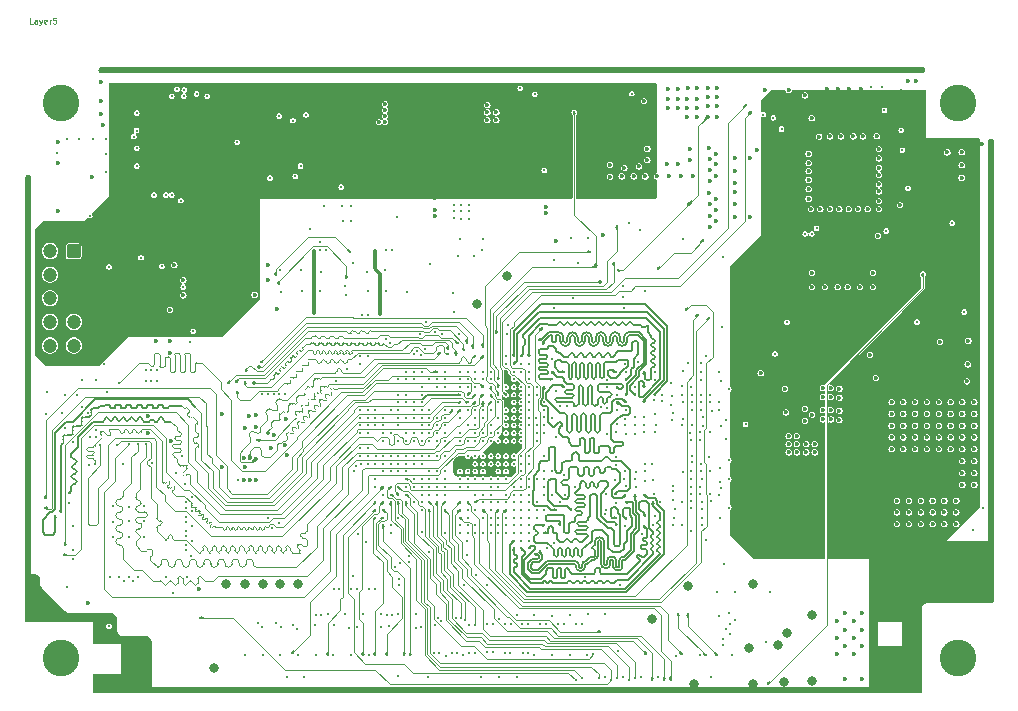
<source format=gbr>
%TF.GenerationSoftware,KiCad,Pcbnew,7.99.0-3958-g1df84f4d92*%
%TF.CreationDate,2023-12-24T00:45:37+01:00*%
%TF.ProjectId,SBC,5342432e-6b69-4636-9164-5f7063625858,rev?*%
%TF.SameCoordinates,Original*%
%TF.FileFunction,Copper,L5,Inr*%
%TF.FilePolarity,Positive*%
%FSLAX46Y46*%
G04 Gerber Fmt 4.6, Leading zero omitted, Abs format (unit mm)*
G04 Created by KiCad (PCBNEW 7.99.0-3958-g1df84f4d92) date 2023-12-24 00:45:37*
%MOMM*%
%LPD*%
G01*
G04 APERTURE LIST*
G04 Aperture macros list*
%AMRoundRect*
0 Rectangle with rounded corners*
0 $1 Rounding radius*
0 $2 $3 $4 $5 $6 $7 $8 $9 X,Y pos of 4 corners*
0 Add a 4 corners polygon primitive as box body*
4,1,4,$2,$3,$4,$5,$6,$7,$8,$9,$2,$3,0*
0 Add four circle primitives for the rounded corners*
1,1,$1+$1,$2,$3*
1,1,$1+$1,$4,$5*
1,1,$1+$1,$6,$7*
1,1,$1+$1,$8,$9*
0 Add four rect primitives between the rounded corners*
20,1,$1+$1,$2,$3,$4,$5,0*
20,1,$1+$1,$4,$5,$6,$7,0*
20,1,$1+$1,$6,$7,$8,$9,0*
20,1,$1+$1,$8,$9,$2,$3,0*%
G04 Aperture macros list end*
%ADD10C,0.100000*%
%TA.AperFunction,NonConductor*%
%ADD11C,0.100000*%
%TD*%
%TA.AperFunction,ComponentPad*%
%ADD12RoundRect,0.250000X-0.350000X0.350000X-0.350000X-0.350000X0.350000X-0.350000X0.350000X0.350000X0*%
%TD*%
%TA.AperFunction,ComponentPad*%
%ADD13C,1.200000*%
%TD*%
%TA.AperFunction,ComponentPad*%
%ADD14C,0.300000*%
%TD*%
%TA.AperFunction,ComponentPad*%
%ADD15C,3.100000*%
%TD*%
%TA.AperFunction,ComponentPad*%
%ADD16C,0.500000*%
%TD*%
%TA.AperFunction,ViaPad*%
%ADD17C,0.300000*%
%TD*%
%TA.AperFunction,ViaPad*%
%ADD18C,0.800000*%
%TD*%
%TA.AperFunction,ViaPad*%
%ADD19C,0.360000*%
%TD*%
%TA.AperFunction,Conductor*%
%ADD20C,0.110000*%
%TD*%
%TA.AperFunction,Conductor*%
%ADD21C,0.120000*%
%TD*%
%TA.AperFunction,Conductor*%
%ADD22C,0.140000*%
%TD*%
%TA.AperFunction,Conductor*%
%ADD23C,0.130000*%
%TD*%
%TA.AperFunction,Conductor*%
%ADD24C,0.350000*%
%TD*%
%TA.AperFunction,Conductor*%
%ADD25C,0.300000*%
%TD*%
G04 APERTURE END LIST*
D10*
D11*
X-2365069Y53693391D02*
X-2603164Y53693391D01*
X-2603164Y53693391D02*
X-2603164Y54193391D01*
X-1984116Y53693391D02*
X-1984116Y53955296D01*
X-1984116Y53955296D02*
X-2007926Y54002915D01*
X-2007926Y54002915D02*
X-2055545Y54026724D01*
X-2055545Y54026724D02*
X-2150783Y54026724D01*
X-2150783Y54026724D02*
X-2198402Y54002915D01*
X-1984116Y53717200D02*
X-2031735Y53693391D01*
X-2031735Y53693391D02*
X-2150783Y53693391D01*
X-2150783Y53693391D02*
X-2198402Y53717200D01*
X-2198402Y53717200D02*
X-2222211Y53764820D01*
X-2222211Y53764820D02*
X-2222211Y53812439D01*
X-2222211Y53812439D02*
X-2198402Y53860058D01*
X-2198402Y53860058D02*
X-2150783Y53883867D01*
X-2150783Y53883867D02*
X-2031735Y53883867D01*
X-2031735Y53883867D02*
X-1984116Y53907677D01*
X-1793640Y54026724D02*
X-1674592Y53693391D01*
X-1555545Y54026724D02*
X-1674592Y53693391D01*
X-1674592Y53693391D02*
X-1722211Y53574343D01*
X-1722211Y53574343D02*
X-1746021Y53550534D01*
X-1746021Y53550534D02*
X-1793640Y53526724D01*
X-1174593Y53717200D02*
X-1222212Y53693391D01*
X-1222212Y53693391D02*
X-1317450Y53693391D01*
X-1317450Y53693391D02*
X-1365069Y53717200D01*
X-1365069Y53717200D02*
X-1388878Y53764820D01*
X-1388878Y53764820D02*
X-1388878Y53955296D01*
X-1388878Y53955296D02*
X-1365069Y54002915D01*
X-1365069Y54002915D02*
X-1317450Y54026724D01*
X-1317450Y54026724D02*
X-1222212Y54026724D01*
X-1222212Y54026724D02*
X-1174593Y54002915D01*
X-1174593Y54002915D02*
X-1150783Y53955296D01*
X-1150783Y53955296D02*
X-1150783Y53907677D01*
X-1150783Y53907677D02*
X-1388878Y53860058D01*
X-936498Y53693391D02*
X-936498Y54026724D01*
X-936498Y53931486D02*
X-912688Y53979105D01*
X-912688Y53979105D02*
X-888879Y54002915D01*
X-888879Y54002915D02*
X-841260Y54026724D01*
X-841260Y54026724D02*
X-793641Y54026724D01*
X-388879Y54193391D02*
X-626974Y54193391D01*
X-626974Y54193391D02*
X-650783Y53955296D01*
X-650783Y53955296D02*
X-626974Y53979105D01*
X-626974Y53979105D02*
X-579355Y54002915D01*
X-579355Y54002915D02*
X-460307Y54002915D01*
X-460307Y54002915D02*
X-412688Y53979105D01*
X-412688Y53979105D02*
X-388879Y53955296D01*
X-388879Y53955296D02*
X-365069Y53907677D01*
X-365069Y53907677D02*
X-365069Y53788629D01*
X-365069Y53788629D02*
X-388879Y53741010D01*
X-388879Y53741010D02*
X-412688Y53717200D01*
X-412688Y53717200D02*
X-460307Y53693391D01*
X-460307Y53693391D02*
X-579355Y53693391D01*
X-579355Y53693391D02*
X-626974Y53717200D01*
X-626974Y53717200D02*
X-650783Y53741010D01*
D12*
%TO.N,Net-(J3-Pin_1)*%
%TO.C,J3*%
X1112000Y34427000D03*
D13*
%TO.N,JTAG_TMS*%
X-888000Y34427000D03*
%TO.N,GND*%
X1112000Y32427000D03*
%TO.N,JTAG_TCK*%
X-888000Y32427000D03*
%TO.N,GND*%
X1112000Y30427000D03*
%TO.N,JTAG_TDO*%
X-888000Y30427000D03*
%TO.N,Net-(J3-Pin_7)*%
X1112000Y28427000D03*
%TO.N,JTAG_TDI*%
X-888000Y28427000D03*
%TO.N,Net-(J3-Pin_9)*%
X1112000Y26427000D03*
%TO.N,Net-(D9-K)*%
X-888000Y26427000D03*
%TD*%
D14*
%TO.N,GND*%
%TO.C,U6*%
X7185800Y23386000D03*
X7685800Y23386000D03*
X8185800Y23386000D03*
X7185800Y24386000D03*
X7685800Y24386000D03*
X8185800Y24386000D03*
%TD*%
D15*
%TO.N,Net-(C289-Pad1)*%
%TO.C,H3*%
X0Y47000000D03*
%TD*%
%TO.N,Net-(C287-Pad1)*%
%TO.C,H1*%
X76000000Y47000000D03*
%TD*%
%TO.N,Net-(C288-Pad1)*%
%TO.C,H2*%
X0Y0D03*
%TD*%
D16*
%TO.N,GND*%
%TO.C,U1*%
X64327981Y43424986D03*
X64327981Y42249986D03*
X64327981Y41074986D03*
X64327981Y39899986D03*
X64327981Y38724986D03*
X65327981Y43424986D03*
X65327981Y42249986D03*
X65327981Y41074986D03*
X65327981Y39899986D03*
X65327981Y38724986D03*
X66327981Y43424986D03*
X66327981Y42249986D03*
X66327981Y41074986D03*
X66327981Y39899986D03*
X66327981Y38724986D03*
X67327981Y43424986D03*
X67327981Y42249986D03*
X67327981Y41074986D03*
X67327981Y39899986D03*
X67327981Y38724986D03*
X68327981Y43424986D03*
X68327981Y42249986D03*
X68327981Y41074986D03*
X68327981Y39899986D03*
X68327981Y38724986D03*
%TD*%
D15*
%TO.N,Net-(C290-Pad1)*%
%TO.C,H4*%
X76000000Y0D03*
%TD*%
D17*
%TO.N,/IO/RAM_CS*%
X11512000Y47727000D03*
D18*
%TO.N,GND*%
X61315000Y15809000D03*
D17*
X16412000Y47327000D03*
X78753200Y8135600D03*
X-2872019Y31824986D03*
X53329519Y18443614D03*
D19*
X67320000Y29779000D03*
X54977981Y36487486D03*
D17*
X17560000Y11799000D03*
D19*
X41085000Y39688000D03*
X3554519Y45114614D03*
D17*
X7054519Y12852114D03*
D19*
X3404735Y46041810D03*
D17*
X34454519Y19664614D03*
X43127981Y49824986D03*
D19*
X68327981Y18324986D03*
D17*
X11119600Y-2831600D03*
D19*
X61377981Y21774986D03*
D17*
X-2882400Y35642800D03*
X78777981Y20174986D03*
D19*
X64877981Y48174986D03*
D17*
X-2872019Y26824986D03*
X31204519Y15764614D03*
D18*
X53100000Y6088000D03*
D19*
X17524700Y33275700D03*
D17*
X10127981Y49824986D03*
X554519Y43914614D03*
X22045600Y32668800D03*
X35600000Y-1634500D03*
X50210919Y21815014D03*
X10734519Y6832114D03*
X78777981Y24174986D03*
D19*
X68627981Y29124986D03*
D17*
X55869519Y23396614D03*
X3812000Y43927000D03*
D19*
X18266840Y43086915D03*
X73252981Y38319986D03*
D17*
X78753200Y14135600D03*
X27954519Y17064614D03*
X41929519Y22589614D03*
X29904519Y20964614D03*
X39654519Y23564614D03*
D18*
X63600000Y3644500D03*
D17*
X17034519Y22320014D03*
D18*
X75800000Y8024986D03*
D17*
X39004519Y19664614D03*
X28478000Y37349000D03*
X51854519Y14564614D03*
D19*
X-2050000Y3475000D03*
X74304519Y38074614D03*
D17*
X51854519Y13314614D03*
X52104519Y114114D03*
X34454519Y12514614D03*
D19*
X24163500Y47135000D03*
D17*
X78753200Y11135600D03*
X37704519Y18364614D03*
X78753200Y6135600D03*
X30554519Y20314614D03*
X78777981Y27130000D03*
X78754519Y43314614D03*
X68127981Y-2825014D03*
X21112000Y36333000D03*
X78754519Y39114614D03*
X18034519Y22320014D03*
X-2872019Y30824986D03*
X27127981Y-2825014D03*
X37704519Y17064614D03*
X15212000Y45327000D03*
X44600000Y199000D03*
X5754519Y10252114D03*
X34454519Y20964614D03*
D19*
X10637000Y44672000D03*
X74325000Y4775000D03*
X5684000Y38153000D03*
D17*
X3662000Y24877000D03*
D18*
X61315000Y8824000D03*
D19*
X67677981Y29124986D03*
D17*
X29127981Y49824986D03*
D19*
X9367000Y43402000D03*
X3150000Y2825000D03*
D17*
X35754519Y15114614D03*
X-2882400Y34642800D03*
X30127981Y49824986D03*
X4454519Y12852114D03*
X47357519Y45292000D03*
X77277981Y7824986D03*
X35754519Y19014614D03*
X71184000Y48070000D03*
X31306000Y33347000D03*
X-2872019Y5824986D03*
X-2872019Y29824986D03*
X61127981Y49824986D03*
D19*
X24000000Y43714114D03*
D17*
X37900000Y28200000D03*
X16412000Y43327000D03*
X35754519Y16414614D03*
X-2872019Y10824986D03*
X25127981Y-2825014D03*
D19*
X63290481Y29724986D03*
X72871000Y49763000D03*
D18*
X75800000Y6150000D03*
D17*
X4154519Y6814614D03*
X52567519Y23015614D03*
X19127981Y-2825014D03*
X50354519Y12014614D03*
X48630519Y18951614D03*
X33800000Y35450000D03*
X78754519Y42314614D03*
X38600000Y-1634500D03*
D19*
X66777981Y48174986D03*
D17*
X3879000Y42640000D03*
X30554519Y10614614D03*
X55127981Y-2825014D03*
D19*
X3150000Y-2700000D03*
D18*
X50100000Y3312000D03*
D17*
X26654519Y14464614D03*
D19*
X75594710Y43573565D03*
D17*
X62127981Y49824986D03*
X34127981Y49824986D03*
D19*
X3421245Y47172745D03*
D17*
X26127981Y-2825014D03*
X70127981Y-2825014D03*
X47584000Y30544000D03*
X-2872019Y7824986D03*
X39654519Y24864614D03*
D19*
X6225000Y0D03*
X66027981Y16974986D03*
D17*
X66127981Y-2825014D03*
X29254519Y14464614D03*
X54218519Y20983614D03*
X49479200Y31025200D03*
X44626200Y3712800D03*
X31204519Y20314614D03*
D18*
X53600000Y-2200000D03*
D19*
X55477981Y37937486D03*
X63312981Y21811585D03*
D17*
X26078000Y41349000D03*
D19*
X75259519Y38074614D03*
D17*
X34454519Y24214614D03*
X77277981Y6824986D03*
X58127981Y-2825014D03*
X72275000Y33575000D03*
X-2882400Y37642800D03*
X28604519Y21614614D03*
X46100000Y-1601000D03*
D19*
X67327981Y18324986D03*
D17*
X40365019Y15109734D03*
D19*
X24417500Y45738000D03*
D17*
X20420000Y31043200D03*
X1588000Y43879000D03*
X40304519Y19664614D03*
X37704519Y13814614D03*
X46979519Y19078614D03*
D19*
X10662000Y43377000D03*
D17*
X68056000Y49797200D03*
D19*
X65827981Y48174986D03*
D17*
X71127981Y-2825014D03*
X69127981Y-2825014D03*
X7054519Y11552114D03*
X31196903Y23568297D03*
X78777981Y21174986D03*
X53338400Y12679000D03*
X78777981Y16174986D03*
X24127981Y49824986D03*
X28597554Y3696554D03*
D19*
X24112000Y46427000D03*
D17*
X40954519Y12514614D03*
X53371798Y22879845D03*
X41578200Y25314614D03*
D18*
X69800000Y-850000D03*
D17*
X64056000Y49797200D03*
X16379000Y35910000D03*
X57127981Y-2825014D03*
D19*
X55477981Y40787486D03*
D17*
X53127981Y49824986D03*
X25600000Y3699000D03*
X27557400Y31043200D03*
X18127981Y49824986D03*
D19*
X64690481Y29224986D03*
D17*
X41154519Y9314614D03*
X27954519Y11214614D03*
X11012000Y35927000D03*
D18*
X61527981Y2074986D03*
D17*
X47106519Y20983614D03*
D19*
X11907000Y42005000D03*
D17*
X78777981Y23174986D03*
X-2872019Y20824986D03*
X25854519Y9764614D03*
X38354519Y20964614D03*
X56127981Y49824986D03*
D19*
X30132500Y40277000D03*
D17*
X42127981Y-2825014D03*
X24280800Y24413800D03*
X78777981Y38174986D03*
X48127981Y-2825014D03*
X37100000Y3315000D03*
D18*
X37793000Y32322000D03*
D17*
X5754519Y12752114D03*
X7847000Y34650000D03*
X78754519Y39914614D03*
X35104519Y11214614D03*
D19*
X15534519Y15020014D03*
X63312981Y22648387D03*
D17*
X11127981Y49824986D03*
X32504519Y13814614D03*
X78753200Y5135600D03*
D19*
X4125000Y1850000D03*
X68327981Y21724986D03*
D17*
X55600000Y5599000D03*
D19*
X31656500Y39515000D03*
D17*
X30554519Y16414614D03*
X29904519Y24214614D03*
X35754519Y17064614D03*
X33804519Y19014614D03*
X78777981Y36174986D03*
X47762145Y24833621D03*
D19*
X70252981Y47579986D03*
D17*
X41600000Y254500D03*
D19*
X39688000Y40704000D03*
X65327981Y47474986D03*
D17*
X40510805Y43269400D03*
X54104519Y14464614D03*
D18*
X60045000Y12634000D03*
D17*
X35127981Y-2825014D03*
X56045600Y33931200D03*
X28127981Y49824986D03*
D19*
X3150000Y-1725000D03*
D17*
X34454519Y18364614D03*
D19*
X-252000Y41846000D03*
X63327981Y22224986D03*
D17*
X35754519Y13814614D03*
X55854519Y16064614D03*
X60100000Y5599000D03*
D19*
X69640481Y33974986D03*
D17*
X7127981Y49824986D03*
X48690200Y15752400D03*
D19*
X67090481Y45624986D03*
D17*
X-2872019Y32824986D03*
X9612000Y35927000D03*
X52700000Y35480000D03*
X33300000Y29250000D03*
X31127981Y-2825014D03*
X25204519Y10464614D03*
X4454519Y11452114D03*
D19*
X73282481Y39219986D03*
D17*
X38354519Y22914614D03*
X25127981Y49824986D03*
X54204519Y16414614D03*
D19*
X62677981Y21824986D03*
D17*
X28604519Y19664614D03*
X47904519Y14514614D03*
X37704519Y19664614D03*
X43350000Y30449000D03*
D19*
X9367000Y42132000D03*
X71057000Y46038000D03*
X11961800Y30357400D03*
D17*
X37704519Y10564614D03*
X-2872019Y25824986D03*
X18712000Y40333000D03*
D19*
X69127981Y29774986D03*
D17*
X20318400Y32795800D03*
D19*
X22774070Y40139880D03*
D17*
X68573110Y48323500D03*
D19*
X67227981Y47474986D03*
X13686206Y16170613D03*
X66327981Y47474986D03*
D17*
X-2872019Y11824986D03*
X45149000Y43761000D03*
X46217519Y23523614D03*
X30100000Y3699000D03*
X57750000Y30350000D03*
D19*
X67827981Y18924986D03*
D17*
X78777981Y28130000D03*
X36404519Y14464614D03*
D19*
X45911000Y35770500D03*
X74405990Y43573565D03*
D17*
X36404519Y15114614D03*
X17534519Y22320014D03*
X51805519Y20729614D03*
X31100000Y-1596481D03*
X-2872019Y15824986D03*
D19*
X69577981Y29124986D03*
D17*
X26004519Y25514614D03*
D19*
X4812000Y43127000D03*
D17*
X33804519Y18364614D03*
X28127981Y-2825014D03*
D19*
X55477981Y38837486D03*
D17*
X55804519Y14914614D03*
X41754519Y9714614D03*
X43127981Y-2825014D03*
X34127981Y-2825014D03*
D19*
X77154519Y38074614D03*
D18*
X63600000Y-1971000D03*
D17*
X54980519Y19078614D03*
D19*
X68127981Y29774986D03*
X72700000Y-2700000D03*
D18*
X71800000Y-850000D03*
D19*
X31656500Y38880000D03*
X62790481Y29174986D03*
D17*
X63127981Y-2825014D03*
X33700000Y27400000D03*
D19*
X33906805Y44260000D03*
D17*
X30460000Y27400000D03*
X78753200Y7135600D03*
X24600000Y199000D03*
X55107519Y20856614D03*
X26100000Y210000D03*
X27304519Y15764614D03*
X39004519Y24864614D03*
X-2872019Y28824986D03*
D18*
X71800000Y6150000D03*
D17*
X32504519Y18364614D03*
X20912000Y46727000D03*
X15127981Y-2825014D03*
X32600000Y176000D03*
D19*
X3437755Y48765960D03*
D17*
X-2882400Y36642800D03*
D18*
X61315000Y10729000D03*
D17*
X62127981Y-2825014D03*
X43100000Y199000D03*
D19*
X64190481Y29724986D03*
D17*
X38610000Y3580000D03*
D19*
X14837200Y32608200D03*
X10637000Y42132000D03*
D17*
X52127981Y-2825014D03*
X15600000Y199000D03*
D18*
X61218511Y-2061529D03*
D17*
X78777981Y35174986D03*
X-2730000Y40704000D03*
D19*
X30871000Y42690000D03*
X68327981Y20724986D03*
D17*
X-2872019Y27824986D03*
X56127981Y-2825014D03*
X44127981Y49824986D03*
X78777981Y18174986D03*
D19*
X4317019Y3654614D03*
X33338000Y43879000D03*
D17*
X41590000Y3529000D03*
X77277981Y8824986D03*
X9119600Y-2831600D03*
X22127981Y-2825014D03*
X37704519Y11214614D03*
X32127981Y-2825014D03*
X78777981Y26174986D03*
X43811086Y33446222D03*
D19*
X12034000Y44672000D03*
D17*
X39004519Y15114614D03*
X39127981Y-2825014D03*
X33127981Y-2825014D03*
X78700000Y30000000D03*
X59127981Y-2825014D03*
X-2872019Y8824986D03*
X39654519Y9914614D03*
D19*
X78046445Y43491015D03*
X65190481Y29724986D03*
D17*
X55100000Y-1601000D03*
D19*
X76940275Y43524035D03*
D17*
X77277981Y4824986D03*
D19*
X68327981Y19724986D03*
D17*
X-2872019Y18824986D03*
X32504519Y15764614D03*
D19*
X55477981Y42687486D03*
D17*
X22127981Y49824986D03*
X5892848Y29884049D03*
X47106519Y22253614D03*
D19*
X24750000Y44214000D03*
X72050000Y49763000D03*
D17*
X7054519Y10252114D03*
X46100000Y3700000D03*
D19*
X59000000Y42967486D03*
D17*
X33127981Y49824986D03*
X78777981Y15174986D03*
X26127981Y49824986D03*
X-2872019Y24824986D03*
D18*
X73800000Y6150000D03*
D17*
X16412000Y36927000D03*
D18*
X69800000Y8024986D03*
D17*
X40100000Y254500D03*
D19*
X41085000Y39180000D03*
X54977981Y37437486D03*
X54927981Y39337486D03*
D17*
X47700000Y29627000D03*
X59127981Y49824986D03*
D19*
X3150000Y1850000D03*
D17*
X14127981Y-2825014D03*
D19*
X5750000Y1200000D03*
X15981365Y20473168D03*
D17*
X40954519Y13814614D03*
X78753200Y12135600D03*
D19*
X22757560Y40915850D03*
D17*
X30925000Y28394000D03*
X16127981Y49824986D03*
X21127981Y-2825014D03*
X37127981Y-2825014D03*
X30554519Y13814614D03*
X20127981Y49824986D03*
X70056000Y49797200D03*
D19*
X3437755Y49657500D03*
D17*
X42482000Y48197000D03*
D19*
X55477981Y41787486D03*
D17*
X48080000Y36817986D03*
X54218519Y24920614D03*
X14127981Y49824986D03*
X36127981Y-2825014D03*
X78753200Y9135600D03*
X47127981Y-2825014D03*
D19*
X66620000Y29129000D03*
D17*
X47127981Y49824986D03*
X1074519Y18252114D03*
D19*
X33338000Y42990000D03*
D17*
X31854519Y18364614D03*
X5754519Y11552114D03*
X26008000Y31042700D03*
X25354519Y24864614D03*
X78777981Y25174986D03*
D19*
X72750000Y50000D03*
X41085000Y37656000D03*
D17*
X32504519Y20314614D03*
D19*
X70940481Y39324986D03*
D17*
X49127981Y-2825014D03*
X78777981Y19174986D03*
X40127981Y-2825014D03*
X26685500Y17052114D03*
D19*
X-252000Y37846000D03*
D17*
X41127981Y-2825014D03*
D19*
X1850000Y3475000D03*
X67327981Y16974986D03*
D18*
X60045000Y8824000D03*
D19*
X61690481Y37824986D03*
X3862000Y35777000D03*
D17*
X2754519Y43914614D03*
X35754519Y18364614D03*
D19*
X72700000Y4775000D03*
X25000000Y45357000D03*
X76214519Y38074614D03*
X11987200Y32608200D03*
X63327981Y23074986D03*
X5750000Y-1400000D03*
D17*
X29904519Y14464614D03*
X29254519Y17064614D03*
D18*
X35243000Y29922000D03*
D17*
X12127981Y49824986D03*
D19*
X54977981Y40337486D03*
D17*
X35000000Y34050000D03*
X28604519Y23564614D03*
X36404519Y24214614D03*
X47061319Y16328614D03*
D19*
X9367000Y44672000D03*
D17*
X16412000Y41327000D03*
X50290400Y23524800D03*
X28604519Y22264614D03*
X53490000Y17059000D03*
X17127981Y-2825014D03*
D19*
X59627981Y48047486D03*
X72900481Y43914986D03*
X72900481Y44864986D03*
X14837200Y30308200D03*
D17*
X17100000Y199000D03*
D19*
X68327981Y16974986D03*
D17*
X54304519Y12627741D03*
X38127981Y49824986D03*
X76500000Y32500000D03*
D19*
X19686700Y43755570D03*
D17*
X5127981Y49824986D03*
D19*
X32890805Y46723800D03*
D18*
X73800000Y8024986D03*
D19*
X69190481Y33974986D03*
D17*
X78777981Y17174986D03*
D19*
X59302981Y20374986D03*
D17*
X-2872019Y13824986D03*
X76518000Y30400600D03*
D19*
X33906805Y42736000D03*
D17*
X78700000Y29100000D03*
X77277981Y5824986D03*
X42127981Y49824986D03*
X27100000Y3699000D03*
D19*
X3862000Y37977000D03*
D17*
X31204519Y13814614D03*
X6127981Y49824986D03*
D19*
X875000Y3475000D03*
D17*
X9127981Y49824986D03*
X8127981Y49824986D03*
X54127981Y49824986D03*
X21600000Y199000D03*
X39654519Y11214614D03*
X44127981Y-2825014D03*
X51127981Y49824986D03*
D19*
X63077981Y36494986D03*
D17*
X404800Y22280200D03*
X37704519Y16414614D03*
X13127981Y49824986D03*
X4454519Y10252114D03*
X31854519Y20314614D03*
D18*
X58290000Y790000D03*
X71800000Y4150000D03*
X14025000Y6200000D03*
D17*
X37127981Y49824986D03*
D19*
X4852000Y41527000D03*
D17*
X31204519Y20964614D03*
D19*
X22229240Y41675310D03*
D17*
X30554519Y21614614D03*
X15054000Y35910000D03*
D19*
X71725000Y48832000D03*
D17*
X37704519Y25514614D03*
X6119600Y-2831600D03*
X35104519Y13814614D03*
D18*
X12958391Y-897209D03*
D17*
X45127981Y-2825014D03*
X47054519Y13114614D03*
X27481200Y32846600D03*
D19*
X61299872Y24294486D03*
D17*
X-2872019Y23824986D03*
D19*
X54977981Y41287486D03*
D17*
X21994800Y31043200D03*
X27304519Y19014614D03*
X50281519Y20602614D03*
X46054519Y12164614D03*
X61127981Y-2825014D03*
X-1145481Y22526552D03*
D19*
X24036500Y42944000D03*
D17*
X78777981Y34174986D03*
X55127981Y49824986D03*
X31854519Y13814614D03*
X52127981Y49824986D03*
D18*
X58600000Y-2200000D03*
D17*
X31854519Y15764614D03*
X53127981Y-2825014D03*
X39004519Y19014614D03*
X39654519Y16414614D03*
X38127981Y-2825014D03*
D19*
X19001535Y43070405D03*
D17*
X27954519Y20964614D03*
D19*
X66827981Y18924986D03*
X70140481Y33974986D03*
D17*
X37100000Y-1650000D03*
D19*
X10835400Y29544600D03*
D17*
X7119600Y-2831600D03*
D18*
X18600000Y6200000D03*
D17*
X37704519Y24864614D03*
D19*
X11677019Y5814614D03*
X4125000Y-2700000D03*
D17*
X36404519Y13814614D03*
X39127981Y49824986D03*
X3812000Y41127000D03*
X78777981Y22174986D03*
X47600000Y-1601000D03*
X40127981Y49824986D03*
X34454519Y15764614D03*
X16412000Y48527000D03*
X55869515Y19586614D03*
X36404519Y20964614D03*
X30554519Y17064614D03*
D18*
X71800000Y8024986D03*
D19*
X54927981Y43187486D03*
D17*
X50600000Y-1601000D03*
X78077981Y12674986D03*
X36404519Y11214614D03*
D19*
X13387200Y31370700D03*
X2354519Y4592114D03*
X-190000Y43625000D03*
D17*
X21974443Y35163043D03*
X69056000Y49797200D03*
D19*
X72928345Y45926240D03*
D17*
X-2872019Y17824986D03*
D19*
X3862000Y36927000D03*
D17*
X39004519Y11864614D03*
X39654519Y20964614D03*
X19023000Y22331000D03*
X33804519Y10564614D03*
D18*
X60045000Y10729000D03*
D17*
X38354519Y14464614D03*
X37704519Y13164614D03*
D19*
X18054519Y18814614D03*
D17*
X29127981Y-2825014D03*
X41127981Y49824986D03*
D18*
X69800000Y4150000D03*
D17*
X69573110Y48323500D03*
X78754519Y40714614D03*
D19*
X54977981Y38387486D03*
D17*
X-2872019Y12824986D03*
D19*
X11265800Y28706400D03*
D17*
X78777981Y33174986D03*
D19*
X66027981Y18324986D03*
D17*
X46127981Y49824986D03*
D19*
X16534519Y15020014D03*
D17*
X23100000Y199000D03*
X30127981Y-2825014D03*
D19*
X63740481Y29224986D03*
D17*
X21127981Y49824986D03*
X-2882400Y39642800D03*
X38354519Y11864614D03*
D19*
X61314519Y35514614D03*
D17*
X48127981Y49824986D03*
X50127981Y49824986D03*
D19*
X41085000Y38164000D03*
D17*
X55742519Y21618614D03*
X8119600Y-2831600D03*
D19*
X67727981Y48174986D03*
D17*
X60127981Y49824986D03*
X65056000Y49797200D03*
X67056000Y49797200D03*
D19*
X31656500Y37356000D03*
D18*
X60730000Y1070000D03*
D17*
X27127981Y49824986D03*
X60127981Y-2825014D03*
X25931800Y32643400D03*
X24100000Y3699000D03*
X40954519Y17064614D03*
X39004519Y9914614D03*
X16127981Y-2825014D03*
X32127981Y49824986D03*
X47584000Y31494000D03*
X-317000Y42736000D03*
X78753200Y13135600D03*
X29904519Y20314614D03*
D19*
X67727981Y21224986D03*
D17*
X78754519Y41514614D03*
X72127981Y-2825014D03*
D19*
X54977981Y42237486D03*
D17*
X40950000Y43100000D03*
X8680000Y38710000D03*
X16412000Y44127000D03*
X19127981Y49824986D03*
X9091600Y31170200D03*
X63056000Y49797200D03*
X46127981Y-2825014D03*
X40100000Y3599000D03*
D18*
X20100000Y6200000D03*
D17*
X4884519Y27425014D03*
X77277981Y10824986D03*
D19*
X33271805Y47612800D03*
D17*
X66056000Y49797200D03*
X50127981Y-2825014D03*
D18*
X69800000Y6150000D03*
D19*
X19134519Y17120014D03*
D17*
X17127981Y49824986D03*
X76500000Y35000000D03*
X15127981Y49824986D03*
X45709519Y21237614D03*
X31912000Y3402000D03*
X27954519Y15764614D03*
D19*
X9320200Y18343200D03*
X31656500Y37864000D03*
D17*
X18127981Y-2825014D03*
X10119600Y-2831600D03*
X78700000Y31000000D03*
X23127981Y-2825014D03*
D18*
X61315000Y12634000D03*
D17*
X-2872019Y14824986D03*
X36127981Y49824986D03*
X54127981Y-2825014D03*
X28604519Y17064614D03*
D19*
X72073000Y46038000D03*
D17*
X-2872019Y6824986D03*
D19*
X67727981Y20224986D03*
D17*
X78753200Y10135600D03*
X51737519Y22170814D03*
X71056000Y49797200D03*
X48639400Y22889800D03*
X49100000Y-1601000D03*
D19*
X72800000Y4000000D03*
D17*
X29904519Y15114614D03*
X-2882400Y33642800D03*
X33487000Y3377000D03*
X51127981Y-2825014D03*
X-2882400Y38642800D03*
X30554519Y20964614D03*
D18*
X15600000Y6200000D03*
D17*
X-2872019Y16824986D03*
X45127981Y49824986D03*
X35127981Y49824986D03*
X30554519Y18364614D03*
X28600000Y-1580500D03*
D19*
X33271805Y45961800D03*
D17*
X54091519Y19078614D03*
D19*
X67727981Y22224986D03*
D17*
X20100000Y199000D03*
X48630519Y20348614D03*
X49127981Y49824986D03*
X1379519Y22236552D03*
D19*
X72454000Y48832000D03*
D17*
X-2872019Y3824986D03*
D19*
X65640481Y29224986D03*
D17*
X28604519Y18364614D03*
D19*
X-1075000Y3475000D03*
D17*
X58127981Y49824986D03*
X34100000Y200000D03*
X18515000Y22331000D03*
D19*
X12034000Y43402000D03*
D17*
X-2872019Y4824986D03*
X54854519Y17014614D03*
D19*
X55477981Y36937486D03*
D17*
X-2872019Y19824986D03*
X50154519Y15064614D03*
D19*
X4125000Y-1725000D03*
D17*
X47725000Y43425000D03*
X37704519Y20314614D03*
X37704519Y15764614D03*
X-2872019Y22824986D03*
D19*
X19084519Y20170014D03*
D17*
X9497019Y5504614D03*
X18600000Y199000D03*
X33804519Y15764614D03*
D19*
X41974000Y35304000D03*
D17*
X23127981Y49824986D03*
X57127981Y49824986D03*
X37704519Y19014614D03*
X50204519Y13864614D03*
X22600000Y3699000D03*
D19*
X73327981Y43267486D03*
D17*
X43100000Y3625500D03*
D18*
X17100000Y6200000D03*
D17*
X31127981Y49824986D03*
X77277981Y9824986D03*
X55969400Y27962200D03*
X35754519Y15764614D03*
X5119600Y-2831600D03*
X16412000Y38127000D03*
X39004519Y16414614D03*
X41812000Y29627000D03*
D19*
X2697000Y40716000D03*
X67827981Y17674986D03*
D17*
X13119600Y-2831600D03*
X20127981Y-2825014D03*
X3904519Y22526552D03*
D18*
X58600000Y6200000D03*
D17*
X12119600Y-2831600D03*
D19*
X5112000Y35777000D03*
X33906805Y43498000D03*
D17*
X46904519Y15064614D03*
X29904519Y17064614D03*
X55754519Y13764614D03*
D19*
X-100000Y3475000D03*
D17*
X78700000Y32100000D03*
X33804519Y20314614D03*
D19*
X33846000Y45530000D03*
D17*
X-2872019Y9824986D03*
X-2872019Y21824986D03*
X57100000Y5599000D03*
X16412000Y42327000D03*
X24127981Y-2825014D03*
D19*
X66827981Y17674986D03*
D17*
X78777981Y37174986D03*
%TO.N,GBE0_MDI3_N*%
X10620319Y9089614D03*
%TO.N,GBE0_MDI3_P*%
X10621319Y9539614D03*
%TO.N,/IO/LED0*%
X5754519Y6814614D03*
%TO.N,/IO/LED1*%
X5354519Y6514614D03*
%TO.N,GBE0_MDI2_N*%
X10621319Y10289614D03*
%TO.N,GBE0_MDI2_P*%
X10621319Y10739614D03*
%TO.N,/MPU/VDDA_0P9*%
X36405417Y19666220D03*
%TO.N,GBE0_MDI1_N*%
X10621319Y11489614D03*
%TO.N,GBE0_MDI1_P*%
X10621319Y11939614D03*
%TO.N,GBE0_MDI0_N*%
X10621319Y12689614D03*
%TO.N,GBE0_MDI0_P*%
X10621319Y13139614D03*
%TO.N,3.3V_SW*%
X53300000Y38500000D03*
D19*
X53855500Y45742000D03*
X75827981Y12299986D03*
X72352981Y19649986D03*
X67127981Y44137486D03*
X73352981Y17649986D03*
X53855500Y46542000D03*
X75352981Y18649986D03*
X72352981Y21649986D03*
X70352981Y18649986D03*
X65927981Y37987486D03*
X69277981Y43074986D03*
X67927981Y44137486D03*
X53855500Y47342000D03*
X77352981Y15649986D03*
X71827981Y11299986D03*
X76352981Y14649986D03*
X76352981Y17649986D03*
X77352981Y16649986D03*
X69277981Y37987486D03*
X72827981Y12299986D03*
X63327981Y38874986D03*
X77352981Y14649986D03*
X52255500Y47342000D03*
X71352981Y17649986D03*
X55591000Y45770000D03*
X61627981Y48047486D03*
X74352981Y21649986D03*
X66073357Y44141248D03*
X74352981Y20649986D03*
X72352981Y18649986D03*
X71827981Y13299986D03*
X77352981Y18649986D03*
X70827981Y13299986D03*
X75352981Y20649986D03*
X54791000Y47470000D03*
X73352981Y21649986D03*
X70352981Y20649986D03*
X73827981Y11299986D03*
X69277981Y41487486D03*
X55591000Y48270000D03*
X61327981Y22774986D03*
X52255500Y46542000D03*
X70352981Y19649986D03*
X75352981Y17649986D03*
X74827981Y11299986D03*
X54791000Y46670000D03*
X51455500Y48142000D03*
X53902000Y48270000D03*
X51455500Y46542000D03*
X76352981Y18649986D03*
X63327981Y40474986D03*
D17*
X56200000Y7900000D03*
D19*
X75352981Y19649986D03*
X74827981Y12299986D03*
X70352981Y17649986D03*
X69277981Y40874986D03*
X73827981Y12299986D03*
X68327981Y37987486D03*
X64227981Y44124986D03*
X63327981Y41187486D03*
D17*
X60350000Y45725000D03*
D19*
X77352981Y20649986D03*
X53055500Y47342000D03*
X76352981Y20649986D03*
X51455500Y47342000D03*
X72827981Y13299986D03*
X76352981Y15649986D03*
X67527981Y37987486D03*
X55591000Y47470000D03*
X70352981Y21649986D03*
X75827981Y11299986D03*
X76352981Y19649986D03*
X54791000Y45770000D03*
D17*
X37704519Y20964614D03*
D19*
X70827981Y12299986D03*
X54791000Y48270000D03*
X55591000Y46670000D03*
X69275162Y38674986D03*
X63327981Y42674986D03*
X53055500Y45742000D03*
X53140000Y48270000D03*
D17*
X75500000Y36800000D03*
D19*
X73352981Y19649986D03*
X73827981Y13299986D03*
X59268019Y24081218D03*
X65127981Y44137486D03*
D17*
X40138286Y47698000D03*
D19*
X74827981Y13299986D03*
X66727981Y37987486D03*
X65127981Y37991073D03*
X71352981Y19649986D03*
X77352981Y19649986D03*
X74352981Y17649986D03*
X74352981Y18649986D03*
X69275162Y39474986D03*
X75352981Y21649986D03*
X75827981Y13299986D03*
X70827981Y11299986D03*
D17*
X47150000Y32800000D03*
D19*
X73352981Y20649986D03*
X72352981Y20649986D03*
X72827981Y11299986D03*
X63327981Y41874986D03*
X69077981Y44137486D03*
X71352981Y18649986D03*
D17*
X48350000Y47750000D03*
D19*
X63327981Y39674986D03*
X72352981Y17649986D03*
X64327981Y37987486D03*
X76352981Y16649986D03*
X71352981Y21649986D03*
X77352981Y17649986D03*
X76352981Y21649986D03*
X74352981Y19649986D03*
X69277981Y42274986D03*
X73352981Y18649986D03*
D17*
X72504800Y28419400D03*
D19*
X52255500Y48142000D03*
X69275162Y40074986D03*
X71827981Y12299986D03*
X53055500Y46542000D03*
X63527981Y37987486D03*
X71352981Y20649986D03*
X77352981Y21649986D03*
D17*
%TO.N,VBAT*%
X71184000Y44650000D03*
X59694519Y1325014D03*
%TO.N,I2C1_SCL*%
X27954519Y13814614D03*
X45100000Y277000D03*
%TO.N,I2C1_SDA*%
X27954519Y14464614D03*
X45600000Y-1698000D03*
%TO.N,I2C2_SCL*%
X47100000Y-1698000D03*
X11225200Y27627000D03*
X24462000Y34377000D03*
X18212000Y32377000D03*
X29254519Y13164614D03*
%TO.N,I2C2_SDA*%
X10972000Y26727000D03*
X18462000Y31627000D03*
X46600000Y-1886000D03*
X11839502Y3377000D03*
X24202000Y32167000D03*
X28604519Y13164614D03*
%TO.N,I2C3_SCL*%
X48100000Y-1886000D03*
X29254519Y13814614D03*
%TO.N,I2C3_SDA*%
X48600000Y-1698000D03*
X28604519Y14464614D03*
%TO.N,USB1_OC*%
X33884863Y3402000D03*
X31204519Y12514614D03*
%TO.N,USB1_PWR_EN*%
X35047069Y2737069D03*
X31854519Y13164614D03*
%TO.N,UART2_TXD*%
X27304519Y13164614D03*
X25600000Y199000D03*
%TO.N,UART2_RXD*%
X25099319Y2637214D03*
%TO.N,UART1_TXD*%
X21567500Y2782500D03*
%TO.N,UART1_RXD*%
X26654519Y13164614D03*
X22600000Y199000D03*
%TO.N,/IO/ENET_2.5V_A*%
X11084085Y12410230D03*
X9754519Y15602114D03*
X10279519Y17052114D03*
X11105000Y11129600D03*
X10996600Y8615000D03*
%TO.N,USB2_RX_N*%
X19991296Y2397837D03*
%TO.N,USB2_RX_P*%
X19637742Y2751391D03*
%TO.N,USB2_TX_N*%
X18621296Y2557837D03*
%TO.N,USB2_TX_P*%
X18267742Y2911391D03*
%TO.N,USB2_DP*%
X16697742Y2911391D03*
%TO.N,VDD_1V*%
X2436800Y16311200D03*
X125400Y20680000D03*
X10504519Y14714614D03*
X387075Y19405457D03*
X-1220800Y20654600D03*
%TO.N,UART3_RXD*%
X24372600Y2535614D03*
%TO.N,UART3_TXD*%
X23153319Y2764214D03*
%TO.N,UART4_RXD*%
X43600000Y-1886000D03*
X26654519Y12514614D03*
%TO.N,NVCC_DRAM_1V1*%
X56554519Y22714614D03*
X39004519Y15764614D03*
X39654519Y10564614D03*
X47754519Y11114614D03*
D19*
X66627981Y31387486D03*
D17*
X52641519Y11192014D03*
X51879519Y11242814D03*
X56554519Y16714614D03*
D19*
X67677981Y31387486D03*
D17*
X43522217Y14468899D03*
X50408519Y19713614D03*
X54218519Y24158614D03*
X39004519Y24214614D03*
X54091519Y18443614D03*
X40304519Y18364614D03*
X50922119Y21713414D03*
X39654519Y14464614D03*
X40304519Y12514614D03*
X47868519Y20983614D03*
X39654519Y22264614D03*
X52567519Y22253614D03*
X38354519Y16414614D03*
X46179619Y12543485D03*
X50154519Y11214614D03*
X51804519Y14114614D03*
X50773000Y13161600D03*
X56354519Y18514614D03*
X47064519Y19753614D03*
X51982919Y12565414D03*
X50281519Y24158614D03*
X39654519Y19664614D03*
X56554519Y12714614D03*
X52694519Y24285614D03*
X40304519Y22264614D03*
X51758431Y20140114D03*
X39654519Y20314614D03*
X39004519Y10564614D03*
X46217519Y22888614D03*
X49223600Y10443800D03*
X38354519Y18364614D03*
X48737719Y14449014D03*
X47868519Y24158614D03*
X39654519Y24214614D03*
X40893900Y20354823D03*
X48912000Y25057000D03*
X39654519Y13814614D03*
X47868519Y18951614D03*
X54114719Y13884414D03*
D19*
X68777981Y32587486D03*
X68777981Y31387486D03*
D17*
X51678519Y21364614D03*
X39654519Y12514614D03*
X38354519Y17064614D03*
X50916519Y22253614D03*
D19*
X71082981Y38324986D03*
D17*
X46217519Y18951614D03*
X54304519Y11256600D03*
X56554519Y15114614D03*
X54218519Y21618614D03*
X56354519Y20114614D03*
X47001100Y16971600D03*
%TO.N,DRAM_DQ21*%
X38354519Y9264614D03*
X50152319Y13173214D03*
%TO.N,DRAM_DQ19*%
X41929519Y12514614D03*
X46959719Y13839414D03*
%TO.N,DRAM_DQ25*%
X55791119Y11852414D03*
X38354519Y11214614D03*
%TO.N,DRAM_DQ24*%
X54622719Y9972814D03*
X39004519Y11214614D03*
%TO.N,DRAM_DQ26*%
X38354519Y10564614D03*
X55029119Y13274814D03*
%TO.N,DRAM_DQ28*%
X53403519Y13884414D03*
X39004519Y13814614D03*
%TO.N,DRAM_DQ27*%
X38354519Y12514614D03*
X54978319Y13884414D03*
%TO.N,DRAM_DQ30*%
X39004519Y13164614D03*
X53346945Y10689945D03*
%TO.N,DRAM_VREF*%
X71753319Y39743414D03*
%TO.N,DRAM_DQ15*%
X51678519Y23269614D03*
X39004519Y20314614D03*
%TO.N,DRAM_DQ12*%
X39004519Y20964614D03*
X52694519Y21618614D03*
%TO.N,DRAM_DQ14*%
X53106519Y24964614D03*
X39004519Y21614614D03*
%TO.N,DRAM_DQ11*%
X54980519Y21618614D03*
X38354519Y22264614D03*
D19*
%TO.N,Net-(U13-VDDI)*%
X13645787Y20670014D03*
D17*
%TO.N,DRAM_DQ9*%
X55773519Y24202614D03*
X38354519Y23564614D03*
%TO.N,DRAM_DQ10*%
X38354519Y24214614D03*
X54980519Y22253614D03*
%TO.N,DRAM_DQ4*%
X38354519Y24864614D03*
X49392519Y21618614D03*
%TO.N,DRAM_DQ6*%
X39004519Y25514614D03*
X49392519Y22888614D03*
%TO.N,DRAM_DQ22*%
X39004519Y9264614D03*
X49466519Y12004814D03*
%TO.N,DRAM_DQ23*%
X49398119Y11115814D03*
X39654519Y9264614D03*
%TO.N,DRAM_DQS3_P*%
X39654519Y11864614D03*
X54267119Y13173214D03*
%TO.N,DRAM_DM3*%
X39004519Y12514614D03*
X54304519Y11865542D03*
%TO.N,DRAMREF*%
X39004519Y18364614D03*
%TO.N,DRAM_DQ13*%
X39654519Y21614614D03*
X53456519Y21618614D03*
%TO.N,DRAM_DM1*%
X39004519Y22264614D03*
X54218519Y23523614D03*
%TO.N,DRAM_DQS1_P*%
X39654519Y22914614D03*
X54218519Y22253614D03*
%TO.N,DRAM_DQ8*%
X39004519Y22914614D03*
X54604519Y25514614D03*
%TO.N,DRAM_DQ7*%
X49392519Y24158614D03*
X39654519Y25514614D03*
%TO.N,DRAM_DQS2_N*%
X40195519Y8753614D03*
X48628319Y13782814D03*
%TO.N,DRAM_DQS2_P*%
X40551119Y9007614D03*
X47851619Y13150714D03*
%TO.N,DRAM_DQS3_N*%
X53352719Y13224014D03*
X40304519Y11864614D03*
%TO.N,Net-(U15-VDD1.8_1)*%
X29360800Y30967000D03*
X24180753Y30745636D03*
%TO.N,DRAM_nCS0_B*%
X39654519Y15114614D03*
X49499719Y15769814D03*
%TO.N,DRAM_CKE0_A*%
X40304519Y19014614D03*
X49392519Y19078614D03*
%TO.N,DRAM_DQS1_N*%
X40304519Y22914614D03*
X53456519Y22253614D03*
%TO.N,DRAM_DQS0_P*%
X40833083Y26565250D03*
X47868519Y22253614D03*
%TO.N,DRAM_DQS0_N*%
X48630519Y22253614D03*
X40521955Y26876378D03*
%TO.N,DRAM_DQ16*%
X42254519Y11214614D03*
X47061319Y11197814D03*
%TO.N,DRAM_DM2*%
X40954519Y11214614D03*
X47874119Y11756614D03*
%TO.N,DRAM_DQ18*%
X43229519Y12514614D03*
X47823319Y13788614D03*
%TO.N,PMIC_SCL*%
X28604519Y13814614D03*
X58454519Y46214614D03*
%TO.N,DRAM_nCS1_B*%
X48654519Y15089614D03*
X40883809Y14464614D03*
%TO.N,DRAM_CKE0_B*%
X49448919Y16379414D03*
X40954519Y15764614D03*
%TO.N,DRAM_CA0_A*%
X40954519Y19664614D03*
X47741519Y20221614D03*
%TO.N,DRAM_CA2_A*%
X42904519Y21289614D03*
X52694519Y20221614D03*
%TO.N,DRAM_DQ3*%
X40954519Y22914614D03*
X47106519Y21618614D03*
%TO.N,DRAM_DM0*%
X47868519Y23523614D03*
X41604519Y23564614D03*
%TO.N,DRAM_DQ1*%
X47106519Y22888614D03*
X41604519Y24214614D03*
%TO.N,DRAM_DQ17*%
X47010519Y11858214D03*
X40954519Y10564614D03*
%TO.N,DRAM_CA1_A*%
X40954519Y19014614D03*
X47772519Y19681414D03*
%TO.N,DRAM_CKE1_A*%
X41929519Y18689614D03*
X50355519Y19116814D03*
%TO.N,DRAM_CA5_A*%
X40954519Y20964614D03*
X54345519Y19586614D03*
%TO.N,DRAM_DQ2*%
X47868519Y21618614D03*
X42579519Y22914614D03*
%TO.N,DRAM_DQ0*%
X46979519Y24158614D03*
X42579519Y24214614D03*
%TO.N,SPI1_MOSI*%
X30072000Y2544400D03*
%TO.N,SPI2_SSO*%
X27105919Y2595200D03*
%TO.N,UART4_TXD*%
X44100000Y-1698000D03*
X27954519Y13164614D03*
%TO.N,Net-(U9A-MIPI_VDD1)*%
X27954519Y19014614D03*
D19*
%TO.N,Net-(L6-Pad1)*%
X68524519Y25665014D03*
X65227981Y22074986D03*
X76864519Y26845014D03*
X65927981Y20124986D03*
X65927981Y22024986D03*
X65227981Y20174986D03*
X64527981Y22824986D03*
X65227981Y22824986D03*
X76744519Y23405014D03*
X64527981Y20174986D03*
X76784519Y24825014D03*
X64527981Y22074986D03*
X65927981Y20924986D03*
X69014519Y23675014D03*
X74444519Y26765014D03*
X64527981Y20974986D03*
X65927981Y22774986D03*
X65227981Y20974986D03*
D17*
%TO.N,SPI1_MISO*%
X30544719Y2561014D03*
%TO.N,HDMI_TX3_P*%
X36600000Y2860000D03*
%TO.N,PCIE2_RXN*%
X33145000Y436200D03*
%TO.N,SPI2_MISO*%
X27842519Y2688014D03*
%TO.N,SPI2_SCLK*%
X26600000Y199000D03*
X26654519Y11864614D03*
%TO.N,PCIE2_RXP*%
X33555000Y436200D03*
%TO.N,PCIE1_TXN*%
X27861177Y26624623D03*
X38055000Y436200D03*
%TO.N,SPI1_SSO*%
X29600000Y199000D03*
X27304519Y11214614D03*
%TO.N,Net-(U9B-ZQ_{slash}_ZQ_{slash}_ZQ)*%
X39004519Y17064614D03*
%TO.N,PCIE1_TXP*%
X27507623Y26978177D03*
X37645000Y436200D03*
%TO.N,HDMI_TX2_P*%
X37600000Y2880000D03*
%TO.N,Net-(U9M-USB1_RESREF)*%
X25012650Y16221075D03*
%TO.N,Net-(U9K-PCIE2_RESREF)*%
X25354519Y25514614D03*
%TO.N,Net-(U9M-USB2_RESREF)*%
X24831040Y15800070D03*
D19*
%TO.N,QSPIA_SCLK*%
X10387000Y31957600D03*
D17*
X29254519Y21614614D03*
%TO.N,Net-(U9J-HDMI_REXT)*%
X34405227Y8685500D03*
%TO.N,NAND_DATA0*%
X29254519Y22264614D03*
D19*
X16414700Y30735700D03*
D17*
%TO.N,Net-(U9L-MIPI_DSI_REXT)*%
X26654519Y20314614D03*
%TO.N,QSPIA_nSS0 *%
X29904519Y21614614D03*
D19*
X18282681Y29560700D03*
%TO.N,NAND_DATA2*%
X10387264Y30680001D03*
D17*
X29904519Y23564614D03*
%TO.N,PCIE1_RXP*%
X30154519Y26004614D03*
X39145000Y436200D03*
D19*
%TO.N,NAND_DATA1*%
X17524700Y32005700D03*
D17*
X30554519Y22264614D03*
%TO.N,SPI1_SCLK*%
X27304519Y12514614D03*
X29087000Y252000D03*
%TO.N,NAND_DATA3*%
X30554519Y22914614D03*
D19*
X9634573Y33261595D03*
D17*
%TO.N,SPI2_MOSI*%
X27600000Y185614D03*
X27304519Y11864614D03*
%TO.N,SD2_nCD*%
X56600000Y3770000D03*
X31854519Y22914614D03*
%TO.N,SD2_CLK*%
X31854519Y23564614D03*
X56870000Y220000D03*
D19*
%TO.N,SD1_CMD*%
X16000400Y16870000D03*
D17*
X31854519Y24214614D03*
%TO.N,SD1_CLK*%
X32129556Y25836044D03*
D19*
X16534519Y16820014D03*
D17*
%TO.N,SD2_WP*%
X56639000Y2860000D03*
X32504519Y22914614D03*
%TO.N,HDMI_REFCLK_N*%
X39100000Y2860000D03*
%TO.N,HDMI_REFCLK_P*%
X39600000Y2860000D03*
%TO.N,USB2_PWR_EN*%
X20600000Y-1667000D03*
X34252112Y3167355D03*
X31204519Y13164614D03*
%TO.N,SD2_CMD*%
X32504519Y23564614D03*
X56100000Y1110000D03*
%TO.N,SD1_D1*%
X32760769Y26108364D03*
X15632011Y23347853D03*
%TO.N,SD1_D0*%
X14954519Y22514614D03*
X32829519Y25689614D03*
%TO.N,ENET_MDIO*%
X33154519Y20964614D03*
X252400Y8714614D03*
%TO.N,ENET_MDC*%
X379400Y9514614D03*
X33854519Y21614614D03*
%TO.N,SD2_D1*%
X33804519Y22914614D03*
X56700000Y1999000D03*
%TO.N,HDMI_TX0_P*%
X40600000Y2880000D03*
%TO.N,GPIO9*%
X32504519Y12514614D03*
X50087000Y-1848000D03*
%TO.N,GPIO10*%
X49600000Y299000D03*
X32504519Y13164614D03*
%TO.N,GPIO6*%
X33804519Y11864614D03*
X51637000Y-1873000D03*
%TO.N,SD2_D0*%
X56100000Y1599000D03*
X33804519Y23564614D03*
%TO.N,SD1_D4*%
X14832000Y23347000D03*
X33610503Y26612617D03*
%TO.N,SD1_D2*%
X16269661Y23259487D03*
X33479519Y25650105D03*
%TO.N,ENET_TX_CTL*%
X33804519Y20964614D03*
X2868600Y16438200D03*
%TO.N,ENET_TD3*%
X33804519Y22264614D03*
X-458800Y11967800D03*
%TO.N,Net-(U9H-TEST_MODE)*%
X37054519Y13164614D03*
%TO.N,GPIO8*%
X33804519Y13164614D03*
X51112000Y-1873000D03*
%TO.N,GPIO3*%
X52300000Y3699000D03*
X33804519Y11214614D03*
X54600000Y199000D03*
%TO.N,SD2_D3*%
X34454519Y22914614D03*
X57100000Y3199000D03*
%TO.N,SD2_D2*%
X56300000Y2399000D03*
X34454519Y23564614D03*
%TO.N,SD1_D5*%
X15721000Y24236000D03*
X34392619Y26660027D03*
%TO.N,SD1_D3*%
X34129519Y26020000D03*
X14197000Y23249614D03*
%TO.N,ENET_TD2*%
X34454519Y21614614D03*
X-1600Y12323400D03*
%TO.N,ENET_TD0*%
X-1300481Y13514614D03*
X34454519Y22264614D03*
%TO.N,HDMI_TX1_P*%
X42600000Y2890000D03*
%TO.N,GPIO4*%
X53100000Y3699000D03*
X34454519Y11864614D03*
X55600000Y199000D03*
%TO.N,ENET_TD1*%
X-1300481Y12704400D03*
X35104519Y22264614D03*
%TO.N,SD2_nRST*%
X55700000Y3499000D03*
X35104519Y22914614D03*
%TO.N,CLK1_P*%
X35104519Y23564614D03*
%TO.N,SD1_nRST*%
X35104519Y25514614D03*
X17554519Y18914614D03*
%TO.N,SD1_D6*%
X16696000Y24617000D03*
X34904519Y26252114D03*
%TO.N,JTAG_TCK*%
X35754519Y11864614D03*
X8562000Y33127000D03*
%TO.N,ENET_TXC*%
X717019Y13914614D03*
X35104519Y21614614D03*
%TO.N,ENET_RXC*%
X35754519Y22264614D03*
X3351200Y18038400D03*
%TO.N,GPIO5*%
X52620000Y279000D03*
X34454519Y13164614D03*
%TO.N,ENET_RX_CTL*%
X4914519Y23296200D03*
X35754519Y22914614D03*
%TO.N,CLK2_P*%
X35754519Y23564614D03*
%TO.N,CLK1_N*%
X35104519Y24214614D03*
%TO.N,SD1_STROBE*%
X35754519Y25537000D03*
X16654519Y18414614D03*
%TO.N,SD1_D7*%
X16991000Y24998000D03*
X35748654Y26344043D03*
%TO.N,JTAG_TDO*%
X36404519Y11864614D03*
%TO.N,JTAG_nTRS*%
X35754519Y13164614D03*
X6812000Y33877000D03*
%TO.N,ENET_RD0*%
X4773600Y18038400D03*
X35754519Y21614614D03*
%TO.N,ENET_RD2*%
X36404519Y22264614D03*
X6526200Y18063800D03*
%TO.N,ENET_RD1*%
X5815000Y18063800D03*
X36404519Y22914614D03*
%TO.N,CLK2_N*%
X36404519Y23564614D03*
%TO.N,JTAG_TMS*%
X36404519Y12514614D03*
%TO.N,BOOT_MODE1*%
X37054519Y12514614D03*
X54928000Y28800400D03*
%TO.N,Net-(U9H-JTAG_MOD)*%
X44372200Y6815000D03*
X36404519Y13164614D03*
%TO.N,ENET_RD3*%
X7237400Y18063800D03*
X36404519Y21614614D03*
%TO.N,PMIC_ON_REQ*%
X36901371Y27501562D03*
X47080000Y36549000D03*
X37054519Y21614614D03*
%TO.N,PMIC_STBY_REQ*%
X43498000Y46165000D03*
X45327257Y33109000D03*
X37054519Y22914614D03*
%TO.N,JTAG_TDI*%
X37704519Y11864614D03*
%TO.N,BOOT_MODE0*%
X37704519Y12514614D03*
X53962800Y29054400D03*
%TO.N,POR_B*%
X44830000Y34379500D03*
X2462000Y37427000D03*
X37054519Y22264614D03*
%TO.N,ONOFF*%
X37760500Y27395635D03*
X61500000Y28400000D03*
X37704519Y22914614D03*
%TO.N,/MPU/RTC_nRST*%
X37704519Y22264614D03*
X46810600Y33456200D03*
%TO.N,DRAM_DQ20*%
X38354519Y9914614D03*
X49422873Y13815368D03*
%TO.N,DRAM_DQ5*%
X50281519Y22253614D03*
X38354519Y25514614D03*
%TO.N,DRAM_nRST*%
X39654519Y17064614D03*
X54986119Y15820614D03*
%TO.N,/POWER/PMIC_ON*%
X38926000Y48206000D03*
X59479519Y45989614D03*
%TO.N,Net-(U15-VDDA1.8)*%
X26601803Y34431003D03*
X27049400Y29133334D03*
%TO.N,Net-(U16-VDD1.8_1)*%
X18642000Y30967000D03*
X24078900Y31429283D03*
%TO.N,Net-(U16-VDDA1.8)*%
X21486800Y34472200D03*
X21486165Y29159368D03*
%TO.N,PMIC_SDA*%
X29254519Y15114614D03*
X57986519Y46764614D03*
%TO.N,PMIC_nINT*%
X61034519Y44772614D03*
X57986519Y19753614D03*
X33804519Y12514614D03*
X45682400Y2202066D03*
D19*
%TO.N,VIN*%
X63627981Y20574986D03*
X66450000Y974986D03*
X67850000Y-1825014D03*
X67850000Y3774986D03*
X62327981Y17374986D03*
X63827981Y18074986D03*
X67150000Y3074986D03*
X65750000Y274986D03*
X62327981Y18074986D03*
X66450000Y3774986D03*
X63827981Y17374986D03*
X61627981Y18774986D03*
X67850000Y2374986D03*
X67150000Y1674986D03*
X67850000Y974986D03*
X65750000Y1674986D03*
D17*
X60475964Y25741800D03*
D19*
X66450000Y2374986D03*
X61627981Y17374986D03*
X63027981Y20074986D03*
X62327981Y18774986D03*
X63127981Y17374986D03*
X67150000Y274986D03*
X63127981Y18074986D03*
X63027981Y21074986D03*
X61627981Y18074986D03*
X61427981Y20774986D03*
X66450000Y-1825014D03*
X65750000Y3074986D03*
D17*
%TO.N,VDDA_1V8*%
X35754519Y24214614D03*
X35754519Y20314614D03*
X37054519Y20314614D03*
X37704519Y24214614D03*
X31204519Y18364614D03*
X35104519Y20314614D03*
X38354519Y15764614D03*
X41800000Y33700000D03*
X33804519Y16414614D03*
X69914000Y36141000D03*
%TO.N,DRAM_CA2_B*%
X53411319Y15769814D03*
X40304519Y13164614D03*
%TO.N,DRAM_nCS1_A*%
X48630519Y19713614D03*
X40249019Y20314614D03*
%TO.N,DRAM_CA5_B*%
X42703419Y13782814D03*
X54224119Y15820614D03*
%TO.N,DRAM_CA4_A*%
X54345519Y20348614D03*
X40954519Y21614614D03*
%TO.N,DRAM_CA4_B*%
X54274919Y15109414D03*
X42254519Y13164614D03*
%TO.N,DRAM_CA3_B*%
X53411319Y15109414D03*
X41604519Y13814614D03*
%TO.N,DRAM_CA0_B*%
X47739741Y15164714D03*
X42579519Y15439614D03*
%TO.N,DRAM_CA1_B*%
X40947067Y15122067D03*
X47786532Y15816614D03*
%TO.N,DRAM_CKE1_B*%
X41578200Y15764614D03*
X50101519Y16373614D03*
%TO.N,DRAM_nCS0_A*%
X49392519Y19713614D03*
X41604519Y20314614D03*
%TO.N,DRAM_CA3_A*%
X42254519Y21289614D03*
X53456519Y19713614D03*
%TO.N,VDD_PHY_0V9*%
X36404519Y10564614D03*
X29254519Y23564614D03*
X27954519Y16414614D03*
X63047981Y35900000D03*
X27304519Y17064614D03*
X63997981Y36350000D03*
X27304519Y16414614D03*
X29254519Y24214614D03*
X28604519Y20964614D03*
X28604519Y20314614D03*
X63597981Y35900000D03*
X35754519Y10564614D03*
X29254519Y20314614D03*
X26654519Y16414614D03*
%TO.N,VDD_PHY_1V8*%
X34424019Y9884054D03*
X47228464Y574664D03*
X26654519Y20964614D03*
D19*
X69190481Y35734986D03*
D17*
X27304519Y20314614D03*
%TO.N,VDD_PHY_3V3*%
X29254519Y16414614D03*
X29254519Y15764614D03*
X30554519Y24214614D03*
X71274519Y42965014D03*
X29904519Y16414614D03*
X28604519Y16414614D03*
X28604519Y15764614D03*
%TO.N,VDD_ARM_0V9*%
X24544500Y36975000D03*
X31204519Y19664614D03*
X30554519Y19664614D03*
X32504519Y19664614D03*
X29254519Y18364614D03*
X31854519Y19664614D03*
X23300000Y23450000D03*
X29254519Y19014614D03*
X23909500Y36975000D03*
X23782500Y38245000D03*
X31204519Y19014614D03*
X29904519Y19014614D03*
X30554519Y19014614D03*
X31854519Y19014614D03*
X24544500Y38245000D03*
X29904519Y18364614D03*
X32504519Y19014614D03*
D19*
%TO.N,VDD_GPU_0V9*%
X57127981Y42337486D03*
X57127981Y41237486D03*
X58327981Y42337486D03*
D17*
X31724144Y27605501D03*
X31854519Y15114614D03*
X31204519Y14464614D03*
X40950000Y41250000D03*
X32504519Y15114614D03*
X32504519Y14464614D03*
X35800000Y35450000D03*
X30554519Y15114614D03*
D19*
X57127981Y40187486D03*
D17*
X31854519Y14464614D03*
X31204519Y15114614D03*
X30554519Y14464614D03*
%TO.N,VDD_SOC_0V9*%
X34550286Y37799919D03*
X33200000Y30850000D03*
X34454519Y17064614D03*
X33628000Y34050000D03*
X34541805Y37164919D03*
X35104519Y19664614D03*
X33271805Y38341800D03*
X35104519Y19014614D03*
X32504519Y17064614D03*
X32301581Y27400873D03*
X31854519Y17064614D03*
X35104519Y16414614D03*
X31204519Y17064614D03*
X33906805Y38307919D03*
X33280286Y37799919D03*
X35104519Y15764614D03*
X34541805Y38341800D03*
X33906805Y37164919D03*
X35104519Y17064614D03*
X35104519Y18364614D03*
X33915286Y37799919D03*
X35104519Y15114614D03*
X33271805Y37198800D03*
%TO.N,NVCC_SD1_1V8*%
X32504519Y24214614D03*
%TO.N,VDD_VPU_0V9*%
X49050000Y36250000D03*
D19*
X57127981Y38387486D03*
D17*
X34454519Y14464614D03*
X33804519Y15114614D03*
X34454519Y15114614D03*
D19*
X57127981Y37287486D03*
X57127981Y39437486D03*
D17*
X33804519Y14464614D03*
D19*
X58327981Y37287486D03*
D17*
%TO.N,NVCC_SD2*%
X33804519Y24214614D03*
%TO.N,VDD_SNVS_0V9*%
X19662000Y45477000D03*
X20762000Y45977000D03*
X69752981Y46339986D03*
X35104519Y20964614D03*
X18512000Y45877000D03*
%TO.N,NVCC_ENET_2V5*%
X36087000Y6152000D03*
X741768Y13089865D03*
X1054519Y11114614D03*
D19*
X7385800Y20423500D03*
D17*
X7716424Y16452570D03*
D19*
X7381000Y19009200D03*
D17*
X4954519Y6814614D03*
X5256200Y16387400D03*
X35754519Y20964614D03*
%TO.N,VDD_DRAM_0V9*%
X38354519Y21614614D03*
X38354519Y20314614D03*
X37054519Y16414614D03*
X36404519Y18364614D03*
X37054519Y17064614D03*
D19*
X76277981Y41687486D03*
D17*
X37054519Y19014614D03*
X38354519Y13814614D03*
X36404519Y19014614D03*
X37054519Y14464614D03*
X38354519Y19014614D03*
X36404519Y17064614D03*
D19*
X75077981Y42787486D03*
X76277981Y42787486D03*
D17*
X38354519Y13164614D03*
X37704519Y15114614D03*
X38354519Y19664614D03*
D19*
X76277981Y40637486D03*
D17*
X37054519Y15764614D03*
X36404519Y16414614D03*
X37054519Y18364614D03*
X37054519Y15114614D03*
%TO.N,USB1_DP*%
X25354519Y17714614D03*
X28649600Y6129800D03*
%TO.N,USB1_DN*%
X28649600Y6629800D03*
X26004519Y17714614D03*
%TO.N,USB1_ID1*%
X24737000Y6877000D03*
X17887000Y10977000D03*
X34537000Y2727000D03*
%TO.N,USB1_VBUS*%
X27304519Y18364614D03*
X34116112Y6135614D03*
%TO.N,HDMI_SDA*%
X34454519Y10564614D03*
%TO.N,HDMI_SCL*%
X35104519Y10564614D03*
D19*
%TO.N,VDD_1V8*%
X15517800Y16895400D03*
D17*
X49392519Y20348614D03*
D19*
X16534519Y20520014D03*
D17*
X46217519Y21110614D03*
X53456519Y20983614D03*
D19*
X49377519Y47117014D03*
D17*
X18614519Y32805014D03*
X24712000Y33377000D03*
D19*
X15634519Y16170014D03*
X65777981Y31387486D03*
X64727981Y31387486D03*
D17*
X49485499Y14988822D03*
X46197719Y13839414D03*
X55869519Y14379614D03*
D19*
X16034519Y15020014D03*
D17*
X55742519Y20983614D03*
X35710800Y34523000D03*
X15034519Y15020014D03*
X22325000Y38231400D03*
D19*
X63627981Y32587486D03*
X63627981Y31387486D03*
D17*
X53395276Y14450000D03*
%TO.N,DRAM_DQ29*%
X39654519Y13164614D03*
X52590719Y13173214D03*
%TO.N,/IO/VDD1A*%
X2487600Y18698800D03*
X2970200Y19257600D03*
X8954519Y6814614D03*
X11105000Y13593400D03*
X11105000Y9910400D03*
X2995600Y18724200D03*
%TO.N,GPIO0*%
X54100000Y199000D03*
D19*
%TO.N,3.3V_SW_DELAYED*%
X51505500Y40742000D03*
X36132000Y46165000D03*
D17*
X18469919Y11400214D03*
X8912000Y39177000D03*
X28604519Y11864614D03*
D19*
X49505500Y40742000D03*
X63577981Y45662486D03*
D17*
X557200Y5948000D03*
X6446000Y43127000D03*
D19*
X8054519Y26814614D03*
X15634519Y19420014D03*
D17*
X1784075Y21183457D03*
X10387000Y31398800D03*
D19*
X36132000Y45530000D03*
D17*
X2292075Y20675457D03*
X32504519Y20964614D03*
D19*
X53505500Y40742000D03*
D17*
X1776400Y23499400D03*
D19*
X48505500Y40742000D03*
X63037981Y47609986D03*
D17*
X29904519Y13164614D03*
X4084519Y33095014D03*
D19*
X9254519Y25814614D03*
X36894000Y45530000D03*
D17*
X9412000Y39177000D03*
X20312000Y41627000D03*
X14962000Y43627000D03*
D19*
X36132000Y46800000D03*
D17*
X19868310Y40742495D03*
X50541200Y32915200D03*
X7912000Y39177000D03*
D19*
X26957500Y45357000D03*
X46508180Y40734392D03*
X27465500Y45865000D03*
X17848829Y17734324D03*
X36894000Y46165000D03*
X49675000Y42125000D03*
X53250000Y42125000D03*
X9249700Y29465700D03*
X49675000Y43100000D03*
X27465500Y46881000D03*
X52275000Y41800000D03*
D17*
X2970200Y23524800D03*
X35104519Y12514614D03*
D19*
X18972200Y17987600D03*
X53250000Y43100000D03*
X47505500Y40742000D03*
X47725000Y41475000D03*
D17*
X30554519Y13164614D03*
X27954519Y10564614D03*
X54380000Y35329000D03*
X10160000Y38700000D03*
D19*
X48959000Y41593000D03*
X16534519Y19520014D03*
X46508180Y41734392D03*
X50505500Y40742000D03*
X51300000Y41800000D03*
X27465500Y45357000D03*
D17*
X27304519Y13814614D03*
D19*
X27465500Y46373000D03*
D17*
X6449000Y41627000D03*
D19*
X9254519Y26814614D03*
D17*
X37054519Y11864614D03*
D19*
X52505500Y40742000D03*
D17*
X6446000Y46127000D03*
X32504519Y10570800D03*
%TO.N,ENET_INT*%
X1054519Y8314614D03*
X31152769Y8942769D03*
X4104519Y2652114D03*
%TO.N,DSI_D3_N*%
X26125000Y5788800D03*
X25354519Y19014614D03*
%TO.N,DSI_D1_N*%
X24625000Y5788800D03*
X25354519Y19664614D03*
%TO.N,DSI_D0_N*%
X23125000Y5788800D03*
X25354519Y20314614D03*
%TO.N,DSI_D2_N*%
X21625000Y3611200D03*
X25354519Y20964614D03*
%TO.N,DSI_D3_P*%
X26004519Y19014614D03*
X26575000Y5788800D03*
%TO.N,DSI_D1_P*%
X25075000Y5788800D03*
X26004519Y19664614D03*
%TO.N,DSI_D0_P*%
X26004519Y20314614D03*
X23575000Y5788800D03*
%TO.N,DSI_D2_P*%
X26004519Y20964614D03*
X22075000Y3611200D03*
%TO.N,DSI_CLK_N*%
X27625000Y3611200D03*
X26654519Y19664614D03*
%TO.N,DSI_CLK_P*%
X27304519Y19664614D03*
X28075000Y3611200D03*
%TO.N,USB2_DN*%
X17051296Y2557837D03*
%TO.N,USB2_ID1*%
X19140000Y-1651000D03*
X31737000Y2727000D03*
X26654519Y15114614D03*
%TO.N,/IO/VDDMDIO*%
X1054519Y9114614D03*
%TO.N,DRAM_DQ31*%
X39004519Y14464614D03*
X51946362Y11864335D03*
%TO.N,/MPU/RTC_CLK*%
X45769200Y31805200D03*
X37054519Y23564614D03*
%TO.N,DRAM_CKB_P*%
X52673777Y15734146D03*
%TO.N,DRAM_CKA_P*%
X52601800Y19664000D03*
%TO.N,DRAM_CKB_N*%
X53426643Y16532400D03*
%TO.N,DRAM_CKA_N*%
X53313000Y19063614D03*
%TO.N,HDMI_AUX_P*%
X43600000Y2890000D03*
%TO.N,HDMI_HDP*%
X37054519Y10564614D03*
%TO.N,HDMI_CEC*%
X37054519Y11214614D03*
%TO.N,HDMI_TX3_N*%
X36100000Y2860000D03*
%TO.N,HDMI_TX2_N*%
X38100000Y2880000D03*
%TO.N,HDMI_TX0_N*%
X41100000Y2880000D03*
%TO.N,HDMI_TX1_N*%
X42100000Y2890000D03*
%TO.N,HDMI_AUX_N*%
X44100000Y2890000D03*
%TO.N,USB2_OC*%
X30554519Y12514614D03*
X35162000Y7027000D03*
X32237000Y3077000D03*
%TO.N,USB2_VBUS*%
X27304519Y14464614D03*
X19600000Y399000D03*
%TO.N,PCIE2_TXN*%
X31645000Y436200D03*
%TO.N,PCIE2_TXP*%
X32055000Y436200D03*
%TO.N,PCIE1_RXN*%
X29894519Y25674114D03*
X39555000Y436200D03*
%TO.N,Net-(U17-REFCLK_SEL_0)*%
X6554519Y6814614D03*
%TO.N,SYS_NRST*%
X73000000Y32500000D03*
X44641000Y35506000D03*
X59855600Y-2187600D03*
%TO.N,NWDOG*%
X43250000Y35500000D03*
X34454519Y11214614D03*
%TO.N,Net-(U17-REFCLK_SEL_1)*%
X6154519Y6477114D03*
%TO.N,BOOT_SEL*%
X47390911Y6147311D03*
%TO.N,PG_VIN*%
X76518000Y29283000D03*
X23762000Y39840000D03*
%TO.N,/IO/SIO1*%
X12412000Y47527000D03*
%TO.N,/IO/SIO3*%
X9862000Y48127000D03*
%TO.N,/IO/SCLK*%
X10412000Y47527000D03*
%TO.N,/IO/SIO2*%
X10462000Y48077000D03*
%TO.N,/IO/SIO0*%
X9412000Y47527000D03*
%TO.N,ESP32_RX*%
X6424600Y44632200D03*
%TO.N,ESP32_TX*%
X6196000Y44124200D03*
%TO.N,/MPU/U1_TX_P*%
X28345823Y7650823D03*
X25354519Y17065114D03*
%TO.N,/MPU/U1_TX_N*%
X28699377Y8004377D03*
X26054519Y17065114D03*
%TO.N,/MPU/U1_RX_P*%
X29462400Y8136400D03*
X25443108Y16417962D03*
%TO.N,/MPU/U1_RX_N*%
X29462400Y8636400D03*
X26050616Y16402114D03*
%TO.N,HOST_PCIE1_CLK_P*%
X36600000Y454000D03*
X25535000Y29051252D03*
%TO.N,HOST_PCIE2_CLK_P*%
X35100000Y429870D03*
%TO.N,/IO/25MHZ_P1I*%
X28040000Y34523000D03*
%TO.N,/IO/25MHZ_P1O*%
X27532000Y34523000D03*
%TO.N,/IO/25MHZ_P2I*%
X22452000Y34482500D03*
%TO.N,/IO/25MHZ_P2O*%
X21944000Y34482500D03*
%TO.N,HOST_PCIE2_CLK_N*%
X34600000Y429870D03*
%TO.N,HOST_PCIE1_CLK_N*%
X36100000Y454000D03*
X25985000Y29051252D03*
%TO.N,/MPU/pi_P*%
X30533230Y25626611D03*
%TO.N,/MPU/pi_N*%
X30873488Y26120290D03*
%TO.N,PCIE2_nCLKREQ*%
X35754519Y12514614D03*
X17712000Y40627000D03*
X52957400Y29468400D03*
%TO.N,PCIE1_nCLKREQ*%
X35104519Y13164614D03*
X40751697Y27925706D03*
%TD*%
D20*
%TO.N,3.3V_SW*%
X54000000Y39200000D02*
X54000000Y44979000D01*
X47150000Y32800000D02*
X47600000Y32800000D01*
X54000000Y44979000D02*
X54791000Y45770000D01*
X47600000Y32800000D02*
X53300000Y38500000D01*
X53300000Y38500000D02*
X54000000Y39200000D01*
%TO.N,I2C1_SCL*%
X36102533Y-111000D02*
X44712000Y-111000D01*
X27954519Y13814614D02*
X28049133Y13720000D01*
X31617000Y4374533D02*
X31617000Y3279806D01*
X31037200Y8327320D02*
X31037200Y4954333D01*
X28910000Y13276327D02*
X28910000Y12259170D01*
X28910000Y12259170D02*
X29390000Y11779170D01*
X35025767Y965767D02*
X36102533Y-111000D01*
X28049133Y13720000D02*
X28099169Y13720000D01*
X44712000Y-111000D02*
X45100000Y277000D01*
X31037200Y4954333D02*
X31617000Y4374533D01*
X28099169Y13720000D02*
X28359555Y13459614D01*
X33931039Y965767D02*
X35025767Y965767D01*
X28359555Y13459614D02*
X28726713Y13459614D01*
X29390000Y11779170D02*
X29390000Y9974520D01*
X29390000Y9974520D02*
X31037200Y8327320D01*
X31617000Y3279806D02*
X33931039Y965767D01*
X28726713Y13459614D02*
X28910000Y13276327D01*
%TO.N,I2C1_SDA*%
X27780000Y13520000D02*
X27659519Y13640481D01*
X45600000Y-1411000D02*
X44940000Y-751000D01*
X31039719Y4216117D02*
X30503800Y4752036D01*
X44940000Y-751000D02*
X32087158Y-751000D01*
X27659519Y13640481D02*
X27659519Y14169614D01*
X27659519Y14169614D02*
X27954519Y14464614D01*
X32087158Y-751000D02*
X31039719Y296439D01*
X28309519Y11617842D02*
X28309519Y13226808D01*
X30503800Y4752036D02*
X30503800Y8295036D01*
X28979594Y9819242D02*
X28979594Y10947767D01*
X28016327Y13520000D02*
X27780000Y13520000D01*
X30503800Y8295036D02*
X28979594Y9819242D01*
X28979594Y10947767D02*
X28309519Y11617842D01*
X28309519Y13226808D02*
X28016327Y13520000D01*
X45600000Y-1698000D02*
X45600000Y-1411000D01*
X31039719Y296439D02*
X31039719Y4216117D01*
D21*
%TO.N,I2C2_SCL*%
X23212000Y35627000D02*
X20939800Y35627000D01*
X45765000Y749000D02*
X47100000Y-586000D01*
X18212000Y32899200D02*
X18212000Y32377000D01*
X29912000Y12152000D02*
X29912000Y9752000D01*
X31278400Y8385600D02*
X31278400Y6760800D01*
X32599300Y3192100D02*
X34339200Y1452200D01*
X34339200Y1452200D02*
X35380600Y1452200D01*
X29912000Y9752000D02*
X31278400Y8385600D01*
X47100000Y-586000D02*
X47100000Y-1698000D01*
D20*
X32599300Y4538300D02*
X31773800Y5363800D01*
D21*
X35380600Y1452200D02*
X35914000Y918800D01*
X29254519Y13164614D02*
X29254519Y12809481D01*
X35914000Y918800D02*
X40494000Y918800D01*
X40494000Y918800D02*
X40663800Y749000D01*
X29254519Y12809481D02*
X29912000Y12152000D01*
D20*
X31773800Y6265400D02*
X31278400Y6760800D01*
D21*
X40663800Y749000D02*
X45765000Y749000D01*
D20*
X31773800Y5363800D02*
X31773800Y6265400D01*
D21*
X20939800Y35627000D02*
X18212000Y32899200D01*
X24462000Y34377000D02*
X23212000Y35627000D01*
D20*
X32599300Y3192100D02*
X32599300Y4538300D01*
%TO.N,I2C2_SDA*%
X31239719Y397088D02*
X31239719Y4298960D01*
X27887000Y-2254000D02*
X46232000Y-2254000D01*
X46600000Y-1011000D02*
X46030000Y-441000D01*
D21*
X24202000Y33189947D02*
X22538747Y34853200D01*
X18462000Y31930000D02*
X18462000Y31627000D01*
D20*
X26656000Y-1023000D02*
X27887000Y-2254000D01*
X14587000Y3377000D02*
X18987000Y-1023000D01*
D21*
X24202000Y32167000D02*
X24202000Y33189947D01*
D20*
X31239719Y4298960D02*
X30783200Y4755479D01*
X11839502Y3377000D02*
X14587000Y3377000D01*
X30783200Y8298478D02*
X29179594Y9902084D01*
D21*
X22538747Y34853200D02*
X21385200Y34853200D01*
D20*
X46600000Y-1886000D02*
X46600000Y-1011000D01*
X30783200Y4755479D02*
X30783200Y8298478D01*
X46030000Y-441000D02*
X32077807Y-441000D01*
X29179594Y9902084D02*
X29179594Y11706733D01*
X32077807Y-441000D02*
X31239719Y397088D01*
D21*
X21385200Y34853200D02*
X18462000Y31930000D01*
D20*
X28604519Y12281808D02*
X28604519Y13164614D01*
X29179594Y11706733D02*
X28604519Y12281808D01*
X18987000Y-1023000D02*
X26656000Y-1023000D01*
X46232000Y-2254000D02*
X46600000Y-1886000D01*
%TO.N,I2C3_SCL*%
X30212000Y12302000D02*
X29549519Y12964481D01*
X36122784Y1178384D02*
X35569567Y1731600D01*
X32078600Y5541600D02*
X32078600Y6430600D01*
X32799300Y3296900D02*
X32799300Y4820900D01*
X29549519Y12964481D02*
X29549519Y13519614D01*
X31494400Y9219600D02*
X30212000Y10502000D01*
X40769216Y1178384D02*
X36122784Y1178384D01*
X46310000Y979000D02*
X40968600Y979000D01*
X34364600Y1731600D02*
X32799300Y3296900D01*
X32078600Y6430600D02*
X31494400Y7014800D01*
X29549519Y13519614D02*
X29254519Y13814614D01*
X32799300Y4820900D02*
X32078600Y5541600D01*
X48100000Y-811000D02*
X46310000Y979000D01*
X48100000Y-1886000D02*
X48100000Y-811000D01*
X30212000Y10502000D02*
X30212000Y12302000D01*
X35569567Y1731600D02*
X34364600Y1731600D01*
X31494400Y7014800D02*
X31494400Y9219600D01*
X40968600Y979000D02*
X40769216Y1178384D01*
%TO.N,I2C3_SDA*%
X35648433Y2098767D02*
X34348039Y2098767D01*
X30619386Y12869614D02*
X30417386Y12869614D01*
X30260000Y13226327D02*
X29376713Y14109614D01*
X34348039Y2098767D02*
X33117503Y3329303D01*
X28959519Y14109614D02*
X28604519Y14464614D01*
X30874500Y12614500D02*
X30619386Y12869614D01*
X32358000Y5719400D02*
X32358000Y6557600D01*
X36282300Y1464900D02*
X35648433Y2098767D01*
X30417386Y12869614D02*
X30260000Y13027000D01*
X33117503Y3329303D02*
X33117503Y4959897D01*
X29376713Y14109614D02*
X28959519Y14109614D01*
X31773800Y9365200D02*
X30874500Y10264500D01*
X40921500Y1464900D02*
X36282300Y1464900D01*
X48612000Y-391678D02*
X46980322Y1240000D01*
X30260000Y13027000D02*
X30260000Y13226327D01*
X33117503Y4959897D02*
X32358000Y5719400D01*
X30874500Y10264500D02*
X30874500Y12614500D01*
X48600000Y-1698000D02*
X48612000Y-1686000D01*
X46980322Y1240000D02*
X41146400Y1240000D01*
X48612000Y-1686000D02*
X48612000Y-391678D01*
X31773800Y7141800D02*
X31773800Y9365200D01*
X41146400Y1240000D02*
X40921500Y1464900D01*
X32358000Y6557600D02*
X31773800Y7141800D01*
%TO.N,USB1_OC*%
X33884863Y4598937D02*
X33884863Y3402000D01*
X31204519Y12514614D02*
X31204519Y10259481D01*
X31985657Y9478343D02*
X31985657Y8987343D01*
X31204519Y10259481D02*
X31985657Y9478343D01*
X32713600Y5770200D02*
X33884863Y4598937D01*
X32180200Y7218000D02*
X32713600Y6684600D01*
X32180200Y8792800D02*
X32180200Y7218000D01*
X32713600Y6684600D02*
X32713600Y5770200D01*
X31985657Y8987343D02*
X32180200Y8792800D01*
%TO.N,USB1_PWR_EN*%
X33247000Y7065600D02*
X32688200Y7624400D01*
X32405600Y9783400D02*
X31854519Y10334481D01*
X32688200Y7624400D02*
X32688200Y9094400D01*
X35050400Y2740400D02*
X35050400Y4297000D01*
X32405600Y9377000D02*
X32405600Y9783400D01*
X33247000Y6100400D02*
X33247000Y7065600D01*
X35050400Y4297000D02*
X33247000Y6100400D01*
X32688200Y9094400D02*
X32405600Y9377000D01*
X31854519Y10334481D02*
X31854519Y13164614D01*
X35047069Y2737069D02*
X35050400Y2740400D01*
%TO.N,UART2_TXD*%
X26949519Y12353519D02*
X26949519Y12809614D01*
X25600000Y199000D02*
X25600000Y2964000D01*
X26532325Y12159614D02*
X26755614Y12159614D01*
X25600000Y2964000D02*
X25287000Y3277000D01*
X25287000Y5583606D02*
X25499519Y5796125D01*
X25287000Y3277000D02*
X25287000Y5583606D01*
X26755614Y12159614D02*
X26949519Y12353519D01*
X26949519Y12809614D02*
X27304519Y13164614D01*
X25499519Y5796125D02*
X25499519Y11126808D01*
X25499519Y11126808D02*
X26532325Y12159614D01*
%TO.N,UART1_RXD*%
X23870000Y5160000D02*
X23870000Y10380096D01*
X22600000Y199000D02*
X22600000Y2915000D01*
X23687000Y4977000D02*
X23870000Y5160000D01*
X22600000Y2915000D02*
X23687000Y4002000D01*
X23870000Y10380096D02*
X26654519Y13164614D01*
X23687000Y4002000D02*
X23687000Y4977000D01*
%TO.N,UART4_RXD*%
X29823000Y-1283000D02*
X29051000Y-511000D01*
X24804319Y5009681D02*
X24330000Y5484000D01*
X40137000Y-1283000D02*
X29823000Y-1283000D01*
X24330000Y10240130D02*
X26604483Y12514614D01*
X25810000Y-511000D02*
X24804319Y494681D01*
X24330000Y5484000D02*
X24330000Y10240130D01*
X42997000Y-1283000D02*
X43600000Y-1886000D01*
X40137000Y-1283000D02*
X42997000Y-1283000D01*
X26604483Y12514614D02*
X26654519Y12514614D01*
X24804319Y494681D02*
X24804319Y5009681D01*
X29051000Y-511000D02*
X25810000Y-511000D01*
D22*
%TO.N,DRAM_DQ21*%
X50722200Y8767400D02*
X50722200Y8869000D01*
X50722200Y12006094D02*
X50722200Y12272600D01*
X50722200Y9939000D02*
X50722200Y10029000D01*
X50722200Y10519000D02*
X50722200Y10609000D01*
X38354519Y7616692D02*
X38354519Y7446692D01*
X38654519Y8636692D02*
X38654519Y8466692D01*
X39773400Y5822400D02*
X47777200Y5822400D01*
X50522200Y9649000D02*
X50522200Y9739000D01*
X38354519Y7241281D02*
X39773400Y5822400D01*
X38354519Y8296692D02*
X38354519Y8126692D01*
X38354519Y7337480D02*
X38354519Y7241281D01*
X50722200Y11679000D02*
X50722200Y11769000D01*
X38654519Y7956692D02*
X38654519Y7786692D01*
X38354519Y7446692D02*
X38354519Y7337480D01*
X50722200Y12272600D02*
X50152319Y12842481D01*
X38569519Y7701692D02*
X38439519Y7701692D01*
X50722200Y11769000D02*
X50722200Y12006094D01*
X50522200Y9069000D02*
X50522200Y9159000D01*
X50722200Y9359000D02*
X50722200Y9449000D01*
X38569519Y8381692D02*
X38439519Y8381692D01*
X38439519Y8041692D02*
X38569519Y8041692D01*
X50722200Y11099000D02*
X50722200Y11189000D01*
X50522200Y10809000D02*
X50522200Y10899000D01*
X50152319Y12842481D02*
X50152319Y13173214D01*
X38439519Y8721692D02*
X38569519Y8721692D01*
X50522200Y11389000D02*
X50522200Y11479000D01*
X50522200Y10229000D02*
X50522200Y10319000D01*
X38354519Y9264614D02*
X38354519Y8806692D01*
X47777200Y5822400D02*
X50722200Y8767400D01*
X50622200Y10999000D02*
G75*
G03*
X50722233Y11099000I19J100014D01*
G01*
X50622200Y9549000D02*
G75*
G02*
X50522205Y9649000I19J100014D01*
G01*
X50622200Y11579000D02*
G75*
G03*
X50722233Y11679000I19J100014D01*
G01*
X50622200Y11289000D02*
G75*
G02*
X50522205Y11389000I19J100014D01*
G01*
X50622200Y9259000D02*
G75*
G03*
X50722233Y9359000I19J100014D01*
G01*
X38569519Y8721692D02*
G75*
G02*
X38654497Y8636692I0J-84978D01*
G01*
X50522200Y10899000D02*
G75*
G02*
X50622200Y10999033I100019J14D01*
G01*
X38439519Y8381692D02*
G75*
G03*
X38354541Y8296692I0J-84978D01*
G01*
X50522200Y9159000D02*
G75*
G02*
X50622200Y9259033I100019J14D01*
G01*
X50722200Y10609000D02*
G75*
G03*
X50622200Y10708995I-99981J14D01*
G01*
X38354519Y8806692D02*
G75*
G03*
X38439519Y8721714I85000J22D01*
G01*
X38354519Y8126692D02*
G75*
G03*
X38439519Y8041714I85000J22D01*
G01*
X38654519Y8466692D02*
G75*
G02*
X38569519Y8381714I-85000J22D01*
G01*
X50622200Y9839000D02*
G75*
G03*
X50722233Y9939000I19J100014D01*
G01*
X50722200Y8869000D02*
G75*
G03*
X50622200Y8968995I-99981J14D01*
G01*
X50722200Y11189000D02*
G75*
G03*
X50622200Y11288995I-99981J14D01*
G01*
X50622200Y8969000D02*
G75*
G02*
X50522205Y9069000I19J100014D01*
G01*
X50522200Y10319000D02*
G75*
G02*
X50622200Y10419033I100019J14D01*
G01*
X50622200Y10419000D02*
G75*
G03*
X50722233Y10519000I19J100014D01*
G01*
X50522200Y9739000D02*
G75*
G02*
X50622200Y9839033I100019J14D01*
G01*
X50622200Y10709000D02*
G75*
G02*
X50522205Y10809000I19J100014D01*
G01*
X38569519Y8041692D02*
G75*
G02*
X38654497Y7956692I0J-84978D01*
G01*
X50722200Y10029000D02*
G75*
G03*
X50622200Y10128995I-99981J14D01*
G01*
X38439519Y7701692D02*
G75*
G03*
X38354541Y7616692I0J-84978D01*
G01*
X50522200Y11479000D02*
G75*
G02*
X50622200Y11579033I100019J14D01*
G01*
X50722200Y9449000D02*
G75*
G03*
X50622200Y9548995I-99981J14D01*
G01*
X38654519Y7786692D02*
G75*
G02*
X38569519Y7701714I-85000J22D01*
G01*
X50622200Y10129000D02*
G75*
G02*
X50522205Y10229000I19J100014D01*
G01*
%TO.N,DRAM_DQ19*%
X41609119Y17877614D02*
X41565778Y17876259D01*
X45918535Y16809080D02*
X45918535Y16809079D01*
X41963210Y15706705D02*
X41912260Y15776833D01*
X43546978Y17376259D02*
X43464538Y17349473D01*
X43316674Y17145955D02*
X43315319Y17102614D01*
X43893460Y16776833D02*
X43866674Y16859273D01*
X42709119Y16627614D02*
X42665778Y16626259D01*
X41805028Y17798523D02*
X41734900Y17849473D01*
X43394410Y17298523D02*
X43343460Y17228395D01*
X43633660Y17376259D02*
X43590319Y17377614D01*
X41335474Y17645955D02*
X41334119Y17602614D01*
X41334119Y16902614D02*
X41332764Y16859273D01*
X40486000Y16438200D02*
X40486000Y15854000D01*
X41102460Y16628969D02*
X41059119Y16627614D01*
X46830800Y16661600D02*
X46796814Y16627614D01*
X41059119Y16627614D02*
X40675414Y16627614D01*
X42033338Y15655755D02*
X41963210Y15706705D01*
X41332764Y16859273D02*
X41305978Y16776833D01*
X43944410Y16706705D02*
X43893460Y16776833D01*
X40055019Y15423019D02*
X40055019Y14156844D01*
X42434119Y15902614D02*
X42432764Y15859273D01*
X43837178Y17228395D02*
X43786228Y17298523D01*
X41413210Y17798523D02*
X41362260Y17728395D01*
X41184900Y16655755D02*
X41102460Y16628969D01*
X41734900Y17849473D02*
X41652460Y17876259D01*
X44096978Y16628969D02*
X44014538Y16655755D01*
X42583338Y16599473D02*
X42513210Y16548523D01*
X41539386Y12514614D02*
X41929519Y12514614D01*
X41305978Y16776833D02*
X41255028Y16706705D01*
X43343460Y17228395D02*
X43316674Y17145955D01*
X42665778Y16626259D02*
X42583338Y16599473D01*
X46518535Y16809079D02*
X46518535Y16809080D01*
X40486000Y15854000D02*
X40055019Y15423019D01*
X48233000Y15854000D02*
X47425400Y16661600D01*
X42432764Y15859273D02*
X42405978Y15776833D01*
X43315319Y16902614D02*
X43313964Y16859273D01*
X43236228Y16706705D02*
X43166100Y16655755D01*
X41199386Y12854614D02*
X41539386Y12514614D01*
X43464538Y17349473D02*
X43394410Y17298523D01*
X43716100Y17349473D02*
X43633660Y17376259D01*
X42434119Y16352614D02*
X42434119Y15902614D01*
X43865319Y16902614D02*
X43865319Y17102614D01*
X43863964Y17145955D02*
X43837178Y17228395D01*
X42513210Y16548523D02*
X42462260Y16478395D01*
X41362260Y17728395D02*
X41335474Y17645955D01*
X40055019Y14156844D02*
X39994519Y14096344D01*
X43590319Y17377614D02*
X43546978Y17376259D01*
X41884119Y17602614D02*
X41882764Y17645955D01*
X42462260Y16478395D02*
X42435474Y16395955D01*
X39994519Y14096344D02*
X39994519Y13036207D01*
X47953600Y14101400D02*
X48233000Y14380800D01*
X40176112Y12854614D02*
X41199386Y12854614D01*
X44014538Y16655755D02*
X43944410Y16706705D01*
X41483338Y17849473D02*
X41413210Y17798523D01*
X43166100Y16655755D02*
X43083660Y16628969D01*
X42405978Y15776833D02*
X42355028Y15706705D01*
X43315319Y17102614D02*
X43315319Y16902614D01*
X41334119Y17602614D02*
X41334119Y16902614D01*
X41884119Y15902614D02*
X41884119Y17602614D01*
X43083660Y16628969D02*
X43040319Y16627614D01*
X41912260Y15776833D02*
X41885474Y15859273D01*
X46959719Y13839414D02*
X47221705Y14101400D01*
X43865319Y17102614D02*
X43863964Y17145955D01*
X41882764Y17645955D02*
X41855978Y17728395D01*
X43287178Y16776833D02*
X43236228Y16706705D01*
X41652460Y17876259D02*
X41609119Y17877614D01*
X42355028Y15706705D02*
X42284900Y15655755D01*
X46796814Y16627614D02*
X46700000Y16627614D01*
X42159119Y15627614D02*
X42115778Y15628969D01*
X43313964Y16859273D02*
X43287178Y16776833D01*
X42115778Y15628969D02*
X42033338Y15655755D01*
X43040319Y16627614D02*
X42709119Y16627614D01*
X43866674Y16859273D02*
X43865319Y16902614D01*
X44140319Y16627614D02*
X44096978Y16628969D01*
X40675414Y16627614D02*
X40486000Y16438200D01*
X45737070Y16627614D02*
X44140319Y16627614D01*
X41885474Y15859273D02*
X41884119Y15902614D01*
X48233000Y14380800D02*
X48233000Y15854000D01*
X41255028Y16706705D02*
X41184900Y16655755D01*
X41855978Y17728395D02*
X41805028Y17798523D01*
X39994519Y13036207D02*
X40176112Y12854614D01*
X47221705Y14101400D02*
X47953600Y14101400D01*
X47425400Y16661600D02*
X46830800Y16661600D01*
X42435474Y16395955D02*
X42434119Y16352614D01*
X42202460Y15628969D02*
X42159119Y15627614D01*
X43786228Y17298523D02*
X43716100Y17349473D01*
X41565778Y17876259D02*
X41483338Y17849473D01*
X46337070Y16990545D02*
X46100000Y16990545D01*
X42284900Y15655755D02*
X42202460Y15628969D01*
X45918535Y16809079D02*
G75*
G02*
X45737070Y16627698I-181416J35D01*
G01*
X46100000Y16990545D02*
G75*
G03*
X45918588Y16809080I19J-181431D01*
G01*
X46518535Y16809080D02*
G75*
G03*
X46337070Y16990530I-181416J34D01*
G01*
X46700000Y16627614D02*
G75*
G02*
X46518519Y16809079I19J181500D01*
G01*
%TO.N,DRAM_DQ4*%
X38664519Y25174614D02*
X38664519Y27379519D01*
X40512000Y29227000D02*
X49671333Y29227000D01*
X38664519Y27379519D02*
X40512000Y29227000D01*
X49392519Y21618614D02*
X49392519Y21803021D01*
X51077519Y23488021D02*
X51077519Y23537972D01*
X51077519Y27820814D02*
X51077519Y23537972D01*
X38354519Y24864614D02*
X38649519Y25159614D01*
X38649519Y25159614D02*
X38664519Y25174614D01*
X49671333Y29227000D02*
X51077519Y27820814D01*
X49392519Y21803021D02*
X51077519Y23488021D01*
%TO.N,DRAM_DQ6*%
X50777519Y23563242D02*
X50773257Y23558980D01*
X48977519Y23370814D02*
X48977519Y22170814D01*
X39162000Y25773899D02*
X39162000Y25672095D01*
X39162000Y25672095D02*
X39004519Y25514614D01*
X49027519Y23420814D02*
X48977519Y23370814D01*
X39302000Y26983898D02*
X39302000Y26523898D01*
X39162000Y25923898D02*
X39162000Y25773899D01*
X50777519Y23647920D02*
X50777519Y23563242D01*
X49227519Y23420814D02*
X49027519Y23420814D01*
X48977519Y22170814D02*
X49077519Y22070814D01*
X49200413Y22070814D02*
X49293614Y22070814D01*
X49392519Y23255814D02*
X49227519Y23420814D01*
X39162000Y27327000D02*
X39162000Y27123898D01*
X50777519Y23647920D02*
X50777519Y27570814D01*
X49293614Y22070814D02*
X50777519Y23554719D01*
X40612000Y28777000D02*
X39162000Y27327000D01*
X50777519Y27570814D02*
X49571333Y28777000D01*
X49571333Y28777000D02*
X40612000Y28777000D01*
X39162000Y26383898D02*
X39162000Y25923898D01*
X49077519Y22070814D02*
X49200413Y22070814D01*
X49392519Y22888614D02*
X49392519Y23255814D01*
X39232000Y27053898D02*
G75*
G02*
X39302003Y26983898I19J-69984D01*
G01*
X39162000Y27123898D02*
G75*
G03*
X39232000Y27053895I70019J16D01*
G01*
X39232000Y26453898D02*
G75*
G03*
X39162035Y26383898I19J-69984D01*
G01*
X39302000Y26523898D02*
G75*
G02*
X39232000Y26453933I-69981J16D01*
G01*
%TO.N,DRAM_DQ22*%
X44270933Y6479000D02*
X44440933Y6479000D01*
X39292200Y8818200D02*
X39036800Y8562800D01*
X49579200Y13237800D02*
X49122000Y13237800D01*
X48995000Y12983800D02*
X48995000Y12628200D01*
X50163400Y8846316D02*
X50163400Y8742000D01*
X41797843Y6329000D02*
X41806800Y6329000D01*
X50163400Y10023069D02*
X50163400Y9963069D01*
X40860343Y6391500D02*
X40860343Y6466500D01*
X44960933Y6529000D02*
X45080933Y6529000D01*
X43040933Y6529000D02*
X43160933Y6529000D01*
X39036800Y9232333D02*
X39292200Y8976933D01*
X49844519Y10994684D02*
X49844519Y12693081D01*
X48995000Y12628200D02*
X49466519Y12156681D01*
X39036800Y7092400D02*
X39800200Y6329000D01*
X50163400Y8742000D02*
X48004400Y6583000D01*
X41422843Y6529000D02*
X41547843Y6529000D01*
X46861400Y6329000D02*
X47115400Y6583000D01*
X48004400Y6583000D02*
X47115400Y6583000D01*
X50163400Y8923069D02*
X50163400Y8846316D01*
X39036800Y8562800D02*
X39036800Y7092400D01*
X48995000Y13110800D02*
X48995000Y12983800D01*
X45600933Y6529000D02*
X45720933Y6529000D01*
X43360933Y6329000D02*
X43480933Y6329000D01*
X41360343Y6391500D02*
X41360343Y6466500D01*
X50163400Y10675803D02*
X50163400Y10483069D01*
X45280933Y6329000D02*
X45400933Y6329000D01*
X41610343Y6466500D02*
X41610343Y6391500D01*
X50163400Y8983069D02*
X50163400Y8923069D01*
X49122000Y13237800D02*
X48995000Y13110800D01*
X49963400Y9243069D02*
X49963400Y9183069D01*
X49963400Y10283069D02*
X49963400Y10223069D01*
X49844519Y12972481D02*
X49579200Y13237800D01*
X45920933Y6329000D02*
X46040933Y6329000D01*
X50163400Y9503069D02*
X50163400Y9443069D01*
X41172843Y6329000D02*
X41297843Y6329000D01*
X40922843Y6529000D02*
X41047843Y6529000D01*
X41672843Y6329000D02*
X41797843Y6329000D01*
X49963400Y9763069D02*
X49963400Y9703069D01*
X50163400Y10675803D02*
X49844519Y10994684D01*
X41806800Y6329000D02*
X42840933Y6329000D01*
X44590933Y6329000D02*
X44760933Y6329000D01*
X41110343Y6466500D02*
X41110343Y6391500D01*
X39004519Y9264614D02*
X39036800Y9232333D01*
X39800200Y6329000D02*
X40797843Y6329000D01*
X49844519Y12693081D02*
X49844519Y12972481D01*
X44000933Y6329000D02*
X44120933Y6329000D01*
X43680933Y6529000D02*
X43800933Y6529000D01*
X39292200Y8976933D02*
X39292200Y8818200D01*
X46680933Y6329000D02*
X46734400Y6329000D01*
X46240933Y6529000D02*
X46360933Y6529000D01*
X46734400Y6329000D02*
X46861400Y6329000D01*
X49466519Y12156681D02*
X49466519Y12004814D01*
X46560933Y6329000D02*
X46680933Y6329000D01*
X42940933Y6429000D02*
G75*
G02*
X43040933Y6529000I99986J14D01*
G01*
X40797843Y6329000D02*
G75*
G03*
X40860333Y6391500I-24J62514D01*
G01*
X50063400Y9083069D02*
G75*
G02*
X50163374Y8983069I19J-99955D01*
G01*
X40860343Y6466500D02*
G75*
G02*
X40922843Y6528990I62476J14D01*
G01*
X45180933Y6429000D02*
G75*
G03*
X45280933Y6329028I99986J14D01*
G01*
X43260933Y6429000D02*
G75*
G03*
X43360933Y6329028I99986J14D01*
G01*
X50163400Y10483069D02*
G75*
G02*
X50063400Y10383133I-99981J45D01*
G01*
X50063400Y10123069D02*
G75*
G02*
X50163374Y10023069I19J-99955D01*
G01*
X44120933Y6329000D02*
G75*
G03*
X44195933Y6404000I-14J75014D01*
G01*
X41610343Y6391500D02*
G75*
G03*
X41672843Y6329038I62476J14D01*
G01*
X41297843Y6329000D02*
G75*
G03*
X41360333Y6391500I-24J62514D01*
G01*
X50163400Y9963069D02*
G75*
G02*
X50063400Y9863133I-99981J45D01*
G01*
X43800933Y6529000D02*
G75*
G02*
X43900905Y6429000I-14J-99986D01*
G01*
X43900933Y6429000D02*
G75*
G03*
X44000933Y6329028I99986J14D01*
G01*
X50163400Y9443069D02*
G75*
G02*
X50063400Y9343133I-99981J45D01*
G01*
X49963400Y9183069D02*
G75*
G03*
X50063400Y9083095I100019J45D01*
G01*
X46140933Y6429000D02*
G75*
G02*
X46240933Y6529000I99986J14D01*
G01*
X41047843Y6529000D02*
G75*
G02*
X41110305Y6466500I-24J-62486D01*
G01*
X45400933Y6329000D02*
G75*
G03*
X45500933Y6429000I-14J100014D01*
G01*
X44515933Y6404000D02*
G75*
G03*
X44590933Y6329028I74986J14D01*
G01*
X49963400Y10223069D02*
G75*
G03*
X50063400Y10123095I100019J45D01*
G01*
X42840933Y6329000D02*
G75*
G03*
X42940933Y6429000I-14J100014D01*
G01*
X46360933Y6529000D02*
G75*
G02*
X46460905Y6429000I-14J-99986D01*
G01*
X45080933Y6529000D02*
G75*
G02*
X45180905Y6429000I-14J-99986D01*
G01*
X41110343Y6391500D02*
G75*
G03*
X41172843Y6329038I62476J14D01*
G01*
X50063400Y9343069D02*
G75*
G03*
X49963464Y9243069I19J-99955D01*
G01*
X43160933Y6529000D02*
G75*
G02*
X43260905Y6429000I-14J-99986D01*
G01*
X46040933Y6329000D02*
G75*
G03*
X46140933Y6429000I-14J100014D01*
G01*
X43580933Y6429000D02*
G75*
G02*
X43680933Y6529000I99986J14D01*
G01*
X49963400Y9703069D02*
G75*
G03*
X50063400Y9603095I100019J45D01*
G01*
X44195933Y6404000D02*
G75*
G02*
X44270933Y6479000I74986J14D01*
G01*
X43480933Y6329000D02*
G75*
G03*
X43580933Y6429000I-14J100014D01*
G01*
X50063400Y9863069D02*
G75*
G03*
X49963464Y9763069I19J-99955D01*
G01*
X44760933Y6329000D02*
G75*
G03*
X44860933Y6429000I-14J100014D01*
G01*
X41547843Y6529000D02*
G75*
G02*
X41610305Y6466500I-24J-62486D01*
G01*
X50063400Y9603069D02*
G75*
G02*
X50163374Y9503069I19J-99955D01*
G01*
X45500933Y6429000D02*
G75*
G02*
X45600933Y6529000I99986J14D01*
G01*
X44440933Y6479000D02*
G75*
G02*
X44515905Y6404000I-14J-74986D01*
G01*
X41360343Y6466500D02*
G75*
G02*
X41422843Y6528990I62476J14D01*
G01*
X50063400Y10383069D02*
G75*
G03*
X49963464Y10283069I19J-99955D01*
G01*
X44860933Y6429000D02*
G75*
G02*
X44960933Y6529000I99986J14D01*
G01*
X45720933Y6529000D02*
G75*
G02*
X45820905Y6429000I-14J-99986D01*
G01*
X46460933Y6429000D02*
G75*
G03*
X46560933Y6329028I99986J14D01*
G01*
X45820933Y6429000D02*
G75*
G03*
X45920933Y6329028I99986J14D01*
G01*
%TO.N,DRAM_DQ23*%
X42054425Y7491100D02*
X42054425Y6856100D01*
X49182100Y9235942D02*
X49527100Y9235942D01*
X45564330Y7624614D02*
X45374330Y7624614D01*
X40079600Y9453200D02*
X39800200Y9453200D01*
X41298800Y7573600D02*
X41095600Y7370400D01*
X49021236Y8158639D02*
X49021235Y8158638D01*
X42301925Y7573600D02*
X42136925Y7573600D01*
X41476925Y7573600D02*
X41458203Y7573600D01*
X49382100Y9855942D02*
X49527100Y9855942D01*
X41095600Y7370400D02*
X41095600Y7091000D01*
X42384425Y6856100D02*
X42384425Y7491100D01*
X49304600Y10088442D02*
X49304600Y9933442D01*
X49604600Y9158442D02*
X49604600Y9003442D01*
X49604600Y8742000D02*
X49350042Y8487442D01*
X40181200Y9224600D02*
X40181200Y9351600D01*
X42631925Y6773600D02*
X42466925Y6773600D01*
X39800200Y9453200D02*
X39654519Y9307519D01*
X42714425Y7491100D02*
X42714425Y6856100D01*
X49398119Y11115814D02*
X49604600Y10909333D01*
X41095600Y7091000D02*
X40689200Y6684600D01*
X42873600Y7573600D02*
X42796925Y7573600D01*
X41458203Y7573600D02*
X41298800Y7573600D01*
X45184330Y7124614D02*
X44994330Y7124614D01*
X39654519Y9307519D02*
X39654519Y9264614D01*
X41641925Y7573600D02*
X41476925Y7573600D01*
X49104600Y9468442D02*
X49104600Y9313442D01*
X45659330Y7219614D02*
X45659330Y7529614D01*
X44323782Y7124614D02*
X43322586Y7124614D01*
X49604600Y9003442D02*
X49604600Y8742000D01*
X39266800Y7192600D02*
X39266800Y8310200D01*
X48886089Y8023489D02*
X47987214Y7124614D01*
X48886887Y8731395D02*
X48886886Y8731394D01*
X47987214Y7124614D02*
X45754330Y7124614D01*
X43322586Y7124614D02*
X42873600Y7573600D01*
X45279330Y7529614D02*
X45279330Y7219614D01*
X49604600Y10909333D02*
X49604600Y10243442D01*
X48777284Y8512191D02*
X49021235Y8268240D01*
X39774800Y6684600D02*
X39266800Y7192600D01*
X41971925Y6773600D02*
X41806925Y6773600D01*
X44994330Y7124614D02*
X44323782Y7124614D01*
X48886886Y8731394D02*
X48777284Y8621793D01*
X49527100Y9545942D02*
X49182100Y9545942D01*
X49604600Y9778442D02*
X49604600Y9623442D01*
X40689200Y6684600D02*
X39774800Y6684600D01*
X39266800Y8310200D02*
X40181200Y9224600D01*
X41724425Y6856100D02*
X41724425Y7491100D01*
X49021235Y8158638D02*
X48886089Y8023489D01*
X49240440Y8487442D02*
X48996488Y8731394D01*
X49527100Y10165942D02*
X49382100Y10165942D01*
X40181200Y9351600D02*
X40079600Y9453200D01*
X49604600Y9623442D02*
G75*
G02*
X49527100Y9545933I-77481J-28D01*
G01*
X41724425Y7491100D02*
G75*
G03*
X41641925Y7573620I-82506J14D01*
G01*
X48996487Y8731393D02*
G75*
G03*
X48886920Y8731362I-54768J-54779D01*
G01*
X42136925Y7573600D02*
G75*
G03*
X42054433Y7491100I-6J-82486D01*
G01*
X49182100Y9545942D02*
G75*
G03*
X49104591Y9468442I19J-77528D01*
G01*
X49304600Y9933442D02*
G75*
G03*
X49382100Y9855895I77519J-28D01*
G01*
X42466925Y6773600D02*
G75*
G02*
X42384405Y6856100I-6J82514D01*
G01*
X42384425Y7491100D02*
G75*
G03*
X42301925Y7573620I-82506J14D01*
G01*
X49350042Y8487442D02*
G75*
G02*
X49240440Y8487442I-54801J54802D01*
G01*
X49527100Y9855942D02*
G75*
G02*
X49604647Y9778442I19J-77528D01*
G01*
X42714425Y6856100D02*
G75*
G02*
X42631925Y6773608I-82506J14D01*
G01*
X42054425Y6856100D02*
G75*
G02*
X41971925Y6773608I-82506J14D01*
G01*
X45374330Y7624614D02*
G75*
G03*
X45279319Y7529614I-11J-95000D01*
G01*
X41806925Y6773600D02*
G75*
G02*
X41724405Y6856100I-6J82514D01*
G01*
X48777285Y8621792D02*
G75*
G03*
X48777307Y8512214I54834J-54778D01*
G01*
X49527100Y9235942D02*
G75*
G02*
X49604647Y9158442I19J-77528D01*
G01*
X45659330Y7529614D02*
G75*
G03*
X45564330Y7624625I-95011J0D01*
G01*
X42796925Y7573600D02*
G75*
G03*
X42714433Y7491100I-6J-82486D01*
G01*
X49021235Y8268240D02*
G75*
G02*
X49021261Y8158614I-54816J-54826D01*
G01*
X45754330Y7124614D02*
G75*
G02*
X45659319Y7219614I-11J95000D01*
G01*
X49104600Y9313442D02*
G75*
G03*
X49182100Y9235895I77519J-28D01*
G01*
X49604600Y10243442D02*
G75*
G02*
X49527100Y10165933I-77481J-28D01*
G01*
X45279330Y7219614D02*
G75*
G02*
X45184330Y7124603I-95011J0D01*
G01*
X49382100Y10165942D02*
G75*
G03*
X49304591Y10088442I19J-77528D01*
G01*
%TO.N,DRAM_DQ7*%
X49226608Y28012392D02*
X49112000Y28127000D01*
X42949960Y28427000D02*
X42919960Y28427000D01*
X43279960Y28127000D02*
X43249960Y28127000D01*
X50197000Y26291642D02*
X50127000Y26291642D01*
X49112000Y28127000D02*
X49043742Y28127000D01*
X49742797Y28061890D02*
X49742797Y28061889D01*
X49226607Y28012392D02*
X49226608Y28012392D01*
X49693300Y27779046D02*
X49742797Y27828544D01*
X39654519Y27266935D02*
X39654519Y25514614D01*
X43939960Y28127000D02*
X43909960Y28127000D01*
X49812000Y23477000D02*
X49962000Y23627000D01*
X49043742Y28127000D02*
X48529960Y28127000D01*
X48229960Y28427000D02*
X48199960Y28427000D01*
X49693299Y27779045D02*
X49693300Y27779046D01*
X50127000Y26621642D02*
X50197000Y26621642D01*
X44269960Y28427000D02*
X44239960Y28427000D01*
X50197000Y24971642D02*
X50127000Y24971642D01*
X50127000Y25301642D02*
X50197000Y25301642D01*
X49392519Y24158614D02*
X49468067Y24083067D01*
X42289960Y28427000D02*
X42259960Y28427000D01*
X49509451Y28061889D02*
X49459953Y28012392D01*
X50197000Y25631642D02*
X50127000Y25631642D01*
X44599960Y28127000D02*
X44569960Y28127000D01*
X43609960Y28427000D02*
X43579960Y28427000D01*
X41203294Y28235706D02*
X40623290Y28235706D01*
X41959960Y28127000D02*
X41929960Y28127000D01*
X47239960Y28127000D02*
X47209960Y28127000D01*
X40623290Y28235706D02*
X39654519Y27266935D01*
X49962000Y27116642D02*
X49962000Y27277000D01*
X46579960Y28127000D02*
X46549960Y28127000D01*
X47569960Y28427000D02*
X47539960Y28427000D01*
X41312000Y28127000D02*
X41203294Y28235706D01*
X41473877Y28127000D02*
X41312000Y28127000D01*
X50127000Y25961642D02*
X50197000Y25961642D01*
X50197000Y26951642D02*
X50127000Y26951642D01*
X49468067Y24083067D02*
X49468067Y23620933D01*
X49962000Y27277000D02*
X49693300Y27545700D01*
X50127000Y24641642D02*
X50197000Y24641642D01*
X46909960Y28427000D02*
X46879960Y28427000D01*
X49612000Y23477000D02*
X49812000Y23477000D01*
X41929960Y28127000D02*
X41473877Y28127000D01*
X49468067Y23620933D02*
X49612000Y23477000D01*
X44929960Y28427000D02*
X44899960Y28427000D01*
X45919960Y28127000D02*
X45889960Y28127000D01*
X45589960Y28427000D02*
X45559960Y28427000D01*
X49962000Y23627000D02*
X49962000Y24476642D01*
X46249960Y28427000D02*
X46219960Y28427000D01*
X47899960Y28127000D02*
X47869960Y28127000D01*
X45259960Y28127000D02*
X45229960Y28127000D01*
X42619960Y28127000D02*
X42589960Y28127000D01*
X49509452Y28061890D02*
X49509451Y28061889D01*
X45229960Y28127000D02*
G75*
G02*
X45079905Y28277000I-41J150014D01*
G01*
X45889960Y28127000D02*
G75*
G02*
X45739905Y28277000I-41J150014D01*
G01*
X44419960Y28277000D02*
G75*
G03*
X44269960Y28427055I-150041J14D01*
G01*
X50127000Y26291642D02*
G75*
G02*
X49962047Y26456642I19J164972D01*
G01*
X50362000Y25466642D02*
G75*
G03*
X50197000Y25631595I-164981J-28D01*
G01*
X50362000Y24806642D02*
G75*
G03*
X50197000Y24971595I-164981J-28D01*
G01*
X44749960Y28277000D02*
G75*
G02*
X44599960Y28126973I-150041J14D01*
G01*
X50197000Y25301642D02*
G75*
G03*
X50361991Y25466642I19J164972D01*
G01*
X49962000Y25136642D02*
G75*
G02*
X50127000Y25301633I165019J-28D01*
G01*
X46549960Y28127000D02*
G75*
G02*
X46399905Y28277000I-41J150014D01*
G01*
X45739960Y28277000D02*
G75*
G03*
X45589960Y28427055I-150041J14D01*
G01*
X45079960Y28277000D02*
G75*
G03*
X44929960Y28427055I-150041J14D01*
G01*
X45409960Y28277000D02*
G75*
G02*
X45259960Y28126973I-150041J14D01*
G01*
X50127000Y26951642D02*
G75*
G02*
X49962047Y27116642I19J164972D01*
G01*
X43759960Y28277000D02*
G75*
G03*
X43609960Y28427055I-150041J14D01*
G01*
X42919960Y28427000D02*
G75*
G03*
X42769933Y28277000I-41J-149986D01*
G01*
X49693300Y27545700D02*
G75*
G02*
X49693258Y27779086I116719J116714D01*
G01*
X46729960Y28277000D02*
G75*
G02*
X46579960Y28126973I-150041J14D01*
G01*
X42439960Y28277000D02*
G75*
G03*
X42289960Y28427055I-150041J14D01*
G01*
X47539960Y28427000D02*
G75*
G03*
X47389933Y28277000I-41J-149986D01*
G01*
X44899960Y28427000D02*
G75*
G03*
X44749933Y28277000I-41J-149986D01*
G01*
X50127000Y25631642D02*
G75*
G02*
X49962047Y25796642I19J164972D01*
G01*
X48529960Y28127000D02*
G75*
G02*
X48379905Y28277000I-41J150014D01*
G01*
X47209960Y28127000D02*
G75*
G02*
X47059905Y28277000I-41J150014D01*
G01*
X48379960Y28277000D02*
G75*
G03*
X48229960Y28427055I-150041J14D01*
G01*
X46069960Y28277000D02*
G75*
G02*
X45919960Y28126973I-150041J14D01*
G01*
X44569960Y28127000D02*
G75*
G02*
X44419905Y28277000I-41J150014D01*
G01*
X42589960Y28127000D02*
G75*
G02*
X42439905Y28277000I-41J150014D01*
G01*
X49962000Y26456642D02*
G75*
G02*
X50127000Y26621633I165019J-28D01*
G01*
X49742797Y28061889D02*
G75*
G03*
X49509447Y28061895I-116678J-116675D01*
G01*
X42259960Y28427000D02*
G75*
G03*
X42109933Y28277000I-41J-149986D01*
G01*
X50197000Y26621642D02*
G75*
G03*
X50361991Y26786642I19J164972D01*
G01*
X43579960Y28427000D02*
G75*
G03*
X43429933Y28277000I-41J-149986D01*
G01*
X46219960Y28427000D02*
G75*
G03*
X46069933Y28277000I-41J-149986D01*
G01*
X43249960Y28127000D02*
G75*
G02*
X43099905Y28277000I-41J150014D01*
G01*
X46879960Y28427000D02*
G75*
G03*
X46729933Y28277000I-41J-149986D01*
G01*
X50197000Y24641642D02*
G75*
G03*
X50361991Y24806642I19J164972D01*
G01*
X47869960Y28127000D02*
G75*
G02*
X47719905Y28277000I-41J150014D01*
G01*
X42109960Y28277000D02*
G75*
G02*
X41959960Y28126973I-150041J14D01*
G01*
X47719960Y28277000D02*
G75*
G03*
X47569960Y28427055I-150041J14D01*
G01*
X49742796Y27828545D02*
G75*
G03*
X49742793Y28061886I-116677J116669D01*
G01*
X44239960Y28427000D02*
G75*
G03*
X44089933Y28277000I-41J-149986D01*
G01*
X49459953Y28012392D02*
G75*
G02*
X49226607Y28012392I-116673J116671D01*
G01*
X42769960Y28277000D02*
G75*
G02*
X42619960Y28126973I-150041J14D01*
G01*
X48199960Y28427000D02*
G75*
G03*
X48049933Y28277000I-41J-149986D01*
G01*
X50127000Y24971642D02*
G75*
G02*
X49962047Y25136642I19J164972D01*
G01*
X50362000Y26786642D02*
G75*
G03*
X50197000Y26951595I-164981J-28D01*
G01*
X47059960Y28277000D02*
G75*
G03*
X46909960Y28427055I-150041J14D01*
G01*
X46399960Y28277000D02*
G75*
G03*
X46249960Y28427055I-150041J14D01*
G01*
X43429960Y28277000D02*
G75*
G02*
X43279960Y28126973I-150041J14D01*
G01*
X43909960Y28127000D02*
G75*
G02*
X43759905Y28277000I-41J150014D01*
G01*
X45559960Y28427000D02*
G75*
G03*
X45409933Y28277000I-41J-149986D01*
G01*
X50362000Y26126642D02*
G75*
G03*
X50197000Y26291595I-164981J-28D01*
G01*
X48049960Y28277000D02*
G75*
G02*
X47899960Y28126973I-150041J14D01*
G01*
X44089960Y28277000D02*
G75*
G02*
X43939960Y28126973I-150041J14D01*
G01*
X50197000Y25961642D02*
G75*
G03*
X50361991Y26126642I19J164972D01*
G01*
X49962000Y24476642D02*
G75*
G02*
X50127000Y24641633I165019J-28D01*
G01*
X47389960Y28277000D02*
G75*
G02*
X47239960Y28126973I-150041J14D01*
G01*
X49962000Y25796642D02*
G75*
G02*
X50127000Y25961633I165019J-28D01*
G01*
X43099960Y28277000D02*
G75*
G03*
X42949960Y28427055I-150041J14D01*
G01*
D23*
%TO.N,DRAM_DQS2_N*%
X45755800Y8229200D02*
X45755800Y9854200D01*
X39926222Y8333600D02*
X40358022Y8333600D01*
X48713135Y12375643D02*
X48993000Y12095778D01*
X40358022Y8333600D02*
X40497826Y8473404D01*
X43619822Y7689200D02*
X43619822Y7848200D01*
X47232800Y7387200D02*
X47128800Y7387200D01*
X48628319Y13327491D02*
X48713135Y13242675D01*
X39573600Y7980978D02*
X39926222Y8333600D01*
X40497826Y8630130D02*
X40374342Y8753614D01*
X45048800Y8312200D02*
X44957378Y8312200D01*
X43536822Y7931200D02*
X43432822Y7931200D01*
X44576378Y7931200D02*
X44472822Y7931200D01*
X45485800Y9854200D02*
X45485800Y8645200D01*
X48993000Y12095778D02*
X48993000Y10849222D01*
X44957378Y8312200D02*
X44576378Y7931200D01*
X39900822Y7143800D02*
X39573600Y7471022D01*
X46192800Y7587200D02*
X46088800Y7587200D01*
X40374342Y8753614D02*
X40195519Y8753614D01*
X43432822Y7931200D02*
X42868983Y7931200D01*
X40486978Y7143800D02*
X39900822Y7143800D01*
X45152800Y8312200D02*
X45048800Y8312200D01*
X45672800Y9937200D02*
X45568800Y9937200D01*
X39573600Y7471022D02*
X39573600Y7980978D01*
X47802178Y8312200D02*
X47648800Y8312200D01*
X48510400Y10366622D02*
X48510400Y9020422D01*
X48510400Y9020422D02*
X47802178Y8312200D01*
X47565800Y8229200D02*
X47565800Y7720200D01*
X48713135Y13242675D02*
X48713135Y12375643D01*
X44389822Y7848200D02*
X44389822Y7689200D01*
X48628319Y13782814D02*
X48628319Y13327491D01*
X45755800Y7920200D02*
X45755800Y8229200D01*
X40497826Y8473404D02*
X40497826Y8630130D01*
X44056822Y7356200D02*
X43952822Y7356200D01*
X41274378Y7931200D02*
X40486978Y7143800D01*
X46795800Y7720200D02*
X46795800Y8229200D01*
X46525800Y8229200D02*
X46525800Y7920200D01*
X48993000Y10849222D02*
X48510400Y10366622D01*
X46712800Y8312200D02*
X46608800Y8312200D01*
X42868983Y7931200D02*
X41274378Y7931200D01*
X47648800Y8312200D02*
G75*
G03*
X47565833Y8229200I19J-82986D01*
G01*
X43619822Y7848200D02*
G75*
G03*
X43536822Y7931217I-83003J14D01*
G01*
X47565800Y7720200D02*
G75*
G02*
X47232800Y7387233I-332981J14D01*
G01*
X46608800Y8312200D02*
G75*
G03*
X46525833Y8229200I19J-82986D01*
G01*
X45755800Y9854200D02*
G75*
G03*
X45672800Y9937195I-82981J14D01*
G01*
X45485800Y8645200D02*
G75*
G02*
X45152800Y8312233I-332981J14D01*
G01*
X46525800Y7920200D02*
G75*
G02*
X46192800Y7587233I-332981J14D01*
G01*
X45568800Y9937200D02*
G75*
G03*
X45485833Y9854200I19J-82986D01*
G01*
X46795800Y8229200D02*
G75*
G03*
X46712800Y8312195I-82981J14D01*
G01*
X43952822Y7356200D02*
G75*
G02*
X43619805Y7689200I-3J333014D01*
G01*
X44389822Y7689200D02*
G75*
G02*
X44056822Y7356211I-333003J14D01*
G01*
X47128800Y7387200D02*
G75*
G02*
X46795805Y7720200I19J333014D01*
G01*
X46088800Y7587200D02*
G75*
G02*
X45755805Y7920200I19J333014D01*
G01*
X44472822Y7931200D02*
G75*
G03*
X44389833Y7848200I-3J-82986D01*
G01*
%TO.N,DRAM_DQS2_P*%
X46192800Y7837200D02*
X46088800Y7837200D01*
X47851619Y13150714D02*
X48451542Y13150714D01*
X42868983Y8181200D02*
X41170822Y8181200D01*
X40029778Y8083600D02*
X40461578Y8083600D01*
X48743000Y10952778D02*
X48260400Y10470178D01*
X46005800Y8229200D02*
X46005800Y9854200D01*
X45048800Y8562200D02*
X44853822Y8562200D01*
X48743000Y11992222D02*
X48743000Y10952778D01*
X45672800Y10187200D02*
X45568800Y10187200D01*
X47315800Y8229200D02*
X47315800Y7720200D01*
X43432822Y8181200D02*
X42868983Y8181200D01*
X45235800Y9854200D02*
X45235800Y9580200D01*
X47045800Y7720200D02*
X47045800Y8229200D01*
X47698622Y8562200D02*
X47648800Y8562200D01*
X39823600Y7877422D02*
X40029778Y8083600D01*
X46275800Y8229200D02*
X46275800Y7920200D01*
X48260400Y9123978D02*
X47698622Y8562200D01*
X48463135Y13139121D02*
X48463135Y12272087D01*
X44139822Y7848200D02*
X44139822Y7689200D01*
X45235800Y9043482D02*
X45235800Y8960200D01*
X40004378Y7393800D02*
X39823600Y7574578D01*
X44056822Y7606200D02*
X43952822Y7606200D01*
X43869822Y7689200D02*
X43869822Y7848200D01*
X48260400Y10470178D02*
X48260400Y9123978D01*
X40383422Y7393800D02*
X40004378Y7393800D01*
X47232800Y7637200D02*
X47128800Y7637200D01*
X46712800Y8562200D02*
X46608800Y8562200D01*
X40551119Y8930391D02*
X40551119Y9007614D01*
X48463135Y12272087D02*
X48743000Y11992222D01*
X45235800Y8769770D02*
X45235800Y8645200D01*
X39823600Y7574578D02*
X39823600Y7877422D01*
X45152800Y8562200D02*
X45048800Y8562200D01*
X41170822Y8181200D02*
X40383422Y7393800D01*
X45235800Y8960200D02*
X45235800Y8769770D01*
X44853822Y8562200D02*
X44472822Y8181200D01*
X40747826Y8733684D02*
X40551119Y8930391D01*
X45009082Y9353482D02*
X45009082Y9270200D01*
X43536822Y8181200D02*
X43432822Y8181200D01*
X40461578Y8083600D02*
X40747826Y8369848D01*
X48451542Y13150714D02*
X48463135Y13139121D01*
X40747826Y8369848D02*
X40747826Y8733684D01*
X46005800Y7920200D02*
X46005800Y8229200D01*
X45568800Y10187200D02*
G75*
G03*
X45235833Y9854200I19J-332986D01*
G01*
X43869822Y7848200D02*
G75*
G03*
X43536822Y8181217I-333003J14D01*
G01*
X45122441Y9466841D02*
G75*
G03*
X45009092Y9353482I-22J-113327D01*
G01*
X47045800Y8229200D02*
G75*
G03*
X46712800Y8562195I-332981J14D01*
G01*
X47315800Y7720200D02*
G75*
G02*
X47232800Y7637233I-82981J14D01*
G01*
X45235800Y8645200D02*
G75*
G02*
X45152800Y8562233I-82981J14D01*
G01*
X46275800Y7920200D02*
G75*
G02*
X46192800Y7837233I-82981J14D01*
G01*
X45122441Y9156841D02*
G75*
G02*
X45235746Y9043482I-22J-113327D01*
G01*
X43952822Y7606200D02*
G75*
G02*
X43869805Y7689200I-3J83014D01*
G01*
X45009082Y9270200D02*
G75*
G03*
X45122441Y9156877I113337J14D01*
G01*
X45235800Y9580200D02*
G75*
G02*
X45122441Y9466833I-113381J14D01*
G01*
X46608800Y8562200D02*
G75*
G03*
X46275833Y8229200I19J-332986D01*
G01*
X47648800Y8562200D02*
G75*
G03*
X47315833Y8229200I19J-332986D01*
G01*
X46088800Y7837200D02*
G75*
G02*
X46005805Y7920200I19J83014D01*
G01*
X44139822Y7689200D02*
G75*
G02*
X44056822Y7606211I-83003J14D01*
G01*
X46005800Y9854200D02*
G75*
G03*
X45672800Y10187195I-332981J14D01*
G01*
X44472822Y8181200D02*
G75*
G03*
X44139833Y7848200I-3J-332986D01*
G01*
X47128800Y7637200D02*
G75*
G02*
X47045805Y7720200I19J83014D01*
G01*
%TO.N,DRAM_DQS0_P*%
X44712000Y27136400D02*
X44712000Y26811400D01*
X44362000Y26811400D02*
X44362000Y27136400D01*
X48137000Y27311400D02*
X48757904Y27311400D01*
X47962000Y26811400D02*
X47962000Y27136400D01*
X45562000Y26811400D02*
X45562000Y27136400D01*
X46762000Y26811400D02*
X46762000Y27136400D01*
X47930200Y23144778D02*
X47930200Y22315295D01*
X41629000Y26801400D02*
X41679800Y26750600D01*
X47930200Y22315295D02*
X47868519Y22253614D01*
X48717600Y23932178D02*
X47930200Y23144778D01*
X40833083Y26699601D02*
X41444882Y27311400D01*
X42312000Y27136400D02*
X42312000Y26811400D01*
X41933800Y27311400D02*
X42137000Y27311400D01*
X45912000Y27136400D02*
X45912000Y26811400D01*
X49352600Y24973578D02*
X48717600Y24338578D01*
X41933800Y26826800D02*
X41933800Y27311400D01*
X41679800Y26750600D02*
X41857600Y26750600D01*
X43512000Y27136400D02*
X43512000Y26811400D01*
X41629000Y27311400D02*
X41629000Y26801400D01*
X48757904Y27311400D02*
X48867022Y27311400D01*
X41857600Y26750600D02*
X41933800Y26826800D01*
X40833083Y26565250D02*
X40833083Y26699601D01*
X49352600Y26825822D02*
X49352600Y24973578D01*
X48867022Y27311400D02*
X49352600Y26825822D01*
X48717600Y24338578D02*
X48717600Y23932178D01*
X41444882Y27311400D02*
X41629000Y27311400D01*
X47112000Y27136400D02*
X47112000Y26811400D01*
X43162000Y26811400D02*
X43162000Y27136400D01*
X43937000Y26386400D02*
G75*
G03*
X44362033Y26811400I19J425014D01*
G01*
X45912000Y26811400D02*
G75*
G03*
X46337000Y26386395I425019J14D01*
G01*
X47537000Y26386400D02*
G75*
G03*
X47962033Y26811400I19J425014D01*
G01*
X45737000Y27311400D02*
G75*
G02*
X45912005Y27136400I19J-174986D01*
G01*
X47962000Y27136400D02*
G75*
G02*
X48137000Y27311433I175019J14D01*
G01*
X47112000Y26811400D02*
G75*
G03*
X47537000Y26386395I425019J14D01*
G01*
X44362000Y27136400D02*
G75*
G02*
X44537000Y27311433I175019J14D01*
G01*
X42737000Y26386400D02*
G75*
G03*
X43162033Y26811400I19J425014D01*
G01*
X44712000Y26811400D02*
G75*
G03*
X45137000Y26386395I425019J14D01*
G01*
X45562000Y27136400D02*
G75*
G02*
X45737000Y27311433I175019J14D01*
G01*
X43162000Y27136400D02*
G75*
G02*
X43337000Y27311433I175019J14D01*
G01*
X46762000Y27136400D02*
G75*
G02*
X46937000Y27311433I175019J14D01*
G01*
X43337000Y27311400D02*
G75*
G02*
X43512005Y27136400I19J-174986D01*
G01*
X43512000Y26811400D02*
G75*
G03*
X43937000Y26386395I425019J14D01*
G01*
X44537000Y27311400D02*
G75*
G02*
X44712005Y27136400I19J-174986D01*
G01*
X42312000Y26811400D02*
G75*
G03*
X42737000Y26386395I425019J14D01*
G01*
X45137000Y26386400D02*
G75*
G03*
X45562033Y26811400I19J425014D01*
G01*
X42137000Y27311400D02*
G75*
G02*
X42312005Y27136400I19J-174986D01*
G01*
X46937000Y27311400D02*
G75*
G02*
X47112005Y27136400I19J-174986D01*
G01*
X46337000Y26386400D02*
G75*
G03*
X46762033Y26811400I19J425014D01*
G01*
%TO.N,DRAM_DQS0_N*%
X44112000Y26811400D02*
X44112000Y27136400D01*
X47712000Y26811400D02*
X47712000Y27136400D01*
X48967600Y23828622D02*
X48180200Y23041222D01*
X42912000Y26811400D02*
X42912000Y27136400D01*
X40521955Y26876378D02*
X40656306Y26876378D01*
X48180200Y22703933D02*
X48630519Y22253614D01*
X43762000Y27136400D02*
X43762000Y26811400D01*
X48970578Y27561400D02*
X49602600Y26929378D01*
X41341328Y27561400D02*
X42137000Y27561400D01*
X49602600Y24870022D02*
X48967600Y24235022D01*
X46512000Y26811400D02*
X46512000Y27136400D01*
X47362000Y27136400D02*
X47362000Y26811400D01*
X48967600Y24235022D02*
X48967600Y23828622D01*
X48180200Y23041222D02*
X48180200Y22703933D01*
X48137000Y27561400D02*
X48757904Y27561400D01*
X49602600Y26929378D02*
X49602600Y24870022D01*
X45312000Y26811400D02*
X45312000Y27136400D01*
X42562000Y27136400D02*
X42562000Y26811400D01*
X40656306Y26876378D02*
X41341328Y27561400D01*
X48757904Y27561400D02*
X48970578Y27561400D01*
X44962000Y27136400D02*
X44962000Y26811400D01*
X46162000Y27136400D02*
X46162000Y26811400D01*
X44537000Y27561400D02*
G75*
G02*
X44962005Y27136400I19J-424986D01*
G01*
X42137000Y27561400D02*
G75*
G02*
X42562005Y27136400I19J-424986D01*
G01*
X45312000Y27136400D02*
G75*
G02*
X45737000Y27561433I425019J14D01*
G01*
X46512000Y27136400D02*
G75*
G02*
X46937000Y27561433I425019J14D01*
G01*
X42912000Y27136400D02*
G75*
G02*
X43337000Y27561433I425019J14D01*
G01*
X43937000Y26636400D02*
G75*
G03*
X44112033Y26811400I19J175014D01*
G01*
X45737000Y27561400D02*
G75*
G02*
X46162005Y27136400I19J-424986D01*
G01*
X46162000Y26811400D02*
G75*
G03*
X46337000Y26636395I175019J14D01*
G01*
X46337000Y26636400D02*
G75*
G03*
X46512033Y26811400I19J175014D01*
G01*
X47362000Y26811400D02*
G75*
G03*
X47537000Y26636395I175019J14D01*
G01*
X42562000Y26811400D02*
G75*
G03*
X42737000Y26636395I175019J14D01*
G01*
X44962000Y26811400D02*
G75*
G03*
X45137000Y26636395I175019J14D01*
G01*
X45137000Y26636400D02*
G75*
G03*
X45312033Y26811400I19J175014D01*
G01*
X47537000Y26636400D02*
G75*
G03*
X47712033Y26811400I19J175014D01*
G01*
X47712000Y27136400D02*
G75*
G02*
X48137000Y27561433I425019J14D01*
G01*
X43337000Y27561400D02*
G75*
G02*
X43762005Y27136400I19J-424986D01*
G01*
X43762000Y26811400D02*
G75*
G03*
X43937000Y26636395I175019J14D01*
G01*
X42737000Y26636400D02*
G75*
G03*
X42912033Y26811400I19J175014D01*
G01*
X44112000Y27136400D02*
G75*
G02*
X44537000Y27561433I425019J14D01*
G01*
X46937000Y27561400D02*
G75*
G02*
X47362005Y27136400I19J-424986D01*
G01*
D22*
%TO.N,DRAM_DQ16*%
X45533866Y14514600D02*
X45533866Y14764600D01*
X45743800Y12036926D02*
X46286363Y11494363D01*
X44483866Y14764600D02*
X44483866Y14514600D01*
X47061319Y11336081D02*
X46903037Y11494363D01*
X42645000Y11993200D02*
X42543400Y12094800D01*
X42543400Y12094800D02*
X41197200Y12094800D01*
X43539519Y11889119D02*
X43539519Y11663000D01*
X43051400Y10672400D02*
X42924400Y10545400D01*
X43709519Y13079119D02*
X44269519Y13079119D01*
X43539519Y11566919D02*
X43432400Y11459800D01*
X41070200Y11663000D02*
X41171800Y11561400D01*
X43965800Y14355400D02*
X43965800Y14736400D01*
X44269519Y12739119D02*
X43709519Y12739119D01*
X43826938Y14216538D02*
X43965800Y14355400D01*
X42187800Y11561400D02*
X42254519Y11494681D01*
X43551167Y13940767D02*
X43539519Y13929119D01*
X45183866Y14764600D02*
X45183866Y14514600D01*
X43539519Y11663000D02*
X43539519Y11566919D01*
X43051400Y11307400D02*
X43051400Y10672400D01*
X44169000Y14939600D02*
X44308866Y14939600D01*
X45743800Y13892800D02*
X45743800Y12036926D01*
X44019519Y12059119D02*
X43709519Y12059119D01*
X47061319Y11197814D02*
X47061319Y11336081D01*
X44833866Y14514600D02*
X44833866Y14764600D01*
X46074000Y14939600D02*
X46201000Y14939600D01*
X42254519Y11494681D02*
X42254519Y11214614D01*
X41171800Y11561400D02*
X42187800Y11561400D01*
X42645000Y10647000D02*
X42645000Y11993200D01*
X41070200Y11967800D02*
X41070200Y11663000D01*
X46360000Y14509000D02*
X45743800Y13892800D01*
X42746600Y10545400D02*
X42645000Y10647000D01*
X45708866Y14939600D02*
X46074000Y14939600D01*
X46903037Y11494363D02*
X46286363Y11494363D01*
X43709519Y13759119D02*
X44269519Y13759119D01*
X43203800Y11459800D02*
X43051400Y11307400D01*
X41197200Y12094800D02*
X41070200Y11967800D01*
X44269519Y13419119D02*
X43709519Y13419119D01*
X43432400Y11459800D02*
X43203800Y11459800D01*
X43709519Y12399119D02*
X44019519Y12399119D01*
X42924400Y10545400D02*
X42746600Y10545400D01*
X46201000Y14939600D02*
X46360000Y14780600D01*
X43965800Y14736400D02*
X44169000Y14939600D01*
X43826938Y14216538D02*
X43551167Y13940767D01*
X46360000Y14780600D02*
X46360000Y14509000D01*
X44269519Y13759119D02*
G75*
G02*
X44439524Y13589119I0J-170005D01*
G01*
X43539519Y12569119D02*
G75*
G03*
X43709519Y12399114I170000J-5D01*
G01*
X45183866Y14514600D02*
G75*
G03*
X45358866Y14339661I174953J14D01*
G01*
X44658866Y14339600D02*
G75*
G03*
X44833833Y14514600I-47J175014D01*
G01*
X44483866Y14514600D02*
G75*
G03*
X44658866Y14339661I174953J14D01*
G01*
X43709519Y13419119D02*
G75*
G03*
X43539514Y13249119I0J-170005D01*
G01*
X45533866Y14764600D02*
G75*
G02*
X45708866Y14939567I174953J14D01*
G01*
X45358866Y14339600D02*
G75*
G03*
X45533833Y14514600I-47J175014D01*
G01*
X44189519Y12229119D02*
G75*
G02*
X44019519Y12059114I-170000J-5D01*
G01*
X43709519Y12059119D02*
G75*
G03*
X43539514Y11889119I0J-170005D01*
G01*
X44439519Y12909119D02*
G75*
G02*
X44269519Y12739114I-170000J-5D01*
G01*
X43709519Y12739119D02*
G75*
G03*
X43539514Y12569119I0J-170005D01*
G01*
X44019519Y12399119D02*
G75*
G02*
X44189524Y12229119I0J-170005D01*
G01*
X44269519Y13079119D02*
G75*
G02*
X44439524Y12909119I0J-170005D01*
G01*
X45008866Y14939600D02*
G75*
G02*
X45183805Y14764600I-47J-174986D01*
G01*
X43539519Y13249119D02*
G75*
G03*
X43709519Y13079114I170000J-5D01*
G01*
X44439519Y13589119D02*
G75*
G02*
X44269519Y13419114I-170000J-5D01*
G01*
X44833866Y14764600D02*
G75*
G02*
X45008866Y14939567I174953J14D01*
G01*
X43539519Y13929119D02*
G75*
G03*
X43709519Y13759114I170000J-5D01*
G01*
X44308866Y14939600D02*
G75*
G02*
X44483805Y14764600I-47J-174986D01*
G01*
%TO.N,DRAM_DM2*%
X40054200Y9885000D02*
X40206600Y9732600D01*
X47928200Y9885000D02*
X47928200Y10697800D01*
X42129879Y9168900D02*
X42129879Y8708900D01*
X46734400Y8919800D02*
X47394800Y8919800D01*
X40206600Y9732600D02*
X41174940Y9732600D01*
X44956400Y10621600D02*
X45159600Y10824800D01*
X40224200Y10763971D02*
X40284200Y10763971D01*
X48385400Y11866200D02*
X48182200Y12069400D01*
X41789879Y8708900D02*
X41789879Y9168900D01*
X44956400Y9859600D02*
X44956400Y10621600D01*
X42469879Y8708900D02*
X42469879Y9168900D01*
X43829879Y8708900D02*
X43829879Y9168900D01*
X47801200Y12704400D02*
X47648800Y12552000D01*
X47699600Y9224600D02*
X47699600Y9656400D01*
X42809879Y9168900D02*
X42809879Y8708900D01*
X46378800Y10266000D02*
X46378800Y9275400D01*
X47699600Y9656400D02*
X47928200Y9885000D01*
X41619879Y9338900D02*
X41597995Y9338900D01*
X41568640Y9338900D02*
X41597995Y9338900D01*
X48106000Y12704400D02*
X47801200Y12704400D01*
X48385400Y11155000D02*
X48385400Y11866200D01*
X40284200Y10423971D02*
X40224200Y10423971D01*
X43489879Y9168900D02*
X43489879Y8708900D01*
X40054200Y11078800D02*
X40054200Y10933971D01*
X44169879Y9168900D02*
X44169879Y8708900D01*
X47928200Y10697800D02*
X48385400Y11155000D01*
X40190014Y11214614D02*
X40054200Y11078800D01*
X46378800Y9275400D02*
X46734400Y8919800D01*
X47648800Y11981933D02*
X47874119Y11756614D01*
X48182200Y12069400D02*
X48182200Y12628200D01*
X45159600Y10824800D02*
X45820000Y10824800D01*
X48182200Y12628200D02*
X48106000Y12704400D01*
X45820000Y10824800D02*
X46378800Y10266000D01*
X40054200Y9948053D02*
X40054200Y9885000D01*
X44435700Y9338900D02*
X44956400Y9859600D01*
X43149879Y8708900D02*
X43149879Y9168900D01*
X40954519Y11214614D02*
X40190014Y11214614D01*
X40054200Y10253971D02*
X40054200Y9948053D01*
X41174940Y9732600D02*
X41568640Y9338900D01*
X47394800Y8919800D02*
X47699600Y9224600D01*
X44339879Y9338900D02*
X44435700Y9338900D01*
X47648800Y12552000D02*
X47648800Y11981933D01*
X42639879Y8538900D02*
G75*
G02*
X42469905Y8708900I40J170014D01*
G01*
X42809879Y8708900D02*
G75*
G02*
X42639879Y8538954I-169960J14D01*
G01*
X43659879Y9338900D02*
G75*
G03*
X43489933Y9168900I40J-169986D01*
G01*
X43319879Y8538900D02*
G75*
G02*
X43149905Y8708900I40J170014D01*
G01*
X40224200Y10423971D02*
G75*
G03*
X40054262Y10253971I19J-169957D01*
G01*
X43489879Y8708900D02*
G75*
G02*
X43319879Y8538954I-169960J14D01*
G01*
X43829879Y9168900D02*
G75*
G03*
X43659879Y9338874I-169960J14D01*
G01*
X40454200Y10593971D02*
G75*
G02*
X40284200Y10424033I-169981J43D01*
G01*
X43149879Y9168900D02*
G75*
G03*
X42979879Y9338874I-169960J14D01*
G01*
X42979879Y9338900D02*
G75*
G03*
X42809933Y9168900I40J-169986D01*
G01*
X40054200Y10933971D02*
G75*
G03*
X40224200Y10763995I170019J43D01*
G01*
X40284200Y10763971D02*
G75*
G02*
X40454176Y10593971I19J-169957D01*
G01*
X44169879Y8708900D02*
G75*
G02*
X43999879Y8538954I-169960J14D01*
G01*
X41789879Y9168900D02*
G75*
G03*
X41619879Y9338874I-169960J14D01*
G01*
X41959879Y8538900D02*
G75*
G02*
X41789905Y8708900I40J170014D01*
G01*
X42129879Y8708900D02*
G75*
G02*
X41959879Y8538954I-169960J14D01*
G01*
X42299879Y9338900D02*
G75*
G03*
X42129933Y9168900I40J-169986D01*
G01*
X44339879Y9338900D02*
G75*
G03*
X44169933Y9168900I40J-169986D01*
G01*
X43999879Y8538900D02*
G75*
G02*
X43829905Y8708900I40J170014D01*
G01*
X42469879Y9168900D02*
G75*
G03*
X42299879Y9338874I-169960J14D01*
G01*
%TO.N,DRAM_DQ18*%
X46649719Y13703481D02*
X46649719Y14159814D01*
X46823786Y13529414D02*
X46649719Y13703481D01*
X44275000Y15944000D02*
X44275000Y15594000D01*
X46710000Y16014014D02*
X46555014Y16169000D01*
X43600000Y16169000D02*
X43214000Y16169000D01*
X43070000Y14439000D02*
X43070000Y14404105D01*
X42565000Y14634000D02*
X42875000Y14634000D01*
X45175000Y15944000D02*
X45175000Y15594000D01*
X43190386Y12514614D02*
X42850386Y12854614D01*
X43825000Y15594000D02*
X43825000Y15944000D01*
X41960552Y14049248D02*
X42536986Y13472814D01*
X41758186Y12854614D02*
X41294519Y13318281D01*
X43070000Y16025000D02*
X43070000Y15219000D01*
X43229519Y12526281D02*
X43229519Y12514614D01*
X43214000Y16169000D02*
X43070000Y16025000D01*
X41960552Y15039848D02*
X41960552Y14049248D01*
X47823319Y13788614D02*
X47564119Y13529414D01*
X42850386Y12854614D02*
X41758186Y12854614D01*
X46075000Y15944000D02*
X46075000Y15844000D01*
X44725000Y15594000D02*
X44725000Y15944000D01*
X43229519Y12514614D02*
X43190386Y12514614D01*
X41476600Y15117400D02*
X41883000Y15117400D01*
X41883000Y15117400D02*
X41960552Y15039848D01*
X47329519Y14839614D02*
X47329519Y15664614D01*
X46980119Y16014014D02*
X46710000Y16014014D01*
X42831826Y13472814D02*
X43070000Y13710988D01*
X47564119Y13529414D02*
X46823786Y13529414D01*
X42536986Y13472814D02*
X42831826Y13472814D01*
X41294519Y13318281D02*
X41294519Y14935319D01*
X43070000Y13710988D02*
X43070000Y14404105D01*
X42875000Y15024000D02*
X42565000Y15024000D01*
X45625000Y15844000D02*
X45625000Y15944000D01*
X41294519Y14935319D02*
X41476600Y15117400D01*
X46649719Y14159814D02*
X47329519Y14839614D01*
X46555014Y16169000D02*
X46300000Y16169000D01*
X47329519Y15664614D02*
X46980119Y16014014D01*
X44050000Y15369000D02*
G75*
G02*
X43825005Y15594000I19J225014D01*
G01*
X44725000Y15944000D02*
G75*
G03*
X44500000Y16168995I-224981J14D01*
G01*
X42370000Y14829000D02*
G75*
G03*
X42565000Y14633995I195019J14D01*
G01*
X44500000Y16169000D02*
G75*
G03*
X44275033Y15944000I19J-224986D01*
G01*
X44275000Y15594000D02*
G75*
G02*
X44050000Y15369033I-224981J14D01*
G01*
X42565000Y15024000D02*
G75*
G03*
X42370033Y14829000I19J-194986D01*
G01*
X43070000Y15219000D02*
G75*
G02*
X42875000Y15024033I-194981J14D01*
G01*
X46075000Y15844000D02*
G75*
G02*
X45850000Y15619033I-224981J14D01*
G01*
X42875000Y14634000D02*
G75*
G02*
X43070005Y14439000I19J-194986D01*
G01*
X45175000Y15594000D02*
G75*
G02*
X44950000Y15369033I-224981J14D01*
G01*
X43825000Y15944000D02*
G75*
G03*
X43600000Y16168995I-224981J14D01*
G01*
X44950000Y15369000D02*
G75*
G02*
X44725005Y15594000I19J225014D01*
G01*
X45400000Y16169000D02*
G75*
G03*
X45175033Y15944000I19J-224986D01*
G01*
X46300000Y16169000D02*
G75*
G03*
X46075033Y15944000I19J-224986D01*
G01*
X45850000Y15619000D02*
G75*
G02*
X45625005Y15844000I19J225014D01*
G01*
X45625000Y15944000D02*
G75*
G03*
X45400000Y16168995I-224981J14D01*
G01*
D20*
%TO.N,PMIC_SCL*%
X40669400Y30744000D02*
X38352400Y28427000D01*
X28309519Y14109614D02*
X28604519Y13814614D01*
X38352400Y28122200D02*
X38059519Y27829319D01*
X48652000Y31436800D02*
X48283800Y31068600D01*
X38352400Y28427000D02*
X38352400Y28122200D01*
X39299519Y23469614D02*
X39504519Y23264614D01*
X39721713Y23264614D02*
X39954519Y23031808D01*
X52436800Y31436800D02*
X48652000Y31436800D01*
X39504519Y23264614D02*
X39721713Y23264614D01*
X48283800Y31068600D02*
X47287600Y31068600D01*
X47287600Y31068600D02*
X46963000Y30744000D01*
X39954519Y17911400D02*
X39343000Y17299881D01*
X46963000Y30744000D02*
X40669400Y30744000D01*
X29376713Y14759614D02*
X28482325Y14759614D01*
X28309519Y14586808D02*
X28309519Y14109614D01*
X38942325Y15469614D02*
X37642325Y14169614D01*
X39071713Y24564614D02*
X39299519Y24336808D01*
X39343000Y17299881D02*
X39343000Y15650800D01*
X38237325Y24564614D02*
X39071713Y24564614D01*
X39299519Y24336808D02*
X39299519Y23469614D01*
X39954519Y23031808D02*
X39954519Y17911400D01*
X28482325Y14759614D02*
X28309519Y14586808D01*
X57954519Y45714614D02*
X57954519Y36954519D01*
X29699520Y14169614D02*
X29609519Y14259614D01*
X58454519Y46214614D02*
X57954519Y45714614D01*
X39161814Y15469614D02*
X38942325Y15469614D01*
X29609519Y14526808D02*
X29376713Y14759614D01*
X37642325Y14169614D02*
X29699520Y14169614D01*
X57954519Y36954519D02*
X52436800Y31436800D01*
X29609519Y14259614D02*
X29609519Y14526808D01*
X39343000Y15650800D02*
X39161814Y15469614D01*
X38059519Y27829319D02*
X38059519Y24742420D01*
X38059519Y24742420D02*
X38237325Y24564614D01*
D22*
%TO.N,DRAM_DQ3*%
X44745890Y17383312D02*
X44690021Y17327443D01*
X44577519Y17295814D02*
X44538014Y17297207D01*
X41840758Y19584552D02*
X41767762Y19554317D01*
X42298091Y19916172D02*
X42219081Y19916172D01*
X42400007Y19858988D02*
X42371087Y19885937D01*
X47504719Y21293614D02*
X47996926Y21293614D01*
X43008362Y18270814D02*
X43008362Y18475263D01*
X45017024Y18594421D02*
X44977519Y18595814D01*
X46582000Y18546400D02*
X46832586Y18295814D01*
X46478912Y17456309D02*
X46477519Y17495814D01*
X45265017Y17327443D02*
X45209148Y17383312D01*
X44938014Y18594421D02*
X44865017Y18564185D01*
X46477519Y17495814D02*
X46477519Y17745814D01*
X44177519Y18595814D02*
X44138014Y18594421D01*
X42146085Y19885937D02*
X42117165Y19858988D01*
X45545890Y17383312D02*
X45490021Y17327443D01*
X44065017Y18564185D02*
X44009148Y18508316D01*
X46717024Y17297207D02*
X46677519Y17295814D01*
X47433362Y17945814D02*
X47077519Y17945814D01*
X45577519Y17745814D02*
X45577519Y17495814D01*
X47467937Y18294654D02*
X47531818Y18268179D01*
X44465017Y17327443D02*
X44409148Y17383312D01*
X43007529Y18509915D02*
X42981025Y18573950D01*
X44538014Y17297207D02*
X44465017Y17327443D01*
X45417024Y17297207D02*
X45377519Y17295814D01*
X41688752Y19554317D02*
X41615756Y19584552D01*
X46390021Y17914185D02*
X46317024Y17944421D01*
X47531842Y17973412D02*
X47467945Y17946932D01*
X45577519Y17495814D02*
X45576126Y17456309D01*
X42457572Y19677999D02*
X42457585Y19757162D01*
X47077519Y17945814D02*
X47038014Y17944421D01*
X47467945Y17946932D02*
X47433362Y17945814D01*
X47580745Y18022327D02*
X47531842Y17973412D01*
X46909148Y17858316D02*
X46878912Y17785319D01*
X43977519Y18395814D02*
X43977519Y18145814D01*
X41869678Y19611501D02*
X41840758Y19584552D01*
X42548070Y18650263D02*
X42202519Y18995814D01*
X42427261Y19604868D02*
X42457572Y19677999D01*
X45490021Y17327443D02*
X45417024Y17297207D01*
X44217024Y18594421D02*
X44177519Y18595814D01*
X42457585Y19757162D02*
X42427299Y19830302D01*
X44377519Y18395814D02*
X44376126Y18435319D01*
X40826112Y21304614D02*
X40644519Y21486207D01*
X48053359Y20578400D02*
X47605319Y20578400D01*
X41248000Y21188000D02*
X41131386Y21304614D01*
X44776126Y17456309D02*
X44745890Y17383312D01*
X43976126Y18106309D02*
X43945890Y18033312D01*
X45777519Y17945814D02*
X45738014Y17944421D01*
X46832586Y18295814D02*
X47433362Y18295814D01*
X43977519Y18145814D02*
X43976126Y18106309D01*
X45145890Y18508316D02*
X45090021Y18564185D01*
X43777519Y17945814D02*
X43333362Y17945814D01*
X41248000Y21188000D02*
X41264519Y21171481D01*
X42202519Y19378657D02*
X42400007Y19576145D01*
X43333362Y17945814D02*
X43008362Y18270814D01*
X47607167Y18155389D02*
X47608362Y18120814D01*
X46582000Y19709502D02*
X46582000Y18546400D01*
X46477519Y17745814D02*
X46476126Y17785319D01*
X42833362Y18650263D02*
X42548070Y18650263D01*
X46638014Y17297207D02*
X46565017Y17327443D01*
X46877519Y17495814D02*
X46876126Y17456309D01*
X40841600Y21960882D02*
X40841600Y22801695D01*
X47504719Y21293614D02*
X47179719Y21618614D01*
X45176126Y18435319D02*
X45145890Y18508316D01*
X44377519Y17495814D02*
X44377519Y18395814D01*
X44690021Y17327443D02*
X44617024Y17297207D01*
X45377519Y17295814D02*
X45338014Y17297207D01*
X42427299Y19830302D02*
X42400007Y19858988D01*
X46509148Y17383312D02*
X46478912Y17456309D01*
X46445890Y17858316D02*
X46390021Y17914185D01*
D20*
X42777519Y18656614D02*
X42541719Y18656614D01*
D22*
X41264519Y21171481D02*
X41264519Y19933818D01*
X45609148Y17858316D02*
X45578912Y17785319D01*
X46476126Y17785319D02*
X46445890Y17858316D01*
X46677519Y17295814D02*
X46638014Y17297207D01*
X47394800Y20367881D02*
X47240379Y20367881D01*
X46878912Y17785319D02*
X46877519Y17745814D01*
X45338014Y17297207D02*
X45265017Y17327443D01*
X43008362Y18475263D02*
X43007529Y18509915D01*
X46790021Y17327443D02*
X46717024Y17297207D01*
X46277519Y17945814D02*
X45777519Y17945814D01*
X47240379Y20367881D02*
X46582000Y19709502D01*
X46845890Y17383312D02*
X46790021Y17327443D01*
X42868013Y18649505D02*
X42833362Y18650263D01*
X46965017Y17914185D02*
X46909148Y17858316D01*
X47605319Y20578400D02*
X47394800Y20367881D01*
X45738014Y17944421D02*
X45665017Y17914185D01*
X47996926Y21293614D02*
X48178519Y21112021D01*
X44378912Y17456309D02*
X44377519Y17495814D01*
X40644519Y21486207D02*
X40644519Y21763800D01*
X48178519Y20703560D02*
X48053359Y20578400D01*
X45209148Y17383312D02*
X45178912Y17456309D01*
X45576126Y17456309D02*
X45545890Y17383312D01*
X47433362Y18295814D02*
X47467937Y18294654D01*
X47580709Y18219277D02*
X47607167Y18155389D01*
X45665017Y17914185D02*
X45609148Y17858316D01*
X47038014Y17944421D02*
X46965017Y17914185D01*
X47608362Y18120814D02*
X47607210Y18086231D01*
X40644519Y21763800D02*
X40841600Y21960882D01*
X41264519Y19933818D02*
X41586836Y19611501D01*
X42117165Y19858988D02*
X41869678Y19611501D01*
X41131386Y21304614D02*
X40826112Y21304614D01*
X42202519Y18995814D02*
X42202519Y19378657D01*
X44778912Y18435319D02*
X44777519Y18395814D01*
X44290021Y18564185D02*
X44217024Y18594421D01*
X45090021Y18564185D02*
X45017024Y18594421D01*
X42932034Y18622967D02*
X42868013Y18649505D01*
X42400007Y19576145D02*
X42427261Y19604868D01*
X46565017Y17327443D02*
X46509148Y17383312D01*
X47607210Y18086231D02*
X47580745Y18022327D01*
X41767762Y19554317D02*
X41688752Y19554317D01*
X44345890Y18508316D02*
X44290021Y18564185D01*
X43817024Y17947207D02*
X43777519Y17945814D01*
X46317024Y17944421D02*
X46277519Y17945814D01*
X47427519Y21370814D02*
X47179719Y21618614D01*
X45178912Y17456309D02*
X45177519Y17495814D01*
X40841600Y22801695D02*
X40954519Y22914614D01*
X42219081Y19916172D02*
X42146085Y19885937D01*
X43945890Y18033312D02*
X43890021Y17977443D01*
X45177519Y17495814D02*
X45177519Y18395814D01*
X44617024Y17297207D02*
X44577519Y17295814D01*
X43890021Y17977443D02*
X43817024Y17947207D01*
X43978912Y18435319D02*
X43977519Y18395814D01*
X44809148Y18508316D02*
X44778912Y18435319D01*
X41615756Y19584552D02*
X41586836Y19611501D01*
X46876126Y17456309D02*
X46845890Y17383312D01*
X44009148Y18508316D02*
X43978912Y18435319D01*
X44777519Y17495814D02*
X44776126Y17456309D01*
X44409148Y17383312D02*
X44378912Y17456309D01*
X47531818Y18268179D02*
X47580709Y18219277D01*
X42981025Y18573950D02*
X42932034Y18622967D01*
X44138014Y18594421D02*
X44065017Y18564185D01*
X48178519Y21112021D02*
X48178519Y20703560D01*
X44376126Y18435319D02*
X44345890Y18508316D01*
X46877519Y17745814D02*
X46877519Y17495814D01*
X44977519Y18595814D02*
X44938014Y18594421D01*
X47179719Y21618614D02*
X47106519Y21618614D01*
X47504719Y21293614D02*
X47427519Y21370814D01*
X44865017Y18564185D02*
X44809148Y18508316D01*
X44777519Y18395814D02*
X44777519Y17495814D01*
X42371087Y19885937D02*
X42298091Y19916172D01*
X45578912Y17785319D02*
X45577519Y17745814D01*
X45177519Y18395814D02*
X45176126Y18435319D01*
%TO.N,DRAM_DM0*%
X41262000Y24108000D02*
X41262000Y24207000D01*
X45224136Y25477000D02*
X45110136Y25477000D01*
X41146500Y24982500D02*
X40577500Y24982500D01*
X40462000Y25877000D02*
X40462000Y26077000D01*
X40577500Y23992500D02*
X41146500Y23992500D01*
X44844136Y25777000D02*
X44730136Y25777000D01*
X40562000Y26177000D02*
X41162000Y26177000D01*
X48562000Y26777000D02*
X48412000Y26627000D01*
X41962000Y25977000D02*
X42162000Y25777000D01*
X48412000Y26077000D02*
X48262000Y25927000D01*
X48412000Y26627000D02*
X48412000Y26077000D01*
X47868519Y23523614D02*
X48312000Y23967095D01*
X42830136Y25477000D02*
X42773337Y25477000D01*
X43077136Y25644000D02*
X43077136Y25610000D01*
X43837136Y25644000D02*
X43837136Y25610000D01*
X48912000Y25677000D02*
X48912000Y26627000D01*
X41542133Y23627000D02*
X40612000Y23627000D01*
X48312000Y23967095D02*
X48312000Y24427000D01*
X44597136Y25644000D02*
X44597136Y25610000D01*
X40462000Y23777000D02*
X40462000Y23877000D01*
X46117136Y25644000D02*
X46117136Y25610000D01*
X41962000Y26127000D02*
X41962000Y25977000D01*
X40612000Y23627000D02*
X40462000Y23777000D01*
X41162000Y26177000D02*
X41362000Y26377000D01*
X43324136Y25777000D02*
X43210136Y25777000D01*
X44977136Y25610000D02*
X44977136Y25644000D01*
X45604136Y25777000D02*
X45490136Y25777000D01*
X40462000Y25758000D02*
X40462000Y25857000D01*
X40577500Y25312500D02*
X41096500Y25312500D01*
X44464136Y25477000D02*
X44350136Y25477000D01*
X48912000Y26627000D02*
X48762000Y26777000D01*
X40462000Y26077000D02*
X40562000Y26177000D01*
X41146500Y24322500D02*
X40577500Y24322500D01*
X42612000Y25477000D02*
X42773337Y25477000D01*
X43457136Y25610000D02*
X43457136Y25644000D01*
X40462000Y25857000D02*
X40462000Y25877000D01*
X48262000Y25927000D02*
X47212000Y25927000D01*
X46364136Y25777000D02*
X46250136Y25777000D01*
X41604519Y23564614D02*
X41542133Y23627000D01*
X45984136Y25477000D02*
X45870136Y25477000D01*
X48762000Y26777000D02*
X48562000Y26777000D01*
X48312000Y24427000D02*
X48512000Y24627000D01*
X46762000Y25477000D02*
X46630136Y25477000D01*
X44217136Y25610000D02*
X44217136Y25644000D01*
X48512000Y25277000D02*
X48912000Y25677000D01*
X44084136Y25777000D02*
X43970136Y25777000D01*
X40577500Y24652500D02*
X41146500Y24652500D01*
X40462000Y25098000D02*
X40462000Y25197000D01*
X45737136Y25610000D02*
X45737136Y25644000D01*
X47212000Y25927000D02*
X46762000Y25477000D01*
X41362000Y26377000D02*
X41712000Y26377000D01*
X46497136Y25610000D02*
X46497136Y25644000D01*
X40462000Y24438000D02*
X40462000Y24537000D01*
X42162000Y25777000D02*
X42312000Y25777000D01*
X41212000Y25428000D02*
X41212000Y25527000D01*
X41096500Y25642500D02*
X40577500Y25642500D01*
X42944136Y25477000D02*
X42830136Y25477000D01*
X48512000Y24627000D02*
X48512000Y25277000D01*
X41712000Y26377000D02*
X41962000Y26127000D01*
X45357136Y25644000D02*
X45357136Y25610000D01*
X41262000Y24768000D02*
X41262000Y24867000D01*
X42312000Y25777000D02*
X42612000Y25477000D01*
X43704136Y25477000D02*
X43590136Y25477000D01*
X44350136Y25477000D02*
G75*
G02*
X44217105Y25610000I-17J133014D01*
G01*
X40577500Y24982500D02*
G75*
G02*
X40462005Y25098000I19J115514D01*
G01*
X41146500Y24652500D02*
G75*
G03*
X41262033Y24768000I19J115514D01*
G01*
X45110136Y25477000D02*
G75*
G02*
X44977105Y25610000I-17J133014D01*
G01*
X40577500Y24322500D02*
G75*
G02*
X40462005Y24438000I19J115514D01*
G01*
X40462000Y25197000D02*
G75*
G02*
X40577500Y25312533I115519J14D01*
G01*
X44730136Y25777000D02*
G75*
G03*
X44597133Y25644000I-17J-132986D01*
G01*
X46630136Y25477000D02*
G75*
G02*
X46497105Y25610000I-17J133014D01*
G01*
X46117136Y25610000D02*
G75*
G02*
X45984136Y25476997I-133017J14D01*
G01*
X43210136Y25777000D02*
G75*
G03*
X43077133Y25644000I-17J-132986D01*
G01*
X45870136Y25477000D02*
G75*
G02*
X45737105Y25610000I-17J133014D01*
G01*
X44977136Y25644000D02*
G75*
G03*
X44844136Y25777031I-133017J14D01*
G01*
X43457136Y25644000D02*
G75*
G03*
X43324136Y25777031I-133017J14D01*
G01*
X45357136Y25610000D02*
G75*
G02*
X45224136Y25476997I-133017J14D01*
G01*
X43970136Y25777000D02*
G75*
G03*
X43837133Y25644000I-17J-132986D01*
G01*
X41146500Y23992500D02*
G75*
G03*
X41262033Y24108000I19J115514D01*
G01*
X41262000Y24207000D02*
G75*
G03*
X41146500Y24322495I-115481J14D01*
G01*
X40577500Y25642500D02*
G75*
G02*
X40462005Y25758000I19J115514D01*
G01*
X43077136Y25610000D02*
G75*
G02*
X42944136Y25476997I-133017J14D01*
G01*
X44217136Y25644000D02*
G75*
G03*
X44084136Y25777031I-133017J14D01*
G01*
X46497136Y25644000D02*
G75*
G03*
X46364136Y25777031I-133017J14D01*
G01*
X45737136Y25644000D02*
G75*
G03*
X45604136Y25777031I-133017J14D01*
G01*
X46250136Y25777000D02*
G75*
G03*
X46117133Y25644000I-17J-132986D01*
G01*
X43837136Y25610000D02*
G75*
G02*
X43704136Y25476997I-133017J14D01*
G01*
X41212000Y25527000D02*
G75*
G03*
X41096500Y25642495I-115481J14D01*
G01*
X45490136Y25777000D02*
G75*
G03*
X45357133Y25644000I-17J-132986D01*
G01*
X40462000Y24537000D02*
G75*
G02*
X40577500Y24652533I115519J14D01*
G01*
X41096500Y25312500D02*
G75*
G03*
X41212033Y25428000I19J115514D01*
G01*
X44597136Y25610000D02*
G75*
G02*
X44464136Y25476997I-133017J14D01*
G01*
X40462000Y23877000D02*
G75*
G02*
X40577500Y23992533I115519J14D01*
G01*
X41262000Y24867000D02*
G75*
G03*
X41146500Y24982495I-115481J14D01*
G01*
X43590136Y25477000D02*
G75*
G02*
X43457105Y25610000I-17J133014D01*
G01*
%TO.N,DRAM_DQ1*%
X45677519Y23209614D02*
X47481386Y23209614D01*
X47623400Y22889800D02*
X47471000Y22737400D01*
X43477519Y21320681D02*
X43508600Y21289600D01*
X46377519Y22070814D02*
X46477519Y22070814D01*
X42600000Y23569800D02*
X42413934Y23755866D01*
X47242400Y22737400D02*
X47106519Y22873281D01*
X43477519Y21509614D02*
X43477519Y21518200D01*
X43477519Y22838200D02*
X43477519Y22878025D01*
X43477519Y21509614D02*
X43477519Y21320681D01*
X45677519Y22070814D02*
X45777519Y22070814D01*
X42600000Y23456214D02*
X42600000Y23569800D01*
X44627418Y21484600D02*
X44627418Y22894600D01*
X45477519Y21509614D02*
X45477519Y21870814D01*
X43312519Y21683200D02*
X42042519Y21683200D01*
X43277519Y23209614D02*
X42846600Y23209614D01*
X43508600Y21289600D02*
X43652418Y21289600D01*
X45927519Y21920814D02*
X45927519Y21628113D01*
X45017418Y22894600D02*
X45017418Y21484600D01*
X43847418Y21484600D02*
X43847418Y22894600D01*
X46227519Y21628113D02*
X46227519Y21920814D01*
X45477519Y22670814D02*
X45477519Y23009614D01*
X47471000Y22737400D02*
X47242400Y22737400D01*
X42413934Y23755866D02*
X42063266Y23755866D01*
X42042519Y22013200D02*
X43312519Y22013200D01*
X46477519Y22470814D02*
X45677519Y22470814D01*
X47623400Y23067600D02*
X47623400Y22889800D01*
X45212418Y21289600D02*
X45257505Y21289600D01*
X43477519Y22878025D02*
X43477519Y23009614D01*
X43312519Y22343200D02*
X42842519Y22343200D01*
X47106519Y22873281D02*
X47106519Y22888614D01*
X45257505Y21289600D02*
X45477519Y21509614D01*
X47481386Y23209614D02*
X47623400Y23067600D01*
X44237418Y22894600D02*
X44237418Y21484600D01*
X42842519Y22673200D02*
X43312519Y22673200D01*
X42846600Y23209614D02*
X42600000Y23456214D01*
X42063266Y23755866D02*
X41604519Y24214614D01*
X44237418Y21484600D02*
G75*
G03*
X44432418Y21289613I195001J14D01*
G01*
X46227519Y21920814D02*
G75*
G02*
X46377519Y22070814I150000J0D01*
G01*
X44432418Y21289600D02*
G75*
G03*
X44627433Y21484600I1J195014D01*
G01*
X44627418Y22894600D02*
G75*
G02*
X44822418Y23089615I195001J14D01*
G01*
X43477519Y23009614D02*
G75*
G03*
X43277519Y23209614I-200000J0D01*
G01*
X41877519Y21848200D02*
G75*
G02*
X42042519Y22013214I165000J14D01*
G01*
X43477519Y22178200D02*
G75*
G03*
X43312519Y22343214I-165000J14D01*
G01*
X46677519Y22270814D02*
G75*
G03*
X46477519Y22470814I-200000J0D01*
G01*
X43312519Y22013200D02*
G75*
G03*
X43477533Y22178200I0J165014D01*
G01*
X44822418Y23089600D02*
G75*
G02*
X45017405Y22894600I1J-194986D01*
G01*
X43477519Y21518200D02*
G75*
G03*
X43312519Y21683214I-165000J14D01*
G01*
X45677519Y22470814D02*
G75*
G02*
X45477519Y22670814I0J200000D01*
G01*
X45477519Y23009614D02*
G75*
G02*
X45677519Y23209614I200000J0D01*
G01*
X46477519Y22070814D02*
G75*
G03*
X46677519Y22270814I0J200000D01*
G01*
X44042418Y23089600D02*
G75*
G02*
X44237405Y22894600I1J-194986D01*
G01*
X43847418Y22894600D02*
G75*
G02*
X44042418Y23089615I195001J14D01*
G01*
X45477519Y21870814D02*
G75*
G02*
X45677519Y22070814I200000J0D01*
G01*
X45017418Y21484600D02*
G75*
G03*
X45212418Y21289613I195001J14D01*
G01*
X42042519Y21683200D02*
G75*
G02*
X41877505Y21848200I0J165014D01*
G01*
X42677519Y22508200D02*
G75*
G02*
X42842519Y22673214I165000J14D01*
G01*
X43312519Y22673200D02*
G75*
G03*
X43477533Y22838200I0J165014D01*
G01*
X45927519Y21628113D02*
G75*
G03*
X46077519Y21478114I150000J1D01*
G01*
X46077519Y21478113D02*
G75*
G03*
X46227520Y21628113I0J150001D01*
G01*
X42842519Y22343200D02*
G75*
G02*
X42677505Y22508200I0J165014D01*
G01*
X45777519Y22070814D02*
G75*
G02*
X45927519Y21920814I0J-150000D01*
G01*
X43652418Y21289600D02*
G75*
G03*
X43847433Y21484600I1J195014D01*
G01*
%TO.N,DRAM_DQ17*%
X41655000Y10939614D02*
X41654321Y10974287D01*
X41988682Y10592118D02*
X41731451Y10592118D01*
X43277574Y9783400D02*
X43207574Y9783400D01*
X41445393Y11113602D02*
X41381451Y11087110D01*
X46582000Y11993200D02*
X46716986Y11858214D01*
X43896200Y11189930D02*
X44456200Y11189930D01*
X41228744Y10591841D02*
X41164673Y10565308D01*
X46632800Y10951800D02*
X46836000Y10748600D01*
X41304321Y10704941D02*
X41277782Y10640873D01*
X47371319Y12067481D02*
X47217000Y12221800D01*
X42537574Y9783400D02*
X42467574Y9783400D01*
X41305000Y10939614D02*
X41305000Y10739614D01*
X44456200Y10849930D02*
X43696200Y10849930D01*
X41305000Y10739614D02*
X41304321Y10704941D01*
X46836000Y10748600D02*
X46836000Y9605600D01*
X47371319Y9607519D02*
X47371319Y12067481D01*
X41277782Y10640873D02*
X41228744Y10591841D01*
X41578744Y11087387D02*
X41514673Y11113920D01*
X42060800Y10520000D02*
X41988682Y10592118D01*
X43647574Y10083400D02*
X43577574Y10083400D01*
X47242400Y9478600D02*
X47371319Y9607519D01*
X47217000Y12526600D02*
X46963000Y12780600D01*
X46582000Y12602800D02*
X46582000Y11993200D01*
X44456200Y11529930D02*
X43896200Y11529930D01*
X41682512Y10641062D02*
X41656027Y10705007D01*
X45210400Y13898200D02*
X45388200Y13720400D01*
X41306027Y10974221D02*
X41305000Y10939614D01*
X44626200Y11699930D02*
X44626200Y11815400D01*
X41480000Y11114614D02*
X41445393Y11113602D01*
X45388200Y11866200D02*
X46302600Y10951800D01*
X42907574Y10083400D02*
X42837574Y10083400D01*
X46963000Y12780600D02*
X46759800Y12780600D01*
X41654321Y10974287D02*
X41627782Y11038355D01*
X41130000Y10564614D02*
X40954519Y10564614D01*
X45007200Y13898200D02*
X45210400Y13898200D01*
X41731451Y10592118D02*
X41682512Y10641062D01*
X42467574Y9783400D02*
X42381704Y9783400D01*
X44829400Y13720400D02*
X45007200Y13898200D01*
X44626200Y10339930D02*
X44626200Y10291400D01*
X46836000Y9605600D02*
X46963000Y9478600D01*
X42314800Y9783400D02*
X42060800Y10037400D01*
X43696200Y10509930D02*
X44456200Y10509930D01*
X41514673Y11113920D02*
X41480000Y11114614D01*
X45388200Y13720400D02*
X45388200Y11866200D01*
X46759800Y12780600D02*
X46582000Y12602800D01*
X42381704Y9783400D02*
X42314800Y9783400D01*
X44626200Y11815400D02*
X44829400Y12018600D01*
X41656027Y10705007D02*
X41655000Y10739614D01*
X46302600Y10951800D02*
X46632800Y10951800D01*
X46963000Y9478600D02*
X47242400Y9478600D01*
X42060800Y10037400D02*
X42060800Y10520000D01*
X41655000Y10739614D02*
X41655000Y10939614D01*
X47217000Y12221800D02*
X47217000Y12526600D01*
X41332512Y11038166D02*
X41306027Y10974221D01*
X41627782Y11038355D02*
X41578744Y11087387D01*
X44118200Y9783400D02*
X43947574Y9783400D01*
X44829400Y12018600D02*
X44829400Y13720400D01*
X44626200Y10291400D02*
X44118200Y9783400D01*
X41164673Y10565308D02*
X41130000Y10564614D01*
X41381451Y11087110D02*
X41332512Y11038166D01*
X46716986Y11858214D02*
X47010519Y11858214D01*
X43726200Y11359930D02*
G75*
G03*
X43896200Y11189895I170019J-16D01*
G01*
X43696200Y10849930D02*
G75*
G03*
X43526203Y10679930I19J-170016D01*
G01*
X43526200Y10679930D02*
G75*
G03*
X43696200Y10509895I170019J-16D01*
G01*
X44456200Y10509930D02*
G75*
G02*
X44626235Y10339930I19J-170016D01*
G01*
X43896200Y11529930D02*
G75*
G03*
X43726203Y11359930I19J-170016D01*
G01*
X43207574Y9783400D02*
G75*
G02*
X43057605Y9933400I45J150014D01*
G01*
X44456200Y11189930D02*
G75*
G02*
X44626235Y11019930I19J-170016D01*
G01*
X43947574Y9783400D02*
G75*
G02*
X43797605Y9933400I45J150014D01*
G01*
X42837574Y10083400D02*
G75*
G03*
X42687633Y9933400I45J-149986D01*
G01*
X42687574Y9933400D02*
G75*
G02*
X42537574Y9783459I-149955J14D01*
G01*
X43797574Y9933400D02*
G75*
G03*
X43647574Y10083369I-149955J14D01*
G01*
X44626200Y11699930D02*
G75*
G02*
X44456200Y11529933I-169981J-16D01*
G01*
X43057574Y9933400D02*
G75*
G03*
X42907574Y10083369I-149955J14D01*
G01*
X44626200Y11019930D02*
G75*
G02*
X44456200Y10849933I-169981J-16D01*
G01*
X43427574Y9933400D02*
G75*
G02*
X43277574Y9783459I-149955J14D01*
G01*
X43577574Y10083400D02*
G75*
G03*
X43427633Y9933400I45J-149986D01*
G01*
%TO.N,DRAM_DQ2*%
X46683600Y21670600D02*
X46683600Y20857800D01*
X42877519Y19238614D02*
X42877519Y20488614D01*
X46514414Y20688614D02*
X45877519Y20688614D01*
X43277519Y20488614D02*
X43277519Y19238614D01*
X46941614Y21928614D02*
X46683600Y21670600D01*
X41724305Y23067600D02*
X42426533Y23067600D01*
X41077519Y22420814D02*
X41724305Y23067600D01*
X47568586Y21928614D02*
X46941614Y21928614D01*
X42677519Y20688614D02*
X42318926Y20688614D01*
X47868519Y21628681D02*
X47568586Y21928614D01*
X44077519Y20488614D02*
X44077519Y19238614D01*
X41077519Y21920814D02*
X41077519Y22420814D01*
X44877519Y20488614D02*
X44877519Y19238614D01*
X46683600Y20857800D02*
X46514414Y20688614D01*
X44477519Y19238614D02*
X44477519Y20488614D01*
X45677519Y20488614D02*
X45677519Y19238614D01*
X47868519Y21618614D02*
X47868519Y21628681D01*
X43677519Y19238614D02*
X43677519Y20488614D01*
X42426533Y23067600D02*
X42579519Y22914614D01*
X45277519Y19238614D02*
X45277519Y20488614D01*
X42318926Y20688614D02*
X41082926Y21924614D01*
X43077519Y19038614D02*
G75*
G02*
X42877519Y19238614I0J200000D01*
G01*
X45877519Y20688614D02*
G75*
G03*
X45677519Y20488614I0J-200000D01*
G01*
X43477519Y20688614D02*
G75*
G03*
X43277519Y20488614I0J-200000D01*
G01*
X44477519Y20488614D02*
G75*
G03*
X44277519Y20688614I-200000J0D01*
G01*
X45677519Y19238614D02*
G75*
G02*
X45477519Y19038614I-200000J0D01*
G01*
X44877519Y19238614D02*
G75*
G02*
X44677519Y19038614I-200000J0D01*
G01*
X43277519Y19238614D02*
G75*
G02*
X43077519Y19038614I-200000J0D01*
G01*
X45277519Y20488614D02*
G75*
G03*
X45077519Y20688614I-200000J0D01*
G01*
X45077519Y20688614D02*
G75*
G03*
X44877519Y20488614I0J-200000D01*
G01*
X44077519Y19238614D02*
G75*
G02*
X43877519Y19038614I-200000J0D01*
G01*
X44277519Y20688614D02*
G75*
G03*
X44077519Y20488614I0J-200000D01*
G01*
X44677519Y19038614D02*
G75*
G02*
X44477519Y19238614I0J200000D01*
G01*
X43877519Y19038614D02*
G75*
G02*
X43677519Y19238614I0J200000D01*
G01*
X45477519Y19038614D02*
G75*
G02*
X45277519Y19238614I0J200000D01*
G01*
X43677519Y20488614D02*
G75*
G03*
X43477519Y20688614I-200000J0D01*
G01*
X42877519Y20488614D02*
G75*
G03*
X42677519Y20688614I-200000J0D01*
G01*
%TO.N,DRAM_DQ0*%
X46131700Y24998000D02*
X46148200Y24998000D01*
X46964186Y24158614D02*
X46979519Y24158614D01*
X44151700Y24998000D02*
X44168200Y24998000D01*
X44811700Y24998000D02*
X44828200Y24998000D01*
X43004950Y24841250D02*
X43004950Y23754750D01*
X46556600Y23677200D02*
X46328000Y23905800D01*
X45314950Y23754750D02*
X45314950Y24841250D01*
X43491700Y24998000D02*
X43508200Y24998000D01*
X46328000Y24236000D02*
X46455000Y24363000D01*
X47882331Y24515400D02*
X47786898Y24515400D01*
X46226400Y24998000D02*
X46988400Y24998000D01*
X42234586Y24214614D02*
X41857600Y24591600D01*
X42060800Y25201200D02*
X42238600Y25201200D01*
X45801700Y23648000D02*
X45818200Y23648000D01*
X44481700Y23598000D02*
X44498200Y23598000D01*
X45471700Y24998000D02*
X45488200Y24998000D01*
X42441800Y24998000D02*
X42848200Y24998000D01*
X41857600Y24591600D02*
X41857600Y24998000D01*
X42579519Y24214614D02*
X42234586Y24214614D01*
X45644950Y24841250D02*
X45644950Y23804750D01*
X44324950Y24841250D02*
X44324950Y23754750D01*
X42238600Y25201200D02*
X42441800Y24998000D01*
X48072145Y24705214D02*
X47882331Y24515400D01*
X43664950Y24841250D02*
X43664950Y23754750D01*
X44984950Y24841250D02*
X44984950Y23754750D01*
X47344000Y23982000D02*
X47039200Y23677200D01*
X41857600Y24998000D02*
X42060800Y25201200D01*
X46759800Y24363000D02*
X46964186Y24158614D01*
X47344000Y24072502D02*
X47344000Y23982000D01*
X47953600Y25226600D02*
X48072145Y25108055D01*
X48072145Y25108055D02*
X48072145Y24705214D01*
X47786898Y24515400D02*
X47344000Y24072502D01*
X47217000Y25226600D02*
X47953600Y25226600D01*
X46148200Y24998000D02*
X46226400Y24998000D01*
X43994950Y23754750D02*
X43994950Y24841250D01*
X43161700Y23598000D02*
X43178200Y23598000D01*
X44654950Y23754750D02*
X44654950Y24841250D01*
X46328000Y23905800D02*
X46328000Y24236000D01*
X47039200Y23677200D02*
X46556600Y23677200D01*
X43821700Y23598000D02*
X43838200Y23598000D01*
X46455000Y24363000D02*
X46759800Y24363000D01*
X43334950Y23754750D02*
X43334950Y24841250D01*
X45141700Y23598000D02*
X45158200Y23598000D01*
X45974950Y23804750D02*
X45974950Y24841250D01*
X46988400Y24998000D02*
X47217000Y25226600D01*
X42848200Y24998000D02*
G75*
G02*
X43005005Y24841250I19J-156786D01*
G01*
X45314950Y24841250D02*
G75*
G02*
X45471700Y24997983I156769J-36D01*
G01*
X43004950Y23754750D02*
G75*
G03*
X43161700Y23597945I156769J-36D01*
G01*
X44168200Y24998000D02*
G75*
G02*
X44325005Y24841250I19J-156786D01*
G01*
X44498200Y23598000D02*
G75*
G03*
X44654933Y23754750I19J156714D01*
G01*
X43838200Y23598000D02*
G75*
G03*
X43994933Y23754750I19J156714D01*
G01*
X45818200Y23648000D02*
G75*
G03*
X45974933Y23804750I19J156714D01*
G01*
X44654950Y24841250D02*
G75*
G02*
X44811700Y24997983I156769J-36D01*
G01*
X43994950Y24841250D02*
G75*
G02*
X44151700Y24997983I156769J-36D01*
G01*
X44984950Y23754750D02*
G75*
G03*
X45141700Y23597945I156769J-36D01*
G01*
X43664950Y23754750D02*
G75*
G03*
X43821700Y23597945I156769J-36D01*
G01*
X43178200Y23598000D02*
G75*
G03*
X43334933Y23754750I19J156714D01*
G01*
X45488200Y24998000D02*
G75*
G02*
X45645005Y24841250I19J-156786D01*
G01*
X45158200Y23598000D02*
G75*
G03*
X45314933Y23754750I19J156714D01*
G01*
X43334950Y24841250D02*
G75*
G02*
X43491700Y24997983I156769J-36D01*
G01*
X45974950Y24841250D02*
G75*
G02*
X46131700Y24997983I156769J-36D01*
G01*
X44828200Y24998000D02*
G75*
G02*
X44985005Y24841250I19J-156786D01*
G01*
X43508200Y24998000D02*
G75*
G02*
X43665005Y24841250I19J-156786D01*
G01*
X44324950Y23754750D02*
G75*
G03*
X44481700Y23597945I156769J-36D01*
G01*
X45644950Y23804750D02*
G75*
G03*
X45801700Y23647945I156769J-36D01*
G01*
D20*
%TO.N,UART4_TXD*%
X44100000Y-1698000D02*
X43423000Y-1021000D01*
X32074315Y-1021000D02*
X30839719Y213596D01*
X28779594Y9736400D02*
X28779594Y10864925D01*
X30122800Y8393194D02*
X28779594Y9736400D01*
X28779594Y10864925D02*
X27954519Y11690000D01*
X30839719Y4133275D02*
X30122800Y4850194D01*
X27954519Y11690000D02*
X27954519Y13164614D01*
X43423000Y-1021000D02*
X32074315Y-1021000D01*
X30122800Y4850194D02*
X30122800Y8393194D01*
X30839719Y213596D02*
X30839719Y4133275D01*
%TO.N,SPI2_SCLK*%
X26450000Y11660095D02*
X26450000Y8889000D01*
X27252600Y8086400D02*
X27252600Y4629600D01*
X27252600Y4629600D02*
X26600000Y3977000D01*
X26654519Y11864614D02*
X26450000Y11660095D01*
X26600000Y3977000D02*
X26600000Y199000D01*
X26450000Y8889000D02*
X27252600Y8086400D01*
%TO.N,SPI1_SSO*%
X29600000Y199000D02*
X29600000Y7564000D01*
X29600000Y7564000D02*
X27304519Y9859481D01*
X27304519Y9859481D02*
X27304519Y11214614D01*
%TO.N,SPI1_SCLK*%
X27162000Y11552000D02*
X27409099Y11552000D01*
X29112000Y277000D02*
X29112000Y3952000D01*
X27962000Y8502000D02*
X26887000Y9577000D01*
X29112000Y3952000D02*
X29112000Y6711840D01*
X28223629Y7355823D02*
X27962000Y7617452D01*
X28468017Y7355823D02*
X28223629Y7355823D01*
X26887000Y11277000D02*
X27162000Y11552000D01*
X26887000Y9577000D02*
X26887000Y11277000D01*
X27599519Y12219614D02*
X27304519Y12514614D01*
X27962000Y7617452D02*
X27962000Y8502000D01*
X27599519Y11742420D02*
X27599519Y12219614D01*
X29087000Y252000D02*
X29112000Y277000D01*
X29112000Y6711840D02*
X28468017Y7355823D01*
X27409099Y11552000D02*
X27599519Y11742420D01*
%TO.N,SPI2_MOSI*%
X27612000Y8277000D02*
X27612000Y7327000D01*
X26687000Y9202000D02*
X27612000Y8277000D01*
X28892554Y5146446D02*
X28892554Y3320855D01*
X27166772Y11864614D02*
X26687000Y11384842D01*
X27600000Y2028301D02*
X27600000Y185614D01*
X28087000Y5952000D02*
X28892554Y5146446D01*
X26687000Y11384842D02*
X26687000Y9202000D01*
X27612000Y7327000D02*
X28087000Y6852000D01*
X28892554Y3320855D02*
X27600000Y2028301D01*
X28087000Y6852000D02*
X28087000Y5952000D01*
X27304519Y11864614D02*
X27166772Y11864614D01*
D21*
%TO.N,SD1_CMD*%
X20547039Y20199582D02*
X20547039Y20199581D01*
X22413803Y22066346D02*
X22413803Y22066345D01*
X20363191Y19916737D02*
X20313693Y19966235D01*
X21996609Y21316812D02*
X21996610Y21316810D01*
X20129845Y19450047D02*
X20129845Y19450048D01*
X19663154Y18983357D02*
X19663155Y18983355D01*
X25578898Y22839000D02*
X23518800Y22839000D01*
X22229955Y21783501D02*
X22180457Y21832999D01*
X20547038Y20432926D02*
X20547039Y20432926D01*
X19663154Y18983356D02*
X19663154Y18983357D01*
X22696646Y22250192D02*
X22647148Y22299690D01*
X20080348Y19732891D02*
X20080348Y19732890D01*
X21947112Y21599655D02*
X21947112Y21599654D01*
X21013730Y20666273D02*
X21013730Y20666272D01*
X22463300Y21783503D02*
X22463301Y21783501D01*
X21063227Y20383430D02*
X21063228Y20383428D01*
X16762400Y17835200D02*
X16330600Y17835200D01*
X20829882Y20383428D02*
X20780384Y20432926D01*
X18997400Y18317600D02*
X18835509Y18317600D01*
X19146966Y18799508D02*
X19196463Y18750011D01*
X21480421Y21132964D02*
X21480421Y21132963D01*
X19613657Y19266199D02*
X19663154Y19216702D01*
X21947112Y21599654D02*
X21996609Y21550157D01*
X30939201Y24519614D02*
X27259512Y24519614D01*
X22880493Y22766381D02*
X22880494Y22766381D01*
X21947111Y21832999D02*
X21947112Y21832999D01*
X16330600Y17835200D02*
X16000400Y17505000D01*
X22463300Y21783502D02*
X22463300Y21783503D01*
X22880494Y22533036D02*
X22929991Y22483539D01*
X21480420Y21366308D02*
X21480421Y21366308D01*
X21529918Y20850120D02*
X21529918Y20850121D01*
X16991000Y17200200D02*
X16991000Y17606600D01*
X17194200Y16997000D02*
X16991000Y17200200D01*
X21529918Y20850121D02*
X21529919Y20850119D01*
X19146965Y19032853D02*
X19146966Y19032853D01*
X20080347Y19966235D02*
X20080348Y19966235D01*
X22880494Y22533037D02*
X22880494Y22533036D01*
X19174286Y18494486D02*
X18997400Y18317600D01*
X21296573Y20850119D02*
X21247075Y20899617D01*
X18438800Y18140000D02*
X18286400Y17987600D01*
X22929991Y22250194D02*
X22929992Y22250192D01*
X20596536Y19916738D02*
X20596536Y19916739D01*
X17702200Y16997000D02*
X17194200Y16997000D01*
X27259512Y24519614D02*
X25578898Y22839000D01*
X19196463Y18516665D02*
X19196463Y18516666D01*
X19896500Y19450046D02*
X19847002Y19499544D01*
X19146966Y18799509D02*
X19146966Y18799508D01*
X21996609Y21316811D02*
X21996609Y21316812D01*
X21013730Y20666272D02*
X21063227Y20616775D01*
X18835509Y18317600D02*
X18657909Y18140000D01*
X22413803Y22066345D02*
X22463300Y22016848D01*
X19196463Y18516666D02*
X19174286Y18494486D01*
X22413802Y22299690D02*
X22413803Y22299690D01*
X18286400Y17987600D02*
X18286400Y17581200D01*
X18286400Y17581200D02*
X17702200Y16997000D01*
X20596536Y19916739D02*
X20596537Y19916737D01*
X21063227Y20383429D02*
X21063227Y20383430D01*
X23518800Y22839000D02*
X23396683Y22716883D01*
X16000400Y17505000D02*
X16000400Y16870000D01*
X31244201Y24214614D02*
X30939201Y24519614D01*
X31854519Y24214614D02*
X31244201Y24214614D01*
X20080348Y19732890D02*
X20129845Y19683393D01*
X23163337Y22716883D02*
X23113839Y22766381D01*
X20129845Y19450048D02*
X20129846Y19450046D01*
X19613657Y19266200D02*
X19613657Y19266199D01*
X19613656Y19499544D02*
X19613657Y19499544D01*
X21013729Y20899617D02*
X21013730Y20899617D01*
X19429809Y18983355D02*
X19380311Y19032853D01*
X18657909Y18140000D02*
X18438800Y18140000D01*
X22929991Y22250193D02*
X22929991Y22250194D01*
X21480421Y21132963D02*
X21529918Y21083466D01*
X16991000Y17606600D02*
X16762400Y17835200D01*
X21763264Y21316810D02*
X21713766Y21366308D01*
X20547039Y20199581D02*
X20596536Y20150084D01*
X21063228Y20383428D02*
G75*
G02*
X20829882Y20383428I-116673J116671D01*
G01*
X22413803Y22299690D02*
G75*
G03*
X22413799Y22066342I116716J-116676D01*
G01*
X21247075Y20899617D02*
G75*
G03*
X21013729Y20899617I-116673J-116671D01*
G01*
X22463301Y21783501D02*
G75*
G02*
X22229955Y21783501I-116673J116671D01*
G01*
X21529919Y20850119D02*
G75*
G02*
X21296573Y20850119I-116673J116671D01*
G01*
X21996610Y21316810D02*
G75*
G02*
X21763264Y21316810I-116673J116671D01*
G01*
X22180457Y21832999D02*
G75*
G03*
X21947111Y21832999I-116673J-116671D01*
G01*
X19146966Y19032853D02*
G75*
G03*
X19146999Y18799542I116653J-116639D01*
G01*
X22880494Y22766381D02*
G75*
G03*
X22880499Y22533042I116625J-116667D01*
G01*
X21529918Y21083466D02*
G75*
G02*
X21529897Y20850141I-116699J-116652D01*
G01*
X19380311Y19032853D02*
G75*
G03*
X19146965Y19032853I-116673J-116671D01*
G01*
X19663155Y18983355D02*
G75*
G02*
X19429809Y18983355I-116673J116671D01*
G01*
X20129845Y19683393D02*
G75*
G02*
X20129851Y19450041I-116626J-116679D01*
G01*
X21713766Y21366308D02*
G75*
G03*
X21480420Y21366308I-116673J-116671D01*
G01*
X23113839Y22766381D02*
G75*
G03*
X22880493Y22766381I-116673J-116671D01*
G01*
X22929990Y22483538D02*
G75*
G02*
X22929942Y22250242I-116671J-116624D01*
G01*
X20080348Y19966235D02*
G75*
G03*
X20080299Y19732842I116671J-116721D01*
G01*
X21063226Y20616774D02*
G75*
G02*
X21063214Y20383442I-116707J-116660D01*
G01*
X20780384Y20432926D02*
G75*
G03*
X20547038Y20432926I-116673J-116671D01*
G01*
X22463300Y22016848D02*
G75*
G02*
X22463261Y21783541I-116681J-116634D01*
G01*
X20596537Y19916737D02*
G75*
G02*
X20363191Y19916737I-116673J116671D01*
G01*
X21480421Y21366308D02*
G75*
G03*
X21480399Y21132942I116698J-116694D01*
G01*
X21996609Y21550157D02*
G75*
G02*
X21996579Y21316841I-116690J-116643D01*
G01*
X22647148Y22299690D02*
G75*
G03*
X22413802Y22299690I-116673J-116671D01*
G01*
X20596536Y20150084D02*
G75*
G02*
X20596533Y19916741I-116717J-116670D01*
G01*
X21013730Y20899617D02*
G75*
G03*
X21013699Y20666242I116689J-116703D01*
G01*
X21947112Y21832999D02*
G75*
G03*
X21947099Y21599642I116707J-116685D01*
G01*
X20313693Y19966235D02*
G75*
G03*
X20080347Y19966235I-116673J-116671D01*
G01*
X23396683Y22716883D02*
G75*
G02*
X23163337Y22716883I-116673J116671D01*
G01*
X19613657Y19499544D02*
G75*
G03*
X19613699Y19266242I116662J-116630D01*
G01*
X19663154Y19216702D02*
G75*
G02*
X19663169Y18983341I-116635J-116688D01*
G01*
X19847002Y19499544D02*
G75*
G03*
X19613656Y19499544I-116673J-116671D01*
G01*
X20129846Y19450046D02*
G75*
G02*
X19896500Y19450046I-116673J116671D01*
G01*
X19196463Y18750011D02*
G75*
G02*
X19196487Y18516641I-116644J-116697D01*
G01*
X22929992Y22250192D02*
G75*
G02*
X22696646Y22250192I-116673J116671D01*
G01*
X20547039Y20432926D02*
G75*
G03*
X20546999Y20199542I116680J-116712D01*
G01*
%TO.N,SD1_CLK*%
X17459389Y20132391D02*
X17459390Y20132392D01*
X18307919Y21829450D02*
X18307919Y21829449D01*
X23714317Y24274000D02*
X23714317Y24344000D01*
X26516000Y25277400D02*
X25347600Y24109000D01*
X17459390Y20132392D02*
X16889400Y19562400D01*
X16040869Y18231271D02*
X16040870Y18231272D01*
X23219317Y24109000D02*
X22839317Y24109000D01*
X23384317Y24344000D02*
X23384317Y24274000D01*
X16889400Y19562400D02*
X16889400Y19079800D01*
X15474290Y17664690D02*
X15162200Y17352600D01*
X16465134Y19079800D02*
X16465135Y19079800D01*
X18307918Y20980920D02*
X18307919Y20980921D01*
X15285719Y16539800D02*
X16254305Y16539800D01*
X32129556Y25836044D02*
X31570912Y25277400D01*
X31570912Y25277400D02*
X26516000Y25277400D01*
X16040870Y18231272D02*
X15474290Y17664690D01*
X16040870Y19079801D02*
X16040870Y19079800D01*
X15162200Y17352600D02*
X15162200Y16663319D01*
X18307919Y20980921D02*
X18264091Y20941168D01*
X22604400Y24109000D02*
X21436000Y24109000D01*
X15162200Y16663319D02*
X15285719Y16539800D01*
X22839317Y24109000D02*
X22604400Y24109000D01*
X25347600Y24109000D02*
X23879317Y24109000D01*
X18732183Y21829449D02*
X18732184Y21829449D01*
X21436000Y24109000D02*
X19156449Y21829449D01*
X17883654Y20980920D02*
X17883655Y20980920D01*
X17459390Y20980921D02*
X17459390Y20980920D01*
X16254305Y16539800D02*
X16534519Y16820014D01*
X17459390Y20980920D02*
G75*
G03*
X17459416Y20556682I212129J-212106D01*
G01*
X23879317Y24109000D02*
G75*
G02*
X23714305Y24274000I2J165014D01*
G01*
X18732184Y21829449D02*
G75*
G03*
X18307887Y21829482I-212165J-212135D01*
G01*
X16889400Y19079800D02*
G75*
G02*
X16465134Y19079800I-212133J212134D01*
G01*
X23714317Y24344000D02*
G75*
G03*
X23549317Y24509012I-164998J14D01*
G01*
X18307918Y21405184D02*
G75*
G02*
X18307956Y20980882I-212099J-212170D01*
G01*
X16040870Y19079800D02*
G75*
G03*
X16040916Y18655582I212149J-212086D01*
G01*
X16040870Y18655536D02*
G75*
G02*
X16040859Y18231281I-212151J-212122D01*
G01*
X17883655Y20980920D02*
G75*
G03*
X17459387Y20980924I-212136J-212106D01*
G01*
X23549317Y24509000D02*
G75*
G03*
X23384333Y24344000I2J-164986D01*
G01*
X17459390Y20556656D02*
G75*
G02*
X17459399Y20132381I-212171J-212142D01*
G01*
X16465135Y19079800D02*
G75*
G03*
X16040887Y19079784I-212116J-212086D01*
G01*
X18307919Y21829449D02*
G75*
G03*
X18307916Y21405182I212100J-212135D01*
G01*
X19156449Y21829449D02*
G75*
G02*
X18732183Y21829449I-212133J212134D01*
G01*
X18307920Y20980920D02*
G75*
G02*
X17883654Y20980920I-212133J212134D01*
G01*
X23384317Y24274000D02*
G75*
G02*
X23219317Y24109016I-164998J14D01*
G01*
D20*
%TO.N,USB2_PWR_EN*%
X31499519Y12869614D02*
X31499519Y10339481D01*
X32980300Y6900500D02*
X32980300Y5960700D01*
X31499519Y10339481D02*
X32205600Y9633400D01*
X32434200Y8919800D02*
X32434200Y7446600D01*
X32434200Y7446600D02*
X32980300Y6900500D01*
X32205600Y9148400D02*
X32434200Y8919800D01*
X32980300Y5960700D02*
X34252112Y4688888D01*
X34252112Y4688888D02*
X34252112Y3167355D01*
X31204519Y13164614D02*
X31499519Y12869614D01*
X32205600Y9633400D02*
X32205600Y9148400D01*
%TO.N,SD1_D1*%
X20978800Y26039400D02*
X20953400Y26039400D01*
X21887882Y25764400D02*
X21887882Y25914400D01*
X23137882Y25914400D02*
X23137882Y25764400D01*
X22887882Y25764400D02*
X22887882Y25914400D01*
X23387882Y25764400D02*
X23387882Y25914400D01*
X22387882Y25764400D02*
X22387882Y25914400D01*
X30635433Y26471200D02*
X30454519Y26652114D01*
X20953400Y26039400D02*
X17826000Y22912000D01*
X21387882Y25764400D02*
X21387882Y25914400D01*
X15775000Y22912000D02*
X15632011Y23054989D01*
X24387882Y25764400D02*
X24387882Y25914400D01*
X22137882Y25914400D02*
X22137882Y25764400D01*
X24637882Y25914400D02*
X24637882Y25764400D01*
X30454519Y26652114D02*
X29542019Y26652114D01*
X23637882Y25914400D02*
X23637882Y25764400D01*
X31438357Y26471200D02*
X30635433Y26471200D01*
X21262882Y26039400D02*
X20978800Y26039400D01*
X32760769Y26108364D02*
X32760769Y26472074D01*
X23887882Y25764400D02*
X23887882Y25914400D01*
X31672157Y26705000D02*
X31438357Y26471200D01*
X32527843Y26705000D02*
X31672157Y26705000D01*
X22637882Y25914400D02*
X22637882Y25764400D01*
X29542019Y26652114D02*
X28929305Y26039400D01*
X21637882Y25914400D02*
X21637882Y25764400D01*
X15632011Y23054989D02*
X15632011Y23347853D01*
X17826000Y22912000D02*
X15775000Y22912000D01*
X24137882Y25914400D02*
X24137882Y25764400D01*
X28929305Y26039400D02*
X24762882Y26039400D01*
X32760769Y26472074D02*
X32527843Y26705000D01*
X21512882Y25639400D02*
G75*
G02*
X21387905Y25764400I37J125014D01*
G01*
X22762882Y26039400D02*
G75*
G03*
X22637933Y25914400I37J-124986D01*
G01*
X23762882Y26039400D02*
G75*
G03*
X23637933Y25914400I37J-124986D01*
G01*
X24512882Y25639400D02*
G75*
G02*
X24387905Y25764400I37J125014D01*
G01*
X24137882Y25764400D02*
G75*
G02*
X24012882Y25639451I-124963J14D01*
G01*
X21887882Y25914400D02*
G75*
G03*
X21762882Y26039377I-124963J14D01*
G01*
X22387882Y25914400D02*
G75*
G03*
X22262882Y26039377I-124963J14D01*
G01*
X24262882Y26039400D02*
G75*
G03*
X24137933Y25914400I37J-124986D01*
G01*
X22512882Y25639400D02*
G75*
G02*
X22387905Y25764400I37J125014D01*
G01*
X21387882Y25914400D02*
G75*
G03*
X21262882Y26039377I-124963J14D01*
G01*
X24637882Y25764400D02*
G75*
G02*
X24512882Y25639451I-124963J14D01*
G01*
X21637882Y25764400D02*
G75*
G02*
X21512882Y25639451I-124963J14D01*
G01*
X21762882Y26039400D02*
G75*
G03*
X21637933Y25914400I37J-124986D01*
G01*
X22262882Y26039400D02*
G75*
G03*
X22137933Y25914400I37J-124986D01*
G01*
X24012882Y25639400D02*
G75*
G02*
X23887905Y25764400I37J125014D01*
G01*
X23387882Y25914400D02*
G75*
G03*
X23262882Y26039377I-124963J14D01*
G01*
X22012882Y25639400D02*
G75*
G02*
X21887905Y25764400I37J125014D01*
G01*
X23262882Y26039400D02*
G75*
G03*
X23137933Y25914400I37J-124986D01*
G01*
X23637882Y25764400D02*
G75*
G02*
X23512882Y25639451I-124963J14D01*
G01*
X24762882Y26039400D02*
G75*
G03*
X24637933Y25914400I37J-124986D01*
G01*
X23887882Y25914400D02*
G75*
G03*
X23762882Y26039377I-124963J14D01*
G01*
X22887882Y25914400D02*
G75*
G03*
X22762882Y26039377I-124963J14D01*
G01*
X23137882Y25764400D02*
G75*
G02*
X23012882Y25639451I-124963J14D01*
G01*
X23012882Y25639400D02*
G75*
G02*
X22887905Y25764400I37J125014D01*
G01*
X23512882Y25639400D02*
G75*
G02*
X23387905Y25764400I37J125014D01*
G01*
X24387882Y25914400D02*
G75*
G03*
X24262882Y26039377I-124963J14D01*
G01*
X22137882Y25764400D02*
G75*
G02*
X22012882Y25639451I-124963J14D01*
G01*
X22637882Y25764400D02*
G75*
G02*
X22512882Y25639451I-124963J14D01*
G01*
%TO.N,SD1_D0*%
X32021742Y26502724D02*
X31819019Y26300000D01*
X29454519Y25814614D02*
X25154519Y25814614D01*
X18291014Y22615014D02*
X16817814Y22615014D01*
X21545152Y25277400D02*
X21135152Y25277400D01*
X31559690Y25825290D02*
X30751294Y25825290D01*
X24245152Y25097400D02*
X24245152Y25057400D01*
X19426047Y23750046D02*
X19426046Y23750046D01*
X32829519Y25689614D02*
X32660386Y25689614D01*
X20727126Y24739997D02*
X20698842Y24768281D01*
X18916929Y23240928D02*
X18519458Y22843458D01*
X22805152Y25097400D02*
X22805152Y25057400D01*
X20444282Y24513722D02*
X20444281Y24513722D01*
X19426045Y23495486D02*
X19454330Y23467201D01*
X30751294Y25825290D02*
X30269488Y26307096D01*
X20953399Y25022840D02*
X20981684Y24994555D01*
X32660386Y25689614D02*
X32455447Y25894553D01*
X31819019Y26300000D02*
X31819019Y26084619D01*
X29948269Y26308364D02*
X29454519Y25814614D01*
X19935163Y24004604D02*
X19963448Y23976319D01*
X19935166Y24259163D02*
X19935165Y24259164D01*
X30267964Y26308364D02*
X29948269Y26308364D01*
X19935165Y24259164D02*
X19935164Y24259164D01*
X18916930Y23240927D02*
X18916929Y23240928D01*
X15162000Y21827000D02*
X16029800Y21827000D01*
X32455447Y25894553D02*
X32455447Y26300000D01*
X20444281Y24513722D02*
X20472566Y24485437D01*
X14954519Y22034481D02*
X15162000Y21827000D01*
X20444283Y24768282D02*
X20444282Y24768282D01*
X30269488Y26307096D02*
X30267964Y26307096D01*
X23165152Y25057400D02*
X23165152Y25097400D01*
X20218008Y24230879D02*
X20189724Y24259163D01*
X22085152Y25097400D02*
X22085152Y25057400D01*
X21135152Y25277400D02*
X20953400Y25277400D01*
X24617305Y25277400D02*
X24425152Y25277400D01*
X23885152Y25057400D02*
X23885152Y25097400D01*
X30267964Y26307096D02*
X30267964Y26308364D01*
X19426046Y23495486D02*
X19426045Y23495486D01*
X21725152Y25057400D02*
X21725152Y25097400D01*
X31819019Y26084619D02*
X31559690Y25825290D01*
X19199772Y23212643D02*
X19171488Y23240927D01*
X18519458Y22843458D02*
X18291014Y22615014D01*
X19935164Y24004604D02*
X19935163Y24004604D01*
X14954519Y22514614D02*
X14954519Y22034481D01*
X23525152Y25097400D02*
X23525152Y25057400D01*
X16029800Y21827000D02*
X16817814Y22615014D01*
X22445152Y25057400D02*
X22445152Y25097400D01*
X19426048Y23750045D02*
X19426047Y23750046D01*
X32455447Y26300000D02*
X32252724Y26502724D01*
X19708890Y23721761D02*
X19680606Y23750045D01*
X20953400Y25022840D02*
X20953399Y25022840D01*
X32252724Y26502724D02*
X32021742Y26502724D01*
X25154519Y25814614D02*
X24617305Y25277400D01*
X20444284Y24768281D02*
X20444283Y24768282D01*
X23705152Y25277400D02*
G75*
G03*
X23525133Y25097400I-33J-179986D01*
G01*
X22985152Y25277400D02*
G75*
G03*
X22805133Y25097400I-33J-179986D01*
G01*
X19171487Y23240926D02*
G75*
G03*
X18916931Y23240926I-127278J-127277D01*
G01*
X20698841Y24768280D02*
G75*
G03*
X20444285Y24768280I-127278J-127277D01*
G01*
X19426046Y23750046D02*
G75*
G03*
X19426094Y23495534I127273J-127232D01*
G01*
X23525152Y25057400D02*
G75*
G02*
X23345152Y24877381I-180033J14D01*
G01*
X22085152Y25057400D02*
G75*
G02*
X21905152Y24877381I-180033J14D01*
G01*
X23885152Y25097400D02*
G75*
G03*
X23705152Y25277447I-180033J14D01*
G01*
X19963447Y23976318D02*
G75*
G02*
X19963473Y23721736I-127228J-127304D01*
G01*
X19454329Y23467200D02*
G75*
G02*
X19454337Y23212636I-127310J-127286D01*
G01*
X22805152Y25057400D02*
G75*
G02*
X22625152Y24877381I-180033J14D01*
G01*
X23165152Y25097400D02*
G75*
G03*
X22985152Y25277447I-180033J14D01*
G01*
X20444282Y24768282D02*
G75*
G03*
X20444294Y24513734I127237J-127268D01*
G01*
X19680605Y23750044D02*
G75*
G03*
X19426049Y23750044I-127278J-127277D01*
G01*
X21905152Y24877400D02*
G75*
G02*
X21725105Y25057400I-33J180014D01*
G01*
X24245152Y25057400D02*
G75*
G02*
X24065152Y24877381I-180033J14D01*
G01*
X20472566Y24485437D02*
G75*
G02*
X20472610Y24230835I-127247J-127323D01*
G01*
X19935164Y24259164D02*
G75*
G03*
X19935194Y24004634I127255J-127250D01*
G01*
X19454329Y23212644D02*
G75*
G02*
X19199773Y23212644I-127278J127277D01*
G01*
X24065152Y24877400D02*
G75*
G02*
X23885105Y25057400I-33J180014D01*
G01*
X20981683Y24994554D02*
G75*
G02*
X20981645Y24740036I-127264J-127240D01*
G01*
X22625152Y24877400D02*
G75*
G02*
X22445105Y25057400I-33J180014D01*
G01*
X24425152Y25277400D02*
G75*
G03*
X24245133Y25097400I-33J-179986D01*
G01*
X20472565Y24230880D02*
G75*
G02*
X20218009Y24230880I-127278J127277D01*
G01*
X21725152Y25097400D02*
G75*
G03*
X21545152Y25277447I-180033J14D01*
G01*
X19963447Y23721762D02*
G75*
G02*
X19708891Y23721762I-127278J127277D01*
G01*
X23345152Y24877400D02*
G75*
G02*
X23165105Y25057400I-33J180014D01*
G01*
X22445152Y25097400D02*
G75*
G03*
X22265152Y25277447I-180033J14D01*
G01*
X22265152Y25277400D02*
G75*
G03*
X22085133Y25097400I-33J-179986D01*
G01*
X20953401Y25277399D02*
G75*
G03*
X20953395Y25022835I127318J-127285D01*
G01*
X20189723Y24259162D02*
G75*
G03*
X19935167Y24259162I-127278J-127277D01*
G01*
X20981683Y24739998D02*
G75*
G02*
X20727127Y24739998I-127278J127277D01*
G01*
D21*
%TO.N,ENET_MDIO*%
X31554519Y19590349D02*
X31328784Y19364614D01*
X22210235Y16273565D02*
X22210235Y15129635D01*
X7847000Y19664000D02*
X2792400Y19664000D01*
X32854519Y20664614D02*
X32430254Y20664614D01*
X12203100Y12920300D02*
X10895000Y14228400D01*
X18896000Y11815400D02*
X18000665Y11815400D01*
X1751000Y18622600D02*
X1751000Y9224600D01*
X25054519Y19117849D02*
X22210235Y16273565D01*
X1751000Y9224600D02*
X1241014Y8714614D01*
X1241014Y8714614D02*
X252400Y8714614D01*
X33154519Y20964614D02*
X32854519Y20664614D01*
X13435000Y11459800D02*
X12203100Y12691700D01*
X32204519Y20438879D02*
X32204519Y20240349D01*
X8888400Y18292400D02*
X8888400Y18622600D01*
X31554519Y19800319D02*
X31554519Y19590349D01*
X8939200Y15727000D02*
X8939200Y18241600D01*
X8939200Y18241600D02*
X8888400Y18292400D01*
X17645065Y11459800D02*
X13435000Y11459800D01*
X25175214Y19364614D02*
X25054519Y19243919D01*
X31328784Y19364614D02*
X25175214Y19364614D01*
X2792400Y19664000D02*
X1751000Y18622600D01*
X10895000Y14228400D02*
X10437800Y14228400D01*
X31978784Y20014614D02*
X31768814Y20014614D01*
X10437800Y14228400D02*
X8939200Y15727000D01*
X12203100Y12691700D02*
X12203100Y12920300D01*
X18000665Y11815400D02*
X17645065Y11459800D01*
X25054519Y19243919D02*
X25054519Y19117849D01*
X32204519Y20240349D02*
X31978784Y20014614D01*
X8888400Y18622600D02*
X7847000Y19664000D01*
X22210235Y15129635D02*
X18896000Y11815400D01*
X31768814Y20014614D02*
X31554519Y19800319D01*
X32430254Y20664614D02*
X32204519Y20438879D01*
%TO.N,ENET_MDC*%
X9752000Y20781600D02*
X10793400Y19740200D01*
X31290855Y20619614D02*
X32285855Y21614614D01*
X25235254Y20619614D02*
X31290855Y20619614D01*
X10793400Y16561758D02*
X11584000Y15771158D01*
X11584000Y14853316D02*
X13936116Y12501200D01*
X379400Y17988331D02*
X3172669Y20781600D01*
X379400Y9514614D02*
X379400Y17988331D01*
X21207400Y15396800D02*
X21207400Y16591760D01*
X18311800Y12501200D02*
X21207400Y15396800D01*
X11584000Y15771158D02*
X11584000Y14853316D01*
X3172669Y20781600D02*
X9752000Y20781600D01*
X10793400Y19740200D02*
X10793400Y16561758D01*
X32285855Y21614614D02*
X33854519Y21614614D01*
X21207400Y16591760D02*
X25235254Y20619614D01*
X13936116Y12501200D02*
X18311800Y12501200D01*
D20*
%TO.N,GPIO9*%
X32909519Y9866881D02*
X33323200Y9453200D01*
X36650600Y3347206D02*
X37768806Y2229000D01*
X32504519Y12514614D02*
X32909519Y12109614D01*
X41790000Y1640000D02*
X48829000Y1640000D01*
X33323200Y9453200D02*
X33323200Y8157800D01*
X48829000Y1640000D02*
X50087000Y382000D01*
X34009000Y6786200D02*
X36650600Y4144600D01*
X32909519Y12109614D02*
X32909519Y9866881D01*
X36650600Y4144600D02*
X36650600Y3347206D01*
X41201000Y2229000D02*
X41790000Y1640000D01*
X33323200Y8157800D02*
X34009000Y7472000D01*
X50087000Y382000D02*
X50087000Y-1848000D01*
X34009000Y7472000D02*
X34009000Y6786200D01*
X37768806Y2229000D02*
X41201000Y2229000D01*
%TO.N,GPIO10*%
X32662000Y9657200D02*
X33018400Y9300800D01*
X41059533Y1831667D02*
X41451200Y1440000D01*
X33653400Y6181132D02*
X35760067Y4074465D01*
X32209519Y10379481D02*
X32662000Y9927000D01*
X35760067Y2441267D02*
X36369667Y1831667D01*
X32662000Y9927000D02*
X32662000Y9657200D01*
X48459000Y1440000D02*
X49600000Y299000D01*
X32209519Y12869614D02*
X32209519Y10379481D01*
X41451200Y1440000D02*
X48459000Y1440000D01*
X33018400Y7980000D02*
X33653400Y7345000D01*
X35760067Y4074465D02*
X35760067Y2441267D01*
X32504519Y13164614D02*
X32209519Y12869614D01*
X33018400Y9300800D02*
X33018400Y7980000D01*
X33653400Y7345000D02*
X33653400Y6181132D01*
X36369667Y1831667D02*
X41059533Y1831667D01*
%TO.N,GPIO6*%
X33804519Y11864614D02*
X34159519Y11509614D01*
X50823800Y3611200D02*
X50823800Y534728D01*
X34809519Y11276808D02*
X34809519Y10367600D01*
X34576713Y11509614D02*
X34809519Y11276808D01*
X38784200Y4170000D02*
X50265000Y4170000D01*
X50823800Y534728D02*
X51637000Y-278472D01*
X35020525Y7933675D02*
X38784200Y4170000D01*
X50265000Y4170000D02*
X50823800Y3611200D01*
X51637000Y-278472D02*
X51637000Y-1873000D01*
X35020525Y10156594D02*
X34809519Y10367600D01*
X34159519Y11509614D02*
X34576713Y11509614D01*
X35020525Y7933675D02*
X35020525Y10156594D01*
%TO.N,SD1_D4*%
X21940215Y27055400D02*
X21760215Y27055400D01*
X30262806Y27180000D02*
X27887600Y27180000D01*
X27049400Y27309400D02*
X26795400Y27055400D01*
X27887600Y27180000D02*
X27758200Y27309400D01*
X26795400Y27055400D02*
X24040215Y27055400D01*
X30337806Y27105000D02*
X30262806Y27180000D01*
X30622194Y27105000D02*
X30337806Y27105000D01*
X33118120Y27105000D02*
X32177806Y27105000D01*
X27758200Y27309400D02*
X27049400Y27309400D01*
X33610503Y26612617D02*
X33118120Y27105000D01*
X23840215Y27255400D02*
X23660215Y27255400D01*
X15136800Y23651800D02*
X14832000Y23347000D01*
X23460215Y27055400D02*
X23280215Y27055400D01*
X17295800Y23651800D02*
X15136800Y23651800D01*
X32177806Y27105000D02*
X31973406Y27309400D01*
X20905504Y27055400D02*
X20699400Y27055400D01*
X22320215Y27255400D02*
X22140215Y27255400D01*
X23080215Y27255400D02*
X22900215Y27255400D01*
X22700215Y27055400D02*
X22520215Y27055400D01*
X21180215Y27055400D02*
X21000215Y27055400D01*
X31973406Y27309400D02*
X30826594Y27309400D01*
X20699400Y27055400D02*
X17295800Y23651800D01*
X21000215Y27055400D02*
X20905504Y27055400D01*
X21560215Y27255400D02*
X21380215Y27255400D01*
X30826594Y27309400D02*
X30622194Y27105000D01*
X21380215Y27255400D02*
G75*
G03*
X21280233Y27155400I4J-99986D01*
G01*
X23940215Y27155400D02*
G75*
G03*
X23840215Y27255410I-99996J14D01*
G01*
X21280215Y27155400D02*
G75*
G02*
X21180215Y27055418I-99996J14D01*
G01*
X21760215Y27055400D02*
G75*
G02*
X21660205Y27155400I4J100014D01*
G01*
X22420215Y27155400D02*
G75*
G03*
X22320215Y27255410I-99996J14D01*
G01*
X22140215Y27255400D02*
G75*
G03*
X22040233Y27155400I4J-99986D01*
G01*
X23560215Y27155400D02*
G75*
G02*
X23460215Y27055418I-99996J14D01*
G01*
X22520215Y27055400D02*
G75*
G02*
X22420205Y27155400I4J100014D01*
G01*
X24040215Y27055400D02*
G75*
G02*
X23940205Y27155400I4J100014D01*
G01*
X23280215Y27055400D02*
G75*
G02*
X23180205Y27155400I4J100014D01*
G01*
X21660215Y27155400D02*
G75*
G03*
X21560215Y27255410I-99996J14D01*
G01*
X23180215Y27155400D02*
G75*
G03*
X23080215Y27255410I-99996J14D01*
G01*
X22040215Y27155400D02*
G75*
G02*
X21940215Y27055418I-99996J14D01*
G01*
X22900215Y27255400D02*
G75*
G03*
X22800233Y27155400I4J-99986D01*
G01*
X22800215Y27155400D02*
G75*
G02*
X22700215Y27055418I-99996J14D01*
G01*
X23660215Y27255400D02*
G75*
G03*
X23560233Y27155400I4J-99986D01*
G01*
%TO.N,SD1_D2*%
X24838800Y26682800D02*
X24608800Y26682800D01*
X22513800Y26572800D02*
X22513800Y26517800D01*
X26933800Y26517800D02*
X26933800Y26572800D01*
X22798800Y26682800D02*
X22568800Y26682800D01*
X33149519Y26619614D02*
X32864133Y26905000D01*
X17784342Y23574653D02*
X17784343Y23574655D01*
X19785463Y25497994D02*
X19746573Y25536884D01*
X19545045Y25179795D02*
X19382410Y25017159D01*
X23193800Y26627800D02*
X23193800Y26572800D01*
X22173800Y26517800D02*
X22173800Y26572800D01*
X19265738Y25056049D02*
X19226845Y25094941D01*
X26593800Y26627800D02*
X26593800Y26572800D01*
X25233800Y26627800D02*
X25233800Y26572800D01*
X24893800Y26572800D02*
X24893800Y26627800D01*
X18304068Y24094379D02*
X18265175Y24133271D01*
X26878800Y26682800D02*
X26648800Y26682800D01*
X33479519Y25959281D02*
X33149519Y26289281D01*
X22173800Y26572800D02*
X22173800Y26627800D01*
X21778800Y26462800D02*
X21548800Y26462800D01*
X24553800Y26627800D02*
X24553800Y26572800D01*
X19304628Y25017159D02*
X19265738Y25056049D01*
X24498800Y26462800D02*
X24268800Y26462800D01*
X19986988Y25777305D02*
X20025880Y25738412D01*
X20782486Y26572800D02*
X20506715Y26297029D01*
X20506716Y26141466D02*
X20506715Y26141465D01*
X24213800Y26572800D02*
X24213800Y26627800D01*
X19746573Y25536884D02*
X19707680Y25575776D01*
X18505593Y24373690D02*
X18544483Y24334800D01*
X18024758Y23892855D02*
X18063648Y23853965D01*
X20266298Y25978829D02*
X20227408Y26017719D01*
X23533800Y26517800D02*
X23533800Y26572800D01*
X18102540Y23737290D02*
X17939905Y23574654D01*
X20506715Y26141465D02*
X20344080Y25978829D01*
X21493800Y26517800D02*
X21493800Y26572800D01*
X23138800Y26462800D02*
X22908800Y26462800D01*
X33149519Y26289281D02*
X33149519Y26619614D01*
X17560286Y23350600D02*
X17469173Y23259487D01*
X23818800Y26462800D02*
X23588800Y26462800D01*
X25913800Y26627800D02*
X25913800Y26572800D01*
X27218800Y26462800D02*
X26988800Y26462800D01*
X18063648Y23853965D02*
X18102540Y23815072D01*
X18986428Y24854525D02*
X19025318Y24815635D01*
X18823793Y24536324D02*
X18784903Y24575214D01*
X18187393Y24133271D02*
X18024758Y23970637D01*
X26253800Y26517800D02*
X26253800Y26572800D01*
X22458800Y26462800D02*
X22228800Y26462800D01*
X25913800Y26572800D02*
X25913800Y26517800D01*
X20868800Y26572800D02*
X20782486Y26572800D01*
X21493800Y26572800D02*
X21493800Y26627800D01*
X26593800Y26572800D02*
X26593800Y26517800D01*
X20110733Y26056611D02*
X19948098Y25893977D01*
X32864133Y26905000D02*
X28865000Y26905000D01*
X25573800Y26572800D02*
X25573800Y26627800D01*
X19025318Y24815635D02*
X19064210Y24776742D01*
X22853800Y26517800D02*
X22853800Y26572800D01*
X18583375Y24218125D02*
X18420740Y24055489D01*
X26198800Y26682800D02*
X25968800Y26682800D01*
X26538800Y26462800D02*
X26308800Y26462800D01*
X19948098Y25816195D02*
X19986988Y25777305D01*
X25858800Y26462800D02*
X25628800Y26462800D01*
X28500000Y26540000D02*
X28235800Y26540000D01*
X24553800Y26572800D02*
X24553800Y26517800D01*
X17784343Y23574655D02*
X17560286Y23350600D01*
X18342958Y24055489D02*
X18304068Y24094379D01*
X19629898Y25575776D02*
X19467263Y25413142D01*
X17469173Y23259487D02*
X16269661Y23259487D01*
X19149063Y25094941D02*
X18986428Y24932307D01*
X21438800Y26682800D02*
X21208800Y26682800D01*
X24158800Y26682800D02*
X23928800Y26682800D01*
X25233800Y26572800D02*
X25233800Y26517800D01*
X26933800Y26572800D02*
X26933800Y26627800D01*
X21833800Y26572800D02*
X21833800Y26517800D01*
X28235800Y26540000D02*
X27989200Y26293400D01*
X25178800Y26462800D02*
X24948800Y26462800D01*
X22513800Y26627800D02*
X22513800Y26572800D01*
X23873800Y26627800D02*
X23873800Y26572800D01*
X27989200Y26293400D02*
X27684400Y26293400D01*
X23873800Y26572800D02*
X23873800Y26517800D01*
X18544483Y24334800D02*
X18583375Y24295907D01*
X18784903Y24575214D02*
X18746010Y24614106D01*
X26253800Y26572800D02*
X26253800Y26627800D01*
X25518800Y26682800D02*
X25288800Y26682800D01*
X22118800Y26682800D02*
X21888800Y26682800D01*
X19467263Y25335360D02*
X19506153Y25296470D01*
X18668228Y24614106D02*
X18505593Y24451472D01*
X21833800Y26627800D02*
X21833800Y26572800D01*
X24893800Y26517800D02*
X24893800Y26572800D01*
X33479519Y25650105D02*
X33479519Y25959281D01*
X20025880Y25660630D02*
X19863245Y25497994D01*
X20227408Y26017719D02*
X20188515Y26056611D01*
X23193800Y26572800D02*
X23193800Y26517800D01*
X19506153Y25296470D02*
X19545045Y25257577D01*
X27684400Y26293400D02*
X27405000Y26572800D01*
X25573800Y26517800D02*
X25573800Y26572800D01*
X23478800Y26682800D02*
X23248800Y26682800D01*
X21098800Y26572800D02*
X20868800Y26572800D01*
X23533800Y26572800D02*
X23533800Y26627800D01*
X22853800Y26572800D02*
X22853800Y26627800D01*
X27405000Y26572800D02*
X27328800Y26572800D01*
X24213800Y26517800D02*
X24213800Y26572800D01*
X19064210Y24698960D02*
X18901575Y24536324D01*
X28865000Y26905000D02*
X28500000Y26540000D01*
X25233800Y26517800D02*
G75*
G02*
X25178800Y26462833I-54981J14D01*
G01*
X25628800Y26462800D02*
G75*
G02*
X25573805Y26517800I19J55014D01*
G01*
X24553800Y26517800D02*
G75*
G02*
X24498800Y26462833I-54981J14D01*
G01*
X19064210Y24776742D02*
G75*
G02*
X19064247Y24698923I-38891J-38928D01*
G01*
X18265174Y24133270D02*
G75*
G03*
X18187394Y24133270I-38890J-38891D01*
G01*
X20344079Y25978830D02*
G75*
G02*
X20266299Y25978830I-38890J38891D01*
G01*
X24948800Y26462800D02*
G75*
G02*
X24893805Y26517800I19J55014D01*
G01*
X23873800Y26517800D02*
G75*
G02*
X23818800Y26462833I-54981J14D01*
G01*
X24893800Y26627800D02*
G75*
G03*
X24838800Y26682795I-54981J14D01*
G01*
X22853800Y26627800D02*
G75*
G03*
X22798800Y26682795I-54981J14D01*
G01*
X21888800Y26682800D02*
G75*
G03*
X21833833Y26627800I19J-54986D01*
G01*
X18583374Y24295906D02*
G75*
G02*
X18583376Y24218124I-38855J-38892D01*
G01*
X21833800Y26517800D02*
G75*
G02*
X21778800Y26462833I-54981J14D01*
G01*
X18901574Y24536325D02*
G75*
G02*
X18823794Y24536325I-38890J38891D01*
G01*
X18102540Y23815072D02*
G75*
G02*
X18102507Y23737323I-38921J-38858D01*
G01*
X25573800Y26627800D02*
G75*
G03*
X25518800Y26682795I-54981J14D01*
G01*
X24213800Y26627800D02*
G75*
G03*
X24158800Y26682795I-54981J14D01*
G01*
X22568800Y26682800D02*
G75*
G03*
X22513833Y26627800I19J-54986D01*
G01*
X27273800Y26517800D02*
G75*
G02*
X27218800Y26462833I-54981J14D01*
G01*
X19863244Y25497995D02*
G75*
G02*
X19785464Y25497995I-38890J38891D01*
G01*
X23193800Y26517800D02*
G75*
G02*
X23138800Y26462833I-54981J14D01*
G01*
X18986428Y24932307D02*
G75*
G03*
X18986426Y24854523I38891J-38893D01*
G01*
X20025879Y25738411D02*
G75*
G02*
X20025886Y25660624I-38860J-38897D01*
G01*
X26253800Y26627800D02*
G75*
G03*
X26198800Y26682795I-54981J14D01*
G01*
X24268800Y26462800D02*
G75*
G02*
X24213805Y26517800I19J55014D01*
G01*
X21208800Y26682800D02*
G75*
G03*
X21153833Y26627800I19J-54986D01*
G01*
X22513800Y26517800D02*
G75*
G02*
X22458800Y26462833I-54981J14D01*
G01*
X20506715Y26219247D02*
G75*
G02*
X20506758Y26141424I-38896J-38933D01*
G01*
X21548800Y26462800D02*
G75*
G02*
X21493805Y26517800I19J55014D01*
G01*
X23533800Y26627800D02*
G75*
G03*
X23478800Y26682795I-54981J14D01*
G01*
X22228800Y26462800D02*
G75*
G02*
X22173805Y26517800I19J55014D01*
G01*
X25913800Y26517800D02*
G75*
G02*
X25858800Y26462833I-54981J14D01*
G01*
X19467263Y25413142D02*
G75*
G03*
X19467226Y25335323I38856J-38928D01*
G01*
X25968800Y26682800D02*
G75*
G03*
X25913833Y26627800I19J-54986D01*
G01*
X18024758Y23970637D02*
G75*
G03*
X18024726Y23892823I38861J-38923D01*
G01*
X26988800Y26462800D02*
G75*
G02*
X26933805Y26517800I19J55014D01*
G01*
X23248800Y26682800D02*
G75*
G03*
X23193833Y26627800I19J-54986D01*
G01*
X19226844Y25094940D02*
G75*
G03*
X19149064Y25094940I-38890J-38891D01*
G01*
X22173800Y26627800D02*
G75*
G03*
X22118800Y26682795I-54981J14D01*
G01*
X27328800Y26572800D02*
G75*
G03*
X27273833Y26517800I19J-54986D01*
G01*
X26648800Y26682800D02*
G75*
G03*
X26593833Y26627800I19J-54986D01*
G01*
X21153800Y26627800D02*
G75*
G02*
X21098800Y26572833I-54981J14D01*
G01*
X18505593Y24451472D02*
G75*
G03*
X18505626Y24373723I38926J-38858D01*
G01*
X20188514Y26056610D02*
G75*
G03*
X20110734Y26056610I-38890J-38891D01*
G01*
X20506715Y26297029D02*
G75*
G03*
X20506691Y26219223I38904J-38915D01*
G01*
X18746009Y24614105D02*
G75*
G03*
X18668229Y24614105I-38890J-38891D01*
G01*
X26593800Y26517800D02*
G75*
G02*
X26538800Y26462833I-54981J14D01*
G01*
X24608800Y26682800D02*
G75*
G03*
X24553833Y26627800I19J-54986D01*
G01*
X18420739Y24055490D02*
G75*
G02*
X18342959Y24055490I-38890J38891D01*
G01*
X23588800Y26462800D02*
G75*
G02*
X23533805Y26517800I19J55014D01*
G01*
X19707679Y25575775D02*
G75*
G03*
X19629899Y25575775I-38890J-38891D01*
G01*
X26933800Y26627800D02*
G75*
G03*
X26878800Y26682795I-54981J14D01*
G01*
X19545045Y25257577D02*
G75*
G02*
X19545017Y25179823I-38926J-38863D01*
G01*
X21493800Y26627800D02*
G75*
G03*
X21438800Y26682795I-54981J14D01*
G01*
X17939904Y23574655D02*
G75*
G02*
X17862124Y23574655I-38890J38891D01*
G01*
X17862123Y23574654D02*
G75*
G03*
X17784328Y23574667I-38904J-38840D01*
G01*
X23928800Y26682800D02*
G75*
G03*
X23873833Y26627800I19J-54986D01*
G01*
X26308800Y26462800D02*
G75*
G02*
X26253805Y26517800I19J55014D01*
G01*
X22908800Y26462800D02*
G75*
G02*
X22853805Y26517800I19J55014D01*
G01*
X25288800Y26682800D02*
G75*
G03*
X25233833Y26627800I19J-54986D01*
G01*
X19382409Y25017160D02*
G75*
G02*
X19304629Y25017160I-38890J38891D01*
G01*
X19948098Y25893977D02*
G75*
G03*
X19948126Y25816223I38921J-38863D01*
G01*
D21*
%TO.N,ENET_TX_CTL*%
X16541398Y10963800D02*
X16541398Y10893800D01*
X6763185Y19184200D02*
X6763185Y19134200D01*
X11433253Y12751945D02*
X11433252Y12751946D01*
X28709468Y18673400D02*
X28839468Y18673400D01*
X14931398Y10893800D02*
X14931398Y10963800D01*
X9270796Y14388336D02*
X9412218Y14529757D01*
X6413185Y19134200D02*
X6413185Y19184200D01*
X16771398Y10893800D02*
X16771398Y10963800D01*
X12409060Y11613502D02*
X12409061Y11613503D01*
X30254519Y18240349D02*
X30254519Y18465481D01*
X30652570Y18038400D02*
X30456468Y18038400D01*
X16081398Y10963800D02*
X16081398Y10893800D01*
X11093843Y12737802D02*
X11093842Y12737803D01*
X17762735Y11277000D02*
X18011265Y11277000D01*
X11256477Y12737804D02*
X11256476Y12737803D01*
X27174468Y18673400D02*
X27204468Y18673400D01*
X29130254Y18064614D02*
X28954519Y18240349D01*
X29378784Y18064614D02*
X29130254Y18064614D01*
X14471398Y10893800D02*
X14471398Y10963800D01*
X13059597Y11125600D02*
X13059598Y11125600D01*
X17346398Y11078800D02*
X17546136Y11078800D01*
X2868600Y18063800D02*
X2901754Y18096954D01*
X3386182Y18899583D02*
X3386182Y18899582D01*
X30456468Y18038400D02*
X30254519Y18240349D01*
X31940855Y19319614D02*
X31728183Y19319614D01*
X14011398Y10893800D02*
X14011398Y10963800D01*
X4164000Y19111712D02*
X4199356Y19076356D01*
X11256476Y12737803D02*
X11270618Y12751946D01*
X17001398Y10963800D02*
X17001398Y10893800D01*
X12847466Y11076102D02*
X12896963Y11125600D01*
X18845200Y11078800D02*
X22769500Y15003100D01*
X12734329Y11288233D02*
X12734330Y11288234D01*
X29564000Y18249830D02*
X29378784Y18064614D01*
X9058663Y14388337D02*
X9058664Y14388336D01*
X9738501Y13708499D02*
X10476699Y13708499D01*
X9200086Y14741889D02*
X9058663Y14600469D01*
X15851398Y10893800D02*
X15851398Y10963800D01*
X31088000Y18673400D02*
X30884800Y18470200D01*
X12847467Y11076103D02*
X12847466Y11076102D01*
X14701398Y10963800D02*
X14701398Y10893800D01*
X13106398Y11078800D02*
X13666398Y11078800D01*
X12083791Y12101407D02*
X12083792Y12101406D01*
X33804519Y20964614D02*
X32809519Y19969614D01*
X11419112Y12412533D02*
X11419111Y12412534D01*
X2713600Y16872600D02*
X2323600Y16872600D01*
X28204468Y18113400D02*
X28204468Y18483400D01*
X27204468Y18673400D02*
X27634468Y18673400D01*
X11758521Y12426677D02*
X11758523Y12426675D01*
X11107985Y12914579D02*
X11093842Y12900437D01*
X11758522Y12264040D02*
X11758523Y12264041D01*
X26794468Y18323400D02*
X26824468Y18323400D01*
X12083792Y11938772D02*
X12034294Y11889275D01*
X31342000Y18673400D02*
X31088000Y18673400D01*
X10476699Y13708499D02*
X11107985Y13077213D01*
X12083790Y12101407D02*
X12083791Y12101407D01*
X9694451Y13752549D02*
X9738501Y13708499D01*
X12196928Y11726640D02*
X12246425Y11776138D01*
X28329468Y18923400D02*
X28459468Y18923400D01*
X17231398Y10893800D02*
X17231398Y10963800D01*
X30884800Y18270630D02*
X30652570Y18038400D01*
X32199519Y19578278D02*
X31940855Y19319614D01*
X2901754Y18096954D02*
X3294655Y18489855D01*
X9624350Y14317625D02*
X9482927Y14176205D01*
X3951869Y18828869D02*
X3633669Y19147069D01*
X31509519Y18840919D02*
X31342000Y18673400D01*
X17564535Y11078800D02*
X17762735Y11277000D01*
X8583600Y14863400D02*
X8634400Y14812600D01*
X5363185Y19184200D02*
X5363185Y19134200D01*
X28954519Y18240349D02*
X28954519Y18558349D01*
X8846532Y14812600D02*
X8987954Y14954021D01*
X30254519Y18465481D02*
X30055386Y18664614D01*
X11581745Y12412534D02*
X11595887Y12426677D01*
X5713185Y19134200D02*
X5713185Y19184200D01*
X22769500Y16171500D02*
X25271400Y18673400D01*
X12734328Y11450869D02*
X12734329Y11450869D01*
X32378183Y19969614D02*
X32199519Y19790950D01*
X11758523Y12264041D02*
X11709025Y12214544D01*
X11433253Y12589309D02*
X11433254Y12589310D01*
X6063185Y19184200D02*
X6063185Y19134200D01*
X31728183Y19319614D02*
X31509519Y19100950D01*
X11871659Y12051909D02*
X11921156Y12101407D01*
X17546136Y11078800D02*
X17564535Y11078800D01*
X9482927Y13964073D02*
X9482928Y13964072D01*
X16311398Y10893800D02*
X16311398Y10963800D01*
X15391398Y10893800D02*
X15391398Y10963800D01*
X2323600Y17802600D02*
X2713600Y17802600D01*
X12522198Y11401372D02*
X12522197Y11401371D01*
X25271400Y18673400D02*
X26444468Y18673400D01*
X11871660Y12051910D02*
X11871659Y12051909D01*
X4438185Y19359200D02*
X4164000Y19359200D01*
X32809519Y19969614D02*
X32378183Y19969614D01*
X32199519Y19790950D02*
X32199519Y19578278D01*
X12734329Y11450869D02*
X12734330Y11450868D01*
X9270797Y14388337D02*
X9270796Y14388336D01*
X2868600Y17957600D02*
X2868600Y18063800D01*
X3421537Y18616739D02*
X3421537Y18616740D01*
X28954519Y18558349D02*
X28839468Y18673400D01*
X9482928Y13964072D02*
X9694451Y13752549D01*
X12359563Y11401372D02*
X12359563Y11401371D01*
X9624349Y14317624D02*
X9624350Y14317625D01*
X29780254Y18664614D02*
X29564000Y18448360D01*
X3386182Y18899582D02*
X3421537Y18864227D01*
X9200085Y14741888D02*
X9200086Y14741889D01*
X22769500Y15003100D02*
X22769500Y16171500D01*
X18011265Y11277000D02*
X18209465Y11078800D01*
X30055386Y18664614D02*
X29780254Y18664614D01*
X11758522Y12426676D02*
X11758521Y12426677D01*
X2713600Y17492600D02*
X2323600Y17492600D01*
X11433254Y12589310D02*
X11419111Y12575168D01*
X13059598Y11125600D02*
X13106398Y11078800D01*
X28204468Y18483400D02*
X28204468Y18798400D01*
X12034294Y11726641D02*
X12034294Y11726640D01*
X30884800Y18470200D02*
X30884800Y18270630D01*
X12409060Y11776138D02*
X12409061Y11776137D01*
X11433252Y12751946D02*
X11433254Y12751944D01*
X11581746Y12412535D02*
X11581745Y12412534D01*
X3386182Y19147068D02*
X3386182Y19147069D01*
X12083791Y11938771D02*
X12083792Y11938772D01*
X2323600Y17182600D02*
X2713600Y17182600D01*
X13781398Y10963800D02*
X13781398Y10893800D01*
X11107984Y12914578D02*
X11107985Y12914579D01*
X11709025Y12051910D02*
X11709025Y12051909D01*
X12734330Y11288234D02*
X12684832Y11238737D01*
X3421537Y18616740D02*
X3294655Y18489855D01*
X29564000Y18448360D02*
X29564000Y18249830D01*
X14241398Y10963800D02*
X14241398Y10893800D01*
X27824468Y18483400D02*
X27824468Y18113400D01*
X3951869Y18828868D02*
X3951869Y18828869D01*
X8846533Y14812601D02*
X8846532Y14812600D01*
X7542200Y19359200D02*
X8583600Y18317800D01*
X5013185Y19134200D02*
X5013185Y19184200D01*
X18209465Y11078800D02*
X18845200Y11078800D01*
X6938185Y19359200D02*
X7542200Y19359200D01*
X28839468Y18673400D02*
X28802000Y18673400D01*
X31509519Y19100950D02*
X31509519Y18840919D01*
X2868600Y16438200D02*
X2868600Y16717600D01*
X15621398Y10963800D02*
X15621398Y10893800D01*
X15161398Y10963800D02*
X15161398Y10893800D01*
X12522197Y11401371D02*
X12571694Y11450869D01*
X4838185Y19359200D02*
X4438185Y19359200D01*
X4199356Y18828868D02*
X4199355Y18828868D01*
X8583600Y18317800D02*
X8583600Y14863400D01*
X12409061Y11613503D02*
X12359563Y11564006D01*
X12196929Y11726641D02*
X12196928Y11726640D01*
X12684832Y11076103D02*
X12684832Y11076102D01*
X12409059Y11776138D02*
X12409060Y11776138D01*
X11433254Y12751944D02*
G75*
G02*
X11433266Y12589296I-81335J-81330D01*
G01*
X12684833Y11076103D02*
G75*
G03*
X12847436Y11076134I81286J81311D01*
G01*
X13666398Y11078800D02*
G75*
G02*
X13781405Y10963800I21J-114986D01*
G01*
X6588185Y18959200D02*
G75*
G02*
X6413205Y19134200I34J175014D01*
G01*
X6413185Y19184200D02*
G75*
G03*
X6238185Y19359180I-174966J14D01*
G01*
X8987955Y14954020D02*
G75*
G02*
X9200085Y14954020I106065J-106065D01*
G01*
X17001398Y10893800D02*
G75*
G03*
X17116398Y10778793I115021J14D01*
G01*
X26999468Y18498400D02*
G75*
G02*
X27174468Y18673365I174951J14D01*
G01*
X12571695Y11450868D02*
G75*
G02*
X12734327Y11450868I81316J-81315D01*
G01*
X4164000Y19359200D02*
G75*
G03*
X4163958Y19111670I123719J-123786D01*
G01*
X9482927Y14176205D02*
G75*
G03*
X9482902Y13964048I106092J-106091D01*
G01*
X11093842Y12900437D02*
G75*
G03*
X11093837Y12737796I81277J-81323D01*
G01*
X15276398Y10778800D02*
G75*
G03*
X15391433Y10893800I21J115014D01*
G01*
X9200086Y14954021D02*
G75*
G02*
X9200126Y14741847I-106067J-106107D01*
G01*
X2323600Y16872600D02*
G75*
G02*
X2168605Y17027600I19J155014D01*
G01*
X15736398Y10778800D02*
G75*
G03*
X15851433Y10893800I21J115014D01*
G01*
X14816398Y10778800D02*
G75*
G03*
X14931433Y10893800I21J115014D01*
G01*
X14471398Y10963800D02*
G75*
G02*
X14586398Y11078835I115021J14D01*
G01*
X2323600Y17492600D02*
G75*
G02*
X2168605Y17647600I19J155014D01*
G01*
X14931398Y10963800D02*
G75*
G02*
X15046398Y11078835I115021J14D01*
G01*
X17116398Y10778800D02*
G75*
G03*
X17231433Y10893800I21J115014D01*
G01*
X12246426Y11776137D02*
G75*
G02*
X12409058Y11776137I81316J-81315D01*
G01*
X3633669Y19147069D02*
G75*
G03*
X3386175Y19147075I-123750J-123755D01*
G01*
X5713185Y19184200D02*
G75*
G03*
X5538185Y19359180I-174966J14D01*
G01*
X16311398Y10963800D02*
G75*
G02*
X16426398Y11078835I115021J14D01*
G01*
X28014468Y17923400D02*
G75*
G03*
X28204433Y18113400I-49J190014D01*
G01*
X2868600Y16717600D02*
G75*
G03*
X2713600Y16872595I-154981J14D01*
G01*
X6063185Y19134200D02*
G75*
G02*
X5888185Y18959248I-174966J14D01*
G01*
X2713600Y17802600D02*
G75*
G03*
X2868633Y17957600I19J155014D01*
G01*
X12684832Y11238737D02*
G75*
G03*
X12684826Y11076097I81287J-81323D01*
G01*
X11709025Y12214544D02*
G75*
G03*
X11709012Y12051897I81294J-81330D01*
G01*
X15621398Y10893800D02*
G75*
G03*
X15736398Y10778793I115021J14D01*
G01*
X5188185Y18959200D02*
G75*
G02*
X5013205Y19134200I34J175014D01*
G01*
X28459468Y18923400D02*
G75*
G02*
X28584405Y18798400I-49J-124986D01*
G01*
X12359563Y11564006D02*
G75*
G03*
X12359588Y11401397I81356J-81292D01*
G01*
X9058663Y14600469D02*
G75*
G03*
X9058674Y14388348I106056J-106055D01*
G01*
X27824468Y18113400D02*
G75*
G03*
X28014468Y17923463I189951J14D01*
G01*
X14126398Y11078800D02*
G75*
G02*
X14241405Y10963800I21J-114986D01*
G01*
X12083791Y12101405D02*
G75*
G02*
X12083765Y11938797I-81272J-81291D01*
G01*
X16081398Y10893800D02*
G75*
G03*
X16196398Y10778793I115021J14D01*
G01*
X26619468Y18498400D02*
G75*
G03*
X26794468Y18323463I174951J14D01*
G01*
X15391398Y10963800D02*
G75*
G02*
X15506398Y11078835I115021J14D01*
G01*
X16541398Y10893800D02*
G75*
G03*
X16656398Y10778793I115021J14D01*
G01*
X2868600Y17337600D02*
G75*
G03*
X2713600Y17492595I-154981J14D01*
G01*
X15966398Y11078800D02*
G75*
G02*
X16081405Y10963800I21J-114986D01*
G01*
X11419111Y12575168D02*
G75*
G03*
X11419075Y12412496I81308J-81354D01*
G01*
X13781398Y10893800D02*
G75*
G03*
X13896398Y10778793I115021J14D01*
G01*
X11758523Y12426675D02*
G75*
G02*
X11758566Y12263996I-81304J-81361D01*
G01*
X6938185Y19359200D02*
G75*
G03*
X6763233Y19184200I34J-174986D01*
G01*
X26824468Y18323400D02*
G75*
G03*
X26999533Y18498400I51J175014D01*
G01*
X2713600Y17182600D02*
G75*
G03*
X2868633Y17337600I19J155014D01*
G01*
X3421537Y18864227D02*
G75*
G02*
X3421506Y18616770I-123718J-123713D01*
G01*
X14011398Y10963800D02*
G75*
G02*
X14126398Y11078835I115021J14D01*
G01*
X5013185Y19184200D02*
G75*
G03*
X4838185Y19359180I-174966J14D01*
G01*
X27634468Y18673400D02*
G75*
G02*
X27824405Y18483400I-49J-189986D01*
G01*
X4199354Y18828869D02*
G75*
G02*
X3951870Y18828869I-123742J123746D01*
G01*
X5363185Y19134200D02*
G75*
G02*
X5188185Y18959248I-174966J14D01*
G01*
X11107985Y13077213D02*
G75*
G02*
X11107966Y12914596I-81366J-81299D01*
G01*
X6238185Y19359200D02*
G75*
G03*
X6063233Y19184200I34J-174986D01*
G01*
X28204468Y18798400D02*
G75*
G02*
X28329468Y18923465I125051J14D01*
G01*
X12896964Y11125599D02*
G75*
G02*
X13059596Y11125599I81316J-81315D01*
G01*
X15851398Y10963800D02*
G75*
G02*
X15966398Y11078835I115021J14D01*
G01*
X12034294Y11889275D02*
G75*
G03*
X12034250Y11726597I81325J-81361D01*
G01*
X11419111Y12412534D02*
G75*
G03*
X11581737Y12412544I81308J81280D01*
G01*
X28584468Y18798400D02*
G75*
G03*
X28709468Y18673363I125051J14D01*
G01*
X13896398Y10778800D02*
G75*
G03*
X14011433Y10893800I21J115014D01*
G01*
X5888185Y18959200D02*
G75*
G02*
X5713205Y19134200I34J175014D01*
G01*
X12359563Y11401371D02*
G75*
G03*
X12522237Y11401333I81356J81343D01*
G01*
X11595888Y12426676D02*
G75*
G02*
X11758536Y12426690I81331J-81362D01*
G01*
X14701398Y10893800D02*
G75*
G03*
X14816398Y10778793I115021J14D01*
G01*
X16656398Y10778800D02*
G75*
G03*
X16771433Y10893800I21J115014D01*
G01*
X14586398Y11078800D02*
G75*
G02*
X14701405Y10963800I21J-114986D01*
G01*
X11921157Y12101406D02*
G75*
G02*
X12083789Y12101406I81316J-81315D01*
G01*
X3386182Y19147069D02*
G75*
G03*
X3386170Y18899571I123737J-123755D01*
G01*
X16426398Y11078800D02*
G75*
G02*
X16541405Y10963800I21J-114986D01*
G01*
X12034295Y11726641D02*
G75*
G03*
X12196936Y11726634I81324J81273D01*
G01*
X16886398Y11078800D02*
G75*
G02*
X17001405Y10963800I21J-114986D01*
G01*
X6763185Y19134200D02*
G75*
G02*
X6588185Y18959248I-174966J14D01*
G01*
X9624349Y14529756D02*
G75*
G02*
X9624325Y14317648I-106030J-106042D01*
G01*
X14241398Y10893800D02*
G75*
G03*
X14356398Y10778793I115021J14D01*
G01*
X16771398Y10963800D02*
G75*
G02*
X16886398Y11078835I115021J14D01*
G01*
X26444468Y18673400D02*
G75*
G02*
X26619505Y18498400I51J-174986D01*
G01*
X11270619Y12751945D02*
G75*
G02*
X11433236Y12751928I81300J-81331D01*
G01*
X4199356Y19076356D02*
G75*
G02*
X4199354Y18828870I-123737J-123742D01*
G01*
X9058664Y14388336D02*
G75*
G03*
X9270786Y14388348I106055J106078D01*
G01*
X15046398Y11078800D02*
G75*
G02*
X15161405Y10963800I21J-114986D01*
G01*
X17231398Y10963800D02*
G75*
G02*
X17346398Y11078835I115021J14D01*
G01*
X15506398Y11078800D02*
G75*
G02*
X15621405Y10963800I21J-114986D01*
G01*
X11093842Y12737803D02*
G75*
G03*
X11256437Y12737844I81277J81311D01*
G01*
X12409061Y11776137D02*
G75*
G02*
X12409066Y11613496I-81342J-81323D01*
G01*
X15161398Y10893800D02*
G75*
G03*
X15276398Y10778793I115021J14D01*
G01*
X9412219Y14529756D02*
G75*
G02*
X9624349Y14529756I106065J-106065D01*
G01*
X14356398Y10778800D02*
G75*
G03*
X14471433Y10893800I21J115014D01*
G01*
X2168600Y17647600D02*
G75*
G02*
X2323600Y17802633I155019J14D01*
G01*
X2168600Y17027600D02*
G75*
G02*
X2323600Y17182633I155019J14D01*
G01*
X12734330Y11450868D02*
G75*
G02*
X12734366Y11288196I-81311J-81354D01*
G01*
X5538185Y19359200D02*
G75*
G03*
X5363233Y19184200I34J-174986D01*
G01*
X16196398Y10778800D02*
G75*
G03*
X16311433Y10893800I21J115014D01*
G01*
X8634401Y14812601D02*
G75*
G03*
X8846485Y14812649I106018J106013D01*
G01*
X11709026Y12051910D02*
G75*
G03*
X11871636Y12051934I81293J81304D01*
G01*
D20*
%TO.N,ENET_TD3*%
X11911000Y20756200D02*
X11911000Y16768400D01*
X20445400Y15752400D02*
X20445400Y17022400D01*
D23*
X-763600Y12298000D02*
X-458800Y12602800D01*
X-1525600Y10621600D02*
X-1525600Y11688400D01*
X2914354Y21882400D02*
X10784800Y21882400D01*
X-1322400Y10418400D02*
X-1525600Y10621600D01*
X-458800Y11967800D02*
X-458800Y10647000D01*
D20*
X26363600Y21924600D02*
X30645841Y21924600D01*
X12876200Y14380800D02*
X14070000Y13187000D01*
X11403000Y21264200D02*
X11911000Y20756200D01*
D23*
X30645841Y21924600D02*
X30985855Y22264614D01*
X-687400Y10418400D02*
X-1322400Y10418400D01*
X-458800Y19054400D02*
X468300Y19981500D01*
D20*
X24357000Y21061000D02*
X24914000Y21618000D01*
X20445400Y17022400D02*
X24357000Y20934000D01*
X24914000Y21618000D02*
X26057000Y21618000D01*
X24357000Y20934000D02*
X24357000Y21061000D01*
D23*
X10784800Y21882400D02*
X11403000Y21264200D01*
X-458800Y12602800D02*
X-458800Y19054400D01*
D20*
X26057000Y21618000D02*
X26363600Y21924600D01*
X12876200Y14380800D02*
X12876200Y15803200D01*
D23*
X468300Y19981500D02*
X1013454Y19981500D01*
X-1525600Y11688400D02*
X-916000Y12298000D01*
X30985855Y22264614D02*
X33804519Y22264614D01*
X-916000Y12298000D02*
X-763600Y12298000D01*
X1013454Y19981500D02*
X2914354Y21882400D01*
D20*
X14070000Y13187000D02*
X17880000Y13187000D01*
X17880000Y13187000D02*
X20445400Y15752400D01*
X12876200Y15803200D02*
X11911000Y16768400D01*
D23*
X-458800Y10647000D02*
X-687400Y10418400D01*
D20*
%TO.N,GPIO8*%
X51112000Y-146316D02*
X50800342Y165342D01*
X51112000Y-1873000D02*
X51112000Y-146316D01*
X33804519Y13164614D02*
X33109519Y12469614D01*
X42120000Y1840000D02*
X49125684Y1840000D01*
X38924097Y2473097D02*
X41486903Y2473097D01*
X33628000Y8310200D02*
X34390000Y7548200D01*
X49125684Y1840000D02*
X50800342Y165342D01*
X33628000Y9605600D02*
X33628000Y8310200D01*
X34390000Y7548200D02*
X34390000Y6887800D01*
X37810103Y3467697D02*
X37929497Y3467697D01*
X33109519Y10124081D02*
X33628000Y9605600D01*
X37929497Y3467697D02*
X38924097Y2473097D01*
X41486903Y2473097D02*
X42120000Y1840000D01*
X33109519Y12469614D02*
X33109519Y10124081D01*
X34390000Y6887800D02*
X37810103Y3467697D01*
%TO.N,GPIO3*%
X52300000Y3699000D02*
X52300000Y2499000D01*
X52300000Y2499000D02*
X54600000Y199000D01*
%TO.N,SD1_D5*%
X30554600Y27995200D02*
X30650800Y27899000D01*
X31196158Y27899000D02*
X31412158Y28115000D01*
X15949600Y24693200D02*
X16152800Y24693200D01*
X17092600Y24236000D02*
X20851800Y27995200D01*
X34392619Y27154381D02*
X34392619Y26660027D01*
X31412158Y28115000D02*
X33432000Y28115000D01*
X15721000Y24464600D02*
X15949600Y24693200D01*
X30650800Y27899000D02*
X31196158Y27899000D01*
X33432000Y28115000D02*
X34392619Y27154381D01*
X16152800Y24693200D02*
X16610000Y24236000D01*
X15721000Y24236000D02*
X15721000Y24464600D01*
X20851800Y27995200D02*
X30554600Y27995200D01*
X16610000Y24236000D02*
X17092600Y24236000D01*
%TO.N,SD1_D3*%
X23925200Y27699000D02*
X20936600Y27699000D01*
X30757194Y27600000D02*
X30658194Y27699000D01*
X32930000Y27720000D02*
X32067194Y27720000D01*
X30658194Y27699000D02*
X26262000Y27699000D01*
X31180000Y27600000D02*
X30757194Y27600000D01*
X34129519Y26020000D02*
X34097619Y26051900D01*
X14888386Y23941000D02*
X14197000Y23249614D01*
X31872194Y27915000D02*
X31495000Y27915000D01*
X24162000Y27699000D02*
X23982000Y27699000D01*
X17178600Y23941000D02*
X14888386Y23941000D01*
X34097619Y26552381D02*
X32930000Y27720000D01*
X25302000Y27499000D02*
X25122000Y27499000D01*
X20936600Y27699000D02*
X17178600Y23941000D01*
X34097619Y26051900D02*
X34097619Y26552381D01*
X23982000Y27699000D02*
X23925200Y27699000D01*
X26062000Y27499000D02*
X25882000Y27499000D01*
X24922000Y27699000D02*
X24742000Y27699000D01*
X32067194Y27720000D02*
X31872194Y27915000D01*
X25682000Y27699000D02*
X25502000Y27699000D01*
X24542000Y27499000D02*
X24362000Y27499000D01*
X31495000Y27915000D02*
X31180000Y27600000D01*
X24362000Y27499000D02*
G75*
G02*
X24262005Y27599000I19J100014D01*
G01*
X25502000Y27699000D02*
G75*
G03*
X25402033Y27599000I19J-99986D01*
G01*
X24262000Y27599000D02*
G75*
G03*
X24162000Y27698995I-99981J14D01*
G01*
X26262000Y27699000D02*
G75*
G03*
X26162033Y27599000I19J-99986D01*
G01*
X25022000Y27599000D02*
G75*
G03*
X24922000Y27698995I-99981J14D01*
G01*
X25122000Y27499000D02*
G75*
G02*
X25022005Y27599000I19J100014D01*
G01*
X26162000Y27599000D02*
G75*
G02*
X26062000Y27499033I-99981J14D01*
G01*
X24642000Y27599000D02*
G75*
G02*
X24542000Y27499033I-99981J14D01*
G01*
X24742000Y27699000D02*
G75*
G03*
X24642033Y27599000I19J-99986D01*
G01*
X25782000Y27599000D02*
G75*
G03*
X25682000Y27698995I-99981J14D01*
G01*
X25882000Y27499000D02*
G75*
G02*
X25782005Y27599000I19J100014D01*
G01*
X25402000Y27599000D02*
G75*
G02*
X25302000Y27499033I-99981J14D01*
G01*
D23*
%TO.N,ENET_TD2*%
X3337554Y21289600D02*
X3196882Y21148928D01*
X8747511Y21159600D02*
X9067511Y21159600D01*
X8232511Y21289600D02*
X8232511Y21354600D01*
D21*
X25136584Y21289600D02*
X30660841Y21289600D01*
X11403000Y17672002D02*
X11403000Y17432002D01*
X11303000Y18212002D02*
X11403000Y18212002D01*
X10738584Y20553573D02*
X10908289Y20383868D01*
X11403000Y17432002D02*
X11403000Y16976760D01*
X24824984Y20978000D02*
X25136584Y21289600D01*
X33940855Y21959614D02*
X34285855Y21614614D01*
D23*
X8682511Y21289600D02*
X8682511Y21224600D01*
X-1600Y17950446D02*
X-1600Y12323400D01*
D21*
X30660841Y21289600D02*
X31330855Y21959614D01*
X11603000Y18112002D02*
X11603000Y17872002D01*
D23*
X1103844Y19621576D02*
X1004849Y19522582D01*
X340168Y18857901D02*
X340168Y18857900D01*
X6882511Y21354600D02*
X6882511Y21289600D01*
X6047511Y21159600D02*
X6367511Y21159600D01*
D21*
X24824984Y20766984D02*
X24824984Y20978000D01*
D23*
X9197511Y21289600D02*
X9517511Y21289600D01*
X6497511Y21419600D02*
X6817511Y21419600D01*
D21*
X12473000Y14374158D02*
X13860158Y12987000D01*
D23*
X5147511Y21159600D02*
X5467511Y21159600D01*
X6947511Y21159600D02*
X7267511Y21159600D01*
X117493Y18069539D02*
X-1600Y17950446D01*
X5982511Y21289600D02*
X5982511Y21224600D01*
X5532511Y21224600D02*
X5532511Y21289600D01*
X241173Y18193221D02*
X117493Y18069539D01*
D21*
X10710301Y21147541D02*
X10880006Y20977836D01*
D23*
X6432511Y21289600D02*
X6432511Y21354600D01*
D21*
X11523000Y20052000D02*
X11523000Y19812000D01*
D23*
X7332511Y21289600D02*
X7332511Y21354600D01*
X1004849Y18956897D02*
X905854Y18857900D01*
D21*
X11403000Y16714157D02*
X12473000Y15644157D01*
D23*
X5597511Y21419600D02*
X5917511Y21419600D01*
X4632511Y21224600D02*
X4632511Y21289600D01*
X7397511Y21419600D02*
X7717511Y21419600D01*
D21*
X11403000Y16976760D02*
X11403000Y16714157D01*
D23*
X4697511Y21419600D02*
X5017511Y21419600D01*
D21*
X11603000Y18992002D02*
X11603000Y18752002D01*
D23*
X1768525Y19720573D02*
X1669530Y19621576D01*
X5982511Y21354600D02*
X5982511Y21289600D01*
D21*
X11191130Y20383868D02*
X11191131Y20383868D01*
D23*
X4182511Y21354600D02*
X4182511Y21289600D01*
D21*
X13860158Y12987000D02*
X13914158Y12933000D01*
X11203000Y18552002D02*
X11203000Y18312002D01*
D23*
X7782511Y21354600D02*
X7782511Y21289600D01*
X1004848Y19239739D02*
X1004849Y19239739D01*
X1768524Y19720572D02*
X1768525Y19720573D01*
X4632511Y21289600D02*
X4632511Y21354600D01*
X7782511Y21289600D02*
X7782511Y21224600D01*
X340168Y18857900D02*
X241173Y18758906D01*
X6432511Y21224600D02*
X6432511Y21289600D01*
D21*
X11049711Y20383868D02*
X11049710Y20383868D01*
X10568880Y21147542D02*
X10568881Y21147540D01*
X11403000Y19452000D02*
X11403000Y19192002D01*
D23*
X2602909Y20554958D02*
X2602910Y20554959D01*
D21*
X20762900Y15612700D02*
X20762900Y16704900D01*
X11503000Y18652002D02*
X11403000Y18652002D01*
D23*
X1103844Y19621577D02*
X1103844Y19621576D01*
D21*
X10880007Y20836414D02*
X10738584Y20694995D01*
X31330855Y21959614D02*
X33940855Y21959614D01*
D23*
X8232511Y21224600D02*
X8232511Y21289600D01*
X1867520Y20385252D02*
X1768525Y20286258D01*
D21*
X20762900Y16704900D02*
X24824984Y20766984D01*
X10880006Y20836414D02*
X10880007Y20836414D01*
X11191131Y20383868D02*
X11403000Y20172000D01*
D23*
X9517511Y21289600D02*
X9876028Y21289600D01*
X2984748Y21148928D02*
X2984749Y21148928D01*
X241172Y18193220D02*
X241173Y18193221D01*
X6882511Y21289600D02*
X6882511Y21224600D01*
X8297511Y21419600D02*
X8617511Y21419600D01*
D21*
X34285855Y21614614D02*
X34454519Y21614614D01*
D23*
X9876028Y21289600D02*
X10285400Y21289600D01*
D21*
X10710301Y21147540D02*
X10710301Y21147541D01*
X11403000Y19692000D02*
X11403000Y19452000D01*
D23*
X3667511Y21289600D02*
X3337554Y21289600D01*
X4247511Y21159600D02*
X4567511Y21159600D01*
X8682511Y21354600D02*
X8682511Y21289600D01*
X4182511Y21289600D02*
X4182511Y21224600D01*
X3797511Y21419600D02*
X4117511Y21419600D01*
X1004848Y18956896D02*
X1004849Y18956897D01*
X1867520Y20385253D02*
X1867520Y20385252D01*
X5532511Y21289600D02*
X5532511Y21354600D01*
X5082511Y21289600D02*
X5082511Y21224600D01*
X623010Y18857900D02*
X623011Y18857900D01*
X7847511Y21159600D02*
X8167511Y21159600D01*
X5082511Y21354600D02*
X5082511Y21289600D01*
X7332511Y21224600D02*
X7332511Y21289600D01*
X1386686Y19621576D02*
X1386687Y19621576D01*
X241172Y18476063D02*
X241173Y18476063D01*
D21*
X10285400Y21289600D02*
X10427459Y21147541D01*
D23*
X2772616Y21148928D02*
X2602910Y20979223D01*
X2150362Y20385252D02*
X2150363Y20385252D01*
D21*
X11403000Y18652002D02*
X11303000Y18652002D01*
X11403000Y18212002D02*
X11503000Y18212002D01*
X12473000Y15644157D02*
X12473000Y14374158D01*
X18083200Y12933000D02*
X20762900Y15612700D01*
D23*
X2602910Y20554959D02*
X2433206Y20385252D01*
X1768524Y20003415D02*
X1768525Y20003415D01*
X2772616Y21148929D02*
X2772616Y21148928D01*
D21*
X13914158Y12933000D02*
X18083200Y12933000D01*
D23*
X9132511Y21224600D02*
G75*
G02*
X9197511Y21289622I65008J14D01*
G01*
X1768524Y20003414D02*
G75*
G02*
X1768503Y19720593I-141405J-141400D01*
G01*
X7267511Y21159600D02*
G75*
G03*
X7332533Y21224600I8J65014D01*
G01*
X1004849Y19239739D02*
G75*
G02*
X1004852Y18956892I-141430J-141425D01*
G01*
X1768525Y20286258D02*
G75*
G03*
X1768502Y20003393I141394J-141444D01*
G01*
X2433205Y20385253D02*
G75*
G02*
X2150363Y20385253I-141421J141421D01*
G01*
X2984749Y21148928D02*
G75*
G03*
X2772653Y21148892I-106030J-106114D01*
G01*
X4567511Y21159600D02*
G75*
G03*
X4632533Y21224600I8J65014D01*
G01*
X8617511Y21419600D02*
G75*
G02*
X8682505Y21354600I8J-64986D01*
G01*
D21*
X11049710Y20383868D02*
G75*
G02*
X11191130Y20383868I70710J-70710D01*
G01*
D23*
X241173Y18758906D02*
G75*
G03*
X241202Y18476093I141446J-141392D01*
G01*
X905853Y18857901D02*
G75*
G02*
X623011Y18857901I-141421J141421D01*
G01*
X1669529Y19621577D02*
G75*
G02*
X1386687Y19621577I-141421J141421D01*
G01*
X5017511Y21419600D02*
G75*
G02*
X5082505Y21354600I8J-64986D01*
G01*
X4117511Y21419600D02*
G75*
G02*
X4182505Y21354600I8J-64986D01*
G01*
X2602910Y20767091D02*
G75*
G02*
X2602920Y20554947I-106091J-106077D01*
G01*
D21*
X11403000Y20172000D02*
G75*
G03*
X11463000Y20111995I60019J14D01*
G01*
X10427459Y21147541D02*
G75*
G03*
X10568930Y21147492I70760J70673D01*
G01*
D23*
X623011Y18857900D02*
G75*
G03*
X340198Y18857871I-141392J-141386D01*
G01*
X4632511Y21354600D02*
G75*
G02*
X4697511Y21419622I65008J14D01*
G01*
X6882511Y21224600D02*
G75*
G03*
X6947511Y21159606I65008J14D01*
G01*
D21*
X11503000Y19092002D02*
G75*
G02*
X11603007Y18992002I19J-99988D01*
G01*
D23*
X5532511Y21354600D02*
G75*
G02*
X5597511Y21419622I65008J14D01*
G01*
X8167511Y21159600D02*
G75*
G03*
X8232533Y21224600I8J65014D01*
G01*
X241173Y18476063D02*
G75*
G02*
X241200Y18193192I-141454J-141449D01*
G01*
D21*
X11503000Y17772002D02*
G75*
G03*
X11403031Y17672002I19J-99988D01*
G01*
X10880006Y20977836D02*
G75*
G02*
X10880017Y20836403I-70687J-70722D01*
G01*
D23*
X6367511Y21159600D02*
G75*
G03*
X6432533Y21224600I8J65014D01*
G01*
D21*
X10738584Y20694995D02*
G75*
G03*
X10738614Y20553603I70735J-70681D01*
G01*
D23*
X9067511Y21159600D02*
G75*
G03*
X9132533Y21224600I8J65014D01*
G01*
X3732511Y21354600D02*
G75*
G02*
X3797511Y21419622I65008J14D01*
G01*
X3196882Y21148928D02*
G75*
G02*
X2984748Y21148928I-106067J106068D01*
G01*
D21*
X11603000Y17872002D02*
G75*
G02*
X11503000Y17772033I-99981J12D01*
G01*
X11303000Y18652002D02*
G75*
G03*
X11203031Y18552002I19J-99988D01*
G01*
D23*
X4182511Y21224600D02*
G75*
G03*
X4247511Y21159606I65008J14D01*
G01*
X5082511Y21224600D02*
G75*
G03*
X5147511Y21159606I65008J14D01*
G01*
X1004849Y19522582D02*
G75*
G03*
X1004802Y19239693I141470J-141468D01*
G01*
D21*
X11463000Y19752000D02*
G75*
G03*
X11403033Y19692000I19J-59986D01*
G01*
D23*
X5982511Y21224600D02*
G75*
G03*
X6047511Y21159606I65008J14D01*
G01*
D21*
X11403000Y19192002D02*
G75*
G03*
X11503000Y19091995I100019J12D01*
G01*
X10908290Y20383869D02*
G75*
G03*
X11049710Y20383869I70710J70712D01*
G01*
X11203000Y18312002D02*
G75*
G03*
X11303000Y18211995I100019J12D01*
G01*
X10568882Y21147539D02*
G75*
G02*
X10710300Y21147539I70709J-70706D01*
G01*
D23*
X3667511Y21289600D02*
G75*
G03*
X3732533Y21354600I8J65014D01*
G01*
X2602911Y20979222D02*
G75*
G03*
X2602868Y20767049I106108J-106108D01*
G01*
X1386686Y19621575D02*
G75*
G03*
X1103799Y19621622I-141467J-141461D01*
G01*
D21*
X11523000Y19812000D02*
G75*
G02*
X11463000Y19752033I-59981J14D01*
G01*
X11603000Y18752002D02*
G75*
G02*
X11503000Y18652033I-99981J12D01*
G01*
D23*
X5917511Y21419600D02*
G75*
G02*
X5982505Y21354600I8J-64986D01*
G01*
X7717511Y21419600D02*
G75*
G02*
X7782505Y21354600I8J-64986D01*
G01*
D21*
X11503000Y18212002D02*
G75*
G02*
X11603007Y18112002I19J-99988D01*
G01*
D23*
X8682511Y21224600D02*
G75*
G03*
X8747511Y21159606I65008J14D01*
G01*
X7782511Y21224600D02*
G75*
G03*
X7847511Y21159606I65008J14D01*
G01*
X8232511Y21354600D02*
G75*
G02*
X8297511Y21419622I65008J14D01*
G01*
D21*
X11463000Y20112000D02*
G75*
G02*
X11523005Y20052000I19J-59986D01*
G01*
D23*
X7332511Y21354600D02*
G75*
G02*
X7397511Y21419622I65008J14D01*
G01*
X6432511Y21354600D02*
G75*
G02*
X6497511Y21419622I65008J14D01*
G01*
X6817511Y21419600D02*
G75*
G02*
X6882505Y21354600I8J-64986D01*
G01*
X5467511Y21159600D02*
G75*
G03*
X5532533Y21224600I8J65014D01*
G01*
X2150362Y20385251D02*
G75*
G03*
X1867499Y20385274I-141443J-141437D01*
G01*
D21*
%TO.N,ENET_TD0*%
X25652400Y22204000D02*
X26668014Y23219614D01*
X12673000Y22839000D02*
X4418000Y22839000D01*
X34454519Y22264614D02*
X34759519Y22569614D01*
X34707057Y23219614D02*
X27493466Y23219614D01*
X14527200Y13872800D02*
X14070000Y14330000D01*
X19556400Y15981000D02*
X17448200Y13872800D01*
X14070000Y16253510D02*
X13181000Y17142510D01*
X14070000Y14330000D02*
X14070000Y16253510D01*
X19556400Y17022400D02*
X19556400Y15981000D01*
X1464152Y22831552D02*
X-1271600Y20095800D01*
X13181000Y17142510D02*
X13181000Y22331000D01*
X26668014Y23219614D02*
X27493466Y23219614D01*
X-1271600Y20095800D02*
X-1271600Y13543495D01*
X20401000Y18375000D02*
X20401000Y17867000D01*
X-1271600Y13543495D02*
X-1300481Y13514614D01*
X24230000Y22204000D02*
X20401000Y18375000D01*
X34759519Y22569614D02*
X34759519Y23167152D01*
X25471158Y22204000D02*
X24230000Y22204000D01*
X13181000Y22331000D02*
X12673000Y22839000D01*
X20401000Y17867000D02*
X19556400Y17022400D01*
X34759519Y23167152D02*
X34707057Y23219614D01*
X25471158Y22204000D02*
X25652400Y22204000D01*
X17448200Y13872800D02*
X14527200Y13872800D01*
X4418000Y22839000D02*
X4410552Y22831552D01*
X4410552Y22831552D02*
X1464152Y22831552D01*
D20*
%TO.N,GPIO4*%
X53100000Y3699000D02*
X53100000Y2699000D01*
X53100000Y2699000D02*
X55600000Y199000D01*
D21*
%TO.N,ENET_TD1*%
X24738000Y21823000D02*
X20547000Y17632000D01*
X12419000Y17251000D02*
X12419000Y19537000D01*
X19988200Y15854000D02*
X17651400Y13517200D01*
X20547000Y17632000D02*
X20547000Y17505000D01*
X34110600Y22389869D02*
X33915469Y22585000D01*
X17651400Y13517200D02*
X14364957Y13517200D01*
X11739639Y22102400D02*
X2030400Y22102400D01*
X12292000Y21550038D02*
X12003119Y21838919D01*
X-763800Y19308200D02*
X-763800Y12678800D01*
X20547000Y17505000D02*
X19988200Y16946200D01*
X19988200Y16946200D02*
X19988200Y15854000D01*
X25728600Y21823000D02*
X26490600Y22585000D01*
X-763800Y12678800D02*
X-839800Y12602800D01*
X34110600Y22177197D02*
X34110600Y22389869D01*
X34328183Y21959614D02*
X34110600Y22177197D01*
X2030400Y22102400D02*
X-763800Y19308200D01*
X13417378Y15871622D02*
X12800000Y16489000D01*
X35104519Y22264614D02*
X34799519Y21959614D01*
X13417378Y14464778D02*
X13417378Y15871622D01*
X11739639Y22102400D02*
X12003119Y21838919D01*
X12419000Y19537000D02*
X12292000Y19664000D01*
X12292000Y21550038D02*
X11739639Y22102400D01*
X34799519Y21959614D02*
X34328183Y21959614D01*
X-839800Y12602800D02*
X-1198881Y12602800D01*
X26490600Y22585000D02*
X26592200Y22585000D01*
X33915469Y22585000D02*
X26592200Y22585000D01*
X12800000Y16489000D02*
X12800000Y16870000D01*
X12292000Y19664000D02*
X12292000Y21550038D01*
X25144400Y21823000D02*
X24738000Y21823000D01*
X14364957Y13517200D02*
X13417378Y14464778D01*
X25144400Y21823000D02*
X25728600Y21823000D01*
X12800000Y16870000D02*
X12419000Y17251000D01*
X-1198881Y12602800D02*
X-1300481Y12704400D01*
%TO.N,SD1_nRST*%
X18913667Y20808201D02*
X18913668Y20808201D01*
X19974327Y21656730D02*
X19832908Y21515308D01*
X17994428Y20101095D02*
X17994428Y20101094D01*
X19267219Y20949622D02*
X19267220Y20949623D01*
X20822856Y22929523D02*
X20822856Y22929522D01*
X19620774Y21515308D02*
X19620775Y21515308D01*
X22096400Y23778800D02*
X21954229Y23636629D01*
X33919409Y25279400D02*
X33919409Y25179400D01*
X17853006Y19535409D02*
X17711420Y19393820D01*
X20681433Y22363836D02*
X20681434Y22363837D01*
X20115749Y22222416D02*
X20115749Y22222415D01*
X19408642Y21515309D02*
X19408642Y21515308D01*
X18560112Y20242515D02*
X18560113Y20242516D01*
X20115749Y22222415D02*
X19974327Y22080994D01*
X34771000Y25302800D02*
X34771000Y25099600D01*
X17994428Y20101094D02*
X17853006Y19959673D01*
X19267220Y20949623D02*
X19125801Y20808201D01*
X34650800Y24979400D02*
X34519409Y24979400D01*
X18560113Y20242516D02*
X18418694Y20101094D01*
X20681434Y22363837D02*
X20540015Y22222415D01*
D20*
X17554519Y19236919D02*
X17711420Y19393820D01*
D21*
X21529963Y23636629D02*
X21388541Y23495208D01*
D20*
X17554519Y18914614D02*
X17554519Y19236919D01*
D21*
X21529963Y23636630D02*
X21529963Y23636629D01*
X33094600Y24979400D02*
X26903800Y24979400D01*
X18206560Y20101094D02*
X18206561Y20101094D01*
X35104519Y25514614D02*
X34982814Y25514614D01*
X25703200Y23778800D02*
X22096400Y23778800D01*
X18701535Y20808202D02*
X18701535Y20808201D01*
X26903800Y24979400D02*
X25703200Y23778800D01*
X20822856Y22929522D02*
X20681434Y22788101D01*
X17853005Y19535408D02*
X17853006Y19535409D01*
X34319409Y25179400D02*
X34319409Y25279400D01*
X21388540Y23070943D02*
X21388541Y23070944D01*
X21388541Y23070944D02*
X21247122Y22929522D01*
X34982814Y25514614D02*
X34771000Y25302800D01*
X19408642Y21515308D02*
X19267220Y21373887D01*
X20327881Y22222415D02*
X20327882Y22222415D01*
X21034988Y22929522D02*
X21034989Y22929522D01*
X33719409Y24979400D02*
X33269409Y24979400D01*
X33269409Y24979400D02*
X33094600Y24979400D01*
X19974326Y21656729D02*
X19974327Y21656730D01*
X18701535Y20808201D02*
X18560113Y20666780D01*
X34771000Y25099600D02*
X34650800Y24979400D01*
X21742095Y23636629D02*
X21742096Y23636629D01*
X18206560Y20101093D02*
G75*
G03*
X17994454Y20101069I-106041J-106079D01*
G01*
X19832908Y21515308D02*
G75*
G02*
X19620774Y21515308I-106067J106
... [320547 chars truncated]
</source>
